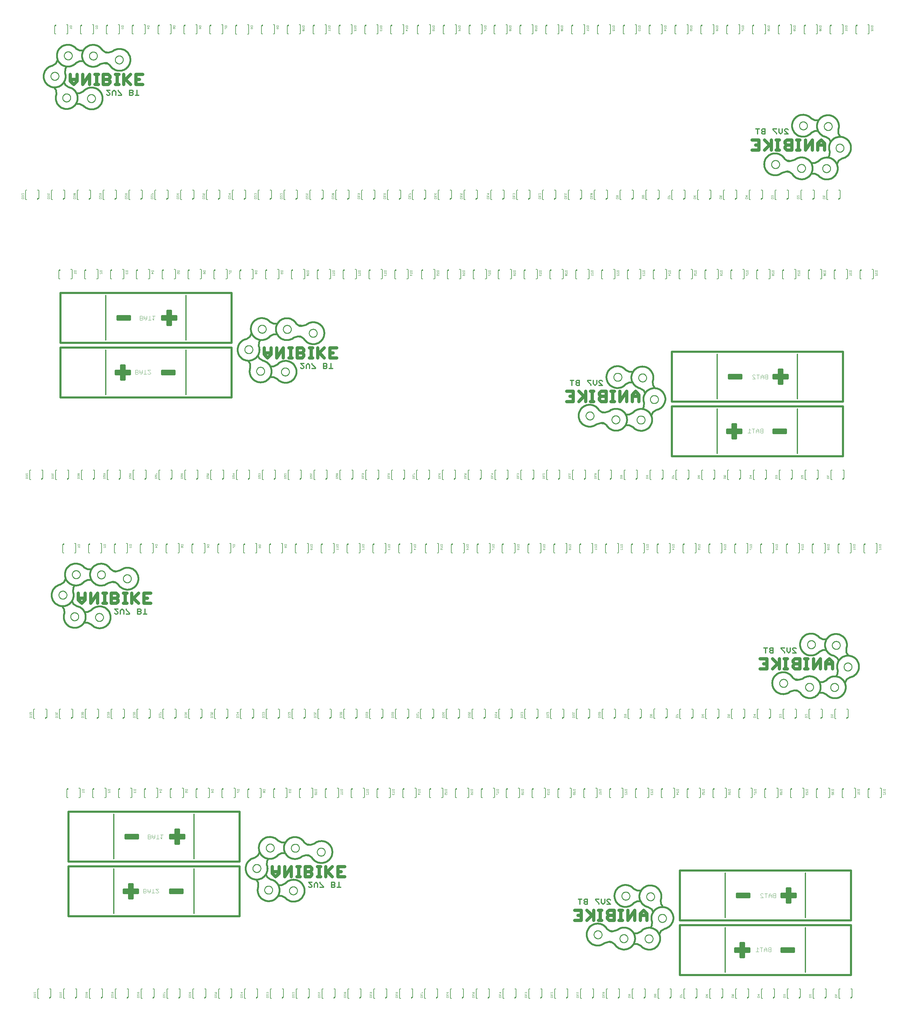
<source format=gbr>
G04 CAM350 V10.1.0 (Build 363) Date:  Sun Jan 09 00:50:29 2011 *
G04 Database: c:\projects\anibike project\hardware\anibike v2.7 bt\eagledir\anibike v2.7 bt\manufacturing\panelized_rev1.4.cam *
G04 Layer 6: AniBike_v2.7_BT_MainBoard.GBO *
G04 Composite: SILK_BOTTOM *
%FSLAX24Y24*%
%MOIN*%
%SFA1.000B1.000*%

%MIA0B0*%
%IPPOS*%
%ADD34C,0.02400*%
%ADD37C,0.02000*%
%ADD40C,0.03600*%
%ADD49C,0.01000*%
%ADD55C,0.01200*%
%ADD75C,0.00200*%
%ADD76C,0.00500*%
%ADD78C,0.00400*%
%ADD85C,0.01300*%
%LNAniBike_v2.7_BT_MainBoard.GBO*%
%LPD*%
G54D34*
X73085Y8941D02*
G01Y14541D01*
X92285*
Y8941*
X73085*
X79885Y10941D02*
G01Y11941D01*
X79285*
Y11541*
X80285*
Y10941*
X79885*
X80085D02*
G01Y11741D01*
Y12541*
X79885D02*
G01Y11941D01*
X80285*
Y12541*
X79885*
X80285Y11941D02*
G01X80885D01*
Y11541*
X80285*
Y11941*
X80085Y11741D02*
G01X79285D01*
X80085D02*
G01X80885D01*
X84485D02*
G01X85885D01*
Y11541D02*
G01X84485D01*
Y11941*
X85885*
Y11541*
X92285Y15081D02*
G01X73085D01*
Y20681*
X92285*
Y15081*
X85485Y17081D02*
G01X85085D01*
Y17681*
X84485*
Y18081*
X85085*
Y18681*
X85485*
Y17681*
X86085*
Y18081*
X85085*
Y17681*
X85485*
Y17081*
X85285D02*
G01Y17881D01*
Y18681*
Y17881D02*
G01X84485D01*
X85285D02*
G01X86085D01*
X80885D02*
G01X79485D01*
Y17681D02*
G01Y18081D01*
X80885*
Y17681*
X79485*
G54D78*
X82157Y17621D02*
G01X82464D01*
X82157Y17928*
Y18005*
X82234Y18081*
X82387*
X82464Y18005*
X82618Y18081D02*
G01X82924D01*
X82771D02*
G01Y17621D01*
X83078D02*
G01Y17928D01*
X83231Y18081*
X83385Y17928*
Y17621*
X83538Y17698D02*
G01X83615Y17621D01*
X83845*
Y18081*
X83615*
X83538Y18005*
Y17928*
X83615Y17851*
X83845*
X83615D02*
G01X83538Y17775D01*
Y17698*
X83385Y17851D02*
G01X83078D01*
X83097Y12001D02*
G01X83020Y11925D01*
Y11848*
X83097Y11771*
X83327*
Y11541D02*
G01X83097D01*
X83020Y11618*
Y11695*
X83097Y11771*
Y12001D02*
G01X83327D01*
Y11541*
X82866D02*
G01Y11848D01*
X82713Y12001*
X82559Y11848*
Y11541*
Y11771D02*
G01X82866D01*
X82406Y12001D02*
G01X82099D01*
X82253D02*
G01Y11541D01*
X81946D02*
G01X81639D01*
X81792D02*
G01Y12001D01*
X81946Y11848*
G54D55*
X78185Y14241D02*
G01Y9241D01*
X87185D02*
G01Y14241D01*
Y15381D02*
G01Y20381D01*
X78185D02*
G01Y15381D01*
G54D76*
X1097Y6309D02*
G01X1057Y6349D01*
Y7333*
X1097Y7372*
X1195*
X2396D02*
G01X2494D01*
X2534Y7333*
Y6447*
X2396Y6309*
Y6329D02*
G01X2494Y6427D01*
X2435*
Y6388*
X2396Y6447D02*
G01Y6329D01*
Y6447D02*
G01X2514D01*
X1195Y6309D02*
G01X1097D01*
X3957Y6349D02*
G01Y7333D01*
X3997Y7372*
X4095*
X5296D02*
G01X5394D01*
X5434Y7333*
Y6447*
X5296Y6309*
Y6329D02*
G01X5394Y6427D01*
X5335*
Y6388*
X5296Y6447D02*
G01Y6329D01*
Y6447D02*
G01X5414D01*
X6857Y6349D02*
G01Y7333D01*
X6897Y7372*
X6995*
X8196D02*
G01X8294D01*
X8334Y7333*
Y6447*
X8196Y6309*
Y6329D02*
G01X8294Y6427D01*
X8235*
Y6388*
X8196Y6447D02*
G01Y6329D01*
Y6447D02*
G01X8314D01*
X6995Y6309D02*
G01X6897D01*
X6857Y6349*
X4095Y6309D02*
G01X3997D01*
X3957Y6349*
X9757D02*
G01Y7333D01*
X9797Y7372*
X9895*
X11096D02*
G01X11194D01*
X11234Y7333*
Y6447*
X11096Y6309*
Y6329D02*
G01X11194Y6427D01*
X11135*
Y6388*
X11096Y6447D02*
G01Y6329D01*
Y6447D02*
G01X11214D01*
X9895Y6309D02*
G01X9797D01*
X9757Y6349*
X12657D02*
G01Y7333D01*
X12697Y7372*
X12795*
X13996D02*
G01X14094D01*
X14134Y7333*
Y6447*
X13996Y6309*
Y6329D02*
G01X14094Y6427D01*
X14035*
Y6388*
X13996Y6447D02*
G01Y6329D01*
Y6447D02*
G01X14114D01*
X12795Y6309D02*
G01X12697D01*
X12657Y6349*
X15557D02*
G01Y7333D01*
X15597Y7372*
X15695*
X16896D02*
G01X16994D01*
X17034Y7333*
Y6447*
X16896Y6309*
Y6329D02*
G01X16994Y6427D01*
X16935*
Y6388*
X16896Y6447D02*
G01Y6329D01*
Y6447D02*
G01X17014D01*
X15695Y6309D02*
G01X15597D01*
X15557Y6349*
X18457D02*
G01Y7333D01*
X18497Y7372*
X18595*
X19796D02*
G01X19894D01*
X19934Y7333*
Y6447*
X19796Y6309*
Y6329D02*
G01X19894Y6427D01*
X19835*
Y6388*
X19796Y6447D02*
G01Y6329D01*
Y6447D02*
G01X19914D01*
X18595Y6309D02*
G01X18497D01*
X18457Y6349*
X21357D02*
G01Y7333D01*
X21397Y7372*
X21495*
X22696D02*
G01X22794D01*
X22834Y7333*
Y6447*
X22696Y6309*
Y6329D02*
G01X22794Y6427D01*
X22735*
Y6388*
X22696Y6447D02*
G01Y6329D01*
Y6447D02*
G01X22814D01*
X21495Y6309D02*
G01X21397D01*
X21357Y6349*
X24257D02*
G01Y7333D01*
X24297Y7372*
X24395*
X25596D02*
G01X25694D01*
X25734Y7333*
Y6447*
X25596Y6309*
Y6329D02*
G01X25694Y6427D01*
X25635*
Y6388*
X25596Y6447D02*
G01Y6329D01*
Y6447D02*
G01X25714D01*
X27157Y6349D02*
G01Y7333D01*
X27197Y7372*
X27295*
X28496D02*
G01X28594D01*
X28634Y7333*
Y6447*
X28496Y6309*
Y6329D02*
G01X28594Y6427D01*
X28535*
Y6388*
X28496Y6447D02*
G01Y6329D01*
Y6447D02*
G01X28614D01*
X27295Y6309D02*
G01X27197D01*
X27157Y6349*
X24395Y6309D02*
G01X24297D01*
X24257Y6349*
X30057D02*
G01Y7333D01*
X30097Y7372*
X30195*
X31396D02*
G01X31494D01*
X31534Y7333*
Y6447*
X31396Y6309*
Y6329D02*
G01X31494Y6427D01*
X31435*
Y6388*
X31396Y6447D02*
G01Y6329D01*
Y6447D02*
G01X31514D01*
X30195Y6309D02*
G01X30097D01*
X30057Y6349*
X32957D02*
G01Y7333D01*
X32997Y7372*
X33095*
X34296D02*
G01X34394D01*
X34434Y7333*
Y6447*
X34296Y6309*
Y6329D02*
G01X34394Y6427D01*
X34335*
Y6388*
X34296Y6447D02*
G01Y6329D01*
Y6447D02*
G01X34414D01*
X33095Y6309D02*
G01X32997D01*
X32957Y6349*
X35857D02*
G01Y7333D01*
X35897Y7372*
X35995*
X37196D02*
G01X37294D01*
X37334Y7333*
Y6447*
X37196Y6309*
Y6329D02*
G01X37294Y6427D01*
X37235*
Y6388*
X37196Y6447D02*
G01Y6329D01*
Y6447D02*
G01X37314D01*
X38757Y6349D02*
G01Y7333D01*
X38797Y7372*
X38895*
X40096D02*
G01X40194D01*
X40234Y7333*
Y6447*
X40096Y6309*
Y6329D02*
G01X40194Y6427D01*
X40135*
Y6388*
X40096Y6447D02*
G01Y6329D01*
Y6447D02*
G01X40214D01*
X38895Y6309D02*
G01X38797D01*
X38757Y6349*
X35995Y6309D02*
G01X35897D01*
X35857Y6349*
X41657D02*
G01Y7333D01*
X41697Y7372*
X41795*
X42996D02*
G01X43094D01*
X43134Y7333*
Y6447*
X42996Y6309*
Y6329D02*
G01X43094Y6427D01*
X43035*
Y6388*
X42996Y6447D02*
G01Y6329D01*
Y6447D02*
G01X43114D01*
X41795Y6309D02*
G01X41697D01*
X41657Y6349*
X44457D02*
G01Y7333D01*
X44497Y7372*
X44595*
X45796D02*
G01X45894D01*
X45934Y7333*
Y6447*
X45796Y6309*
Y6329D02*
G01X45894Y6427D01*
X45835*
Y6388*
X45796Y6447D02*
G01Y6329D01*
Y6447D02*
G01X45914D01*
X47357Y6349D02*
G01Y7333D01*
X47397Y7372*
X47495*
X48696D02*
G01X48794D01*
X48834Y7333*
Y6447*
X48696Y6309*
Y6329D02*
G01X48794Y6427D01*
X48735*
Y6388*
X48696Y6447D02*
G01Y6329D01*
Y6447D02*
G01X48814D01*
X47495Y6309D02*
G01X47397D01*
X47357Y6349*
X44595Y6309D02*
G01X44497D01*
X44457Y6349*
X50257D02*
G01Y7333D01*
X50297Y7372*
X50395*
X51596D02*
G01X51694D01*
X51734Y7333*
Y6447*
X51596Y6309*
Y6329D02*
G01X51694Y6427D01*
X51635*
Y6388*
X51596Y6447D02*
G01Y6329D01*
Y6447D02*
G01X51714D01*
X50395Y6309D02*
G01X50297D01*
X50257Y6349*
X53257D02*
G01Y7333D01*
X53297Y7372*
X53395*
X54596D02*
G01X54694D01*
X54734Y7333*
Y6447*
X54596Y6309*
Y6329D02*
G01X54694Y6427D01*
X54635*
Y6388*
X54596Y6447D02*
G01Y6329D01*
Y6447D02*
G01X54714D01*
X53395Y6309D02*
G01X53297D01*
X53257Y6349*
X56157D02*
G01Y7333D01*
X56197Y7372*
X56295*
X57496D02*
G01X57594D01*
X57634Y7333*
Y6447*
X57496Y6309*
Y6329D02*
G01X57594Y6427D01*
X57535*
Y6388*
X57496Y6447D02*
G01Y6329D01*
Y6447D02*
G01X57614D01*
X59057Y6349D02*
G01Y7333D01*
X59097Y7372*
X59195*
X60396D02*
G01X60494D01*
X60534Y7333*
Y6447*
X60396Y6309*
Y6329D02*
G01X60494Y6427D01*
X60435*
Y6388*
X60396Y6447D02*
G01Y6329D01*
Y6447D02*
G01X60514D01*
X59195Y6309D02*
G01X59097D01*
X59057Y6349*
X56295Y6309D02*
G01X56197D01*
X56157Y6349*
X61957D02*
G01Y7333D01*
X61997Y7372*
X62095*
X63296D02*
G01X63394D01*
X63434Y7333*
Y6447*
X63296Y6309*
Y6329D02*
G01X63394Y6427D01*
X63335*
Y6388*
X63296Y6447D02*
G01Y6329D01*
Y6447D02*
G01X63414D01*
X62095Y6309D02*
G01X61997D01*
X61957Y6349*
X64857D02*
G01Y7333D01*
X64897Y7372*
X64995*
X66196D02*
G01X66294D01*
X66334Y7333*
Y6447*
X66196Y6309*
Y6329D02*
G01X66294Y6427D01*
X66235*
Y6388*
X66196Y6447D02*
G01Y6329D01*
Y6447D02*
G01X66314D01*
X64995Y6309D02*
G01X64897D01*
X64857Y6349*
X67757D02*
G01Y7333D01*
X67797Y7372*
X67895*
X69096D02*
G01X69194D01*
X69234Y7333*
Y6447*
X69096Y6309*
Y6329D02*
G01X69194Y6427D01*
X69135*
Y6388*
X69096Y6447D02*
G01Y6329D01*
Y6447D02*
G01X69214D01*
X70657Y6359D02*
G01Y7343D01*
X70697Y7382*
X70795*
X71996D02*
G01X72094D01*
X72134Y7343*
Y6457*
X71996Y6319*
Y6339D02*
G01X72094Y6437D01*
X72035*
Y6398*
X71996Y6457D02*
G01Y6339D01*
Y6457D02*
G01X72114D01*
X70795Y6319D02*
G01X70697D01*
X70657Y6359*
X67895Y6309D02*
G01X67797D01*
X67757Y6349*
X73557D02*
G01Y7333D01*
X73597Y7372*
X73695*
X74896D02*
G01X74994D01*
X75034Y7333*
Y6447*
X74896Y6309*
Y6329D02*
G01X74994Y6427D01*
X74935*
Y6388*
X74896Y6447D02*
G01Y6329D01*
Y6447D02*
G01X75014D01*
X73695Y6309D02*
G01X73597D01*
X73557Y6349*
X76457D02*
G01Y7333D01*
X76497Y7372*
X76595*
X77796D02*
G01X77894D01*
X77934Y7333*
Y6447*
X77796Y6309*
Y6329D02*
G01X77894Y6427D01*
X77835*
Y6388*
X77796Y6447D02*
G01Y6329D01*
Y6447D02*
G01X77914D01*
X79357Y6349D02*
G01Y7333D01*
X79397Y7372*
X79495*
X80696D02*
G01X80794D01*
X80834Y7333*
Y6447*
X80696Y6309*
Y6329D02*
G01X80794Y6427D01*
X80735*
Y6388*
X80696Y6447D02*
G01Y6329D01*
Y6447D02*
G01X80814D01*
X79495Y6309D02*
G01X79397D01*
X79357Y6349*
X76595Y6309D02*
G01X76497D01*
X76457Y6349*
X82257D02*
G01Y7333D01*
X82297Y7372*
X82395*
X83596D02*
G01X83694D01*
X83734Y7333*
Y6447*
X83596Y6309*
Y6329D02*
G01X83694Y6427D01*
X83635*
Y6388*
X83596Y6447D02*
G01Y6329D01*
Y6447D02*
G01X83714D01*
X82395Y6309D02*
G01X82297D01*
X82257Y6349*
X85157D02*
G01Y7333D01*
X85197Y7372*
X85295*
X86496D02*
G01X86594D01*
X86634Y7333*
Y6447*
X86496Y6309*
Y6329D02*
G01X86594Y6427D01*
X86535*
Y6388*
X86496Y6447D02*
G01Y6329D01*
Y6447D02*
G01X86614D01*
X85295Y6309D02*
G01X85197D01*
X85157Y6349*
X88057D02*
G01Y7333D01*
X88097Y7372*
X88195*
X89396D02*
G01X89494D01*
X89534Y7333*
Y6447*
X89396Y6309*
Y6329D02*
G01X89494Y6427D01*
X89435*
Y6388*
X89396Y6447D02*
G01Y6329D01*
Y6447D02*
G01X89514D01*
X90957Y6349D02*
G01Y7333D01*
X90997Y7372*
X91095*
X92296D02*
G01X92394D01*
X92434Y7333*
Y6447*
X92296Y6309*
Y6329D02*
G01X92394Y6427D01*
X92335*
Y6388*
X92296Y6447D02*
G01Y6329D01*
Y6447D02*
G01X92414D01*
X91095Y6309D02*
G01X90997D01*
X90957Y6349*
X88195Y6309D02*
G01X88097D01*
X88057Y6349*
G54D75*
X87835Y6431D02*
G01Y6541D01*
X87799Y6578*
X87652*
X87615Y6541*
Y6431*
X87835*
X87799Y6652D02*
G01X87835Y6689D01*
Y6762*
X87799Y6799*
X87762*
X87615Y6652*
Y6799*
X84935Y6762D02*
G01Y6689D01*
X84899Y6652*
Y6578D02*
G01X84935Y6541D01*
Y6431*
X84715*
Y6541*
X84752Y6578*
X84899*
X84752Y6652D02*
G01X84715Y6689D01*
Y6762*
X84752Y6799*
X84789*
X84825Y6762*
Y6725*
Y6762D02*
G01X84862Y6799D01*
X84899*
X84935Y6762*
X82035D02*
G01X81925Y6652D01*
Y6799*
X81815Y6762D02*
G01X82035D01*
X81999Y6578D02*
G01X81852D01*
X81815Y6541*
Y6431*
X82035*
Y6541*
X81999Y6578*
X79135Y6541D02*
G01Y6431D01*
X78915*
Y6541*
X78952Y6578*
X79099*
X79135Y6541*
Y6652D02*
G01X79025D01*
X79062Y6725*
Y6762*
X79025Y6799*
X78952*
X78915Y6762*
Y6689*
X78952Y6652*
X79135D02*
G01Y6799D01*
X76235D02*
G01X76199Y6725D01*
X76125Y6652*
Y6762*
X76089Y6799*
X76052*
X76015Y6762*
Y6689*
X76052Y6652*
X76125*
X76052Y6578D02*
G01X76199D01*
X76235Y6541*
Y6431*
X76015*
Y6541*
X76052Y6578*
X73335Y6541D02*
G01Y6431D01*
X73115*
Y6541*
X73152Y6578*
X73299*
X73335Y6541*
Y6652D02*
G01Y6799D01*
X73299*
X73152Y6652*
X73115*
X70435Y6699D02*
G01Y6772D01*
X70399Y6809*
X70362*
X70325Y6772*
Y6699*
X70362Y6662*
X70399*
X70435Y6699*
X70325D02*
G01X70289Y6662D01*
X70252*
X70215Y6699*
Y6772*
X70252Y6809*
X70289*
X70325Y6772*
X70252Y6588D02*
G01X70215Y6551D01*
Y6441*
X70435*
Y6551*
X70399Y6588*
X70252*
X67535Y6541D02*
G01Y6431D01*
X67315*
Y6541*
X67352Y6578*
X67499*
X67535Y6541*
X67499Y6652D02*
G01X67462D01*
X67425Y6689*
Y6799*
X67352D02*
G01X67499D01*
X67535Y6762*
Y6689*
X67499Y6652*
X67352D02*
G01X67315Y6689D01*
Y6762*
X67352Y6799*
X64635Y6725D02*
G01X64415D01*
Y6652D02*
G01Y6799D01*
X64452Y6873D02*
G01X64599Y7020D01*
X64452*
X64415Y6983*
Y6910*
X64452Y6873*
X64599*
X64635Y6910*
Y6983*
X64599Y7020*
X64635Y6725D02*
G01X64562Y6652D01*
X64599Y6578D02*
G01X64635Y6541D01*
Y6431*
X64415*
Y6541*
X64452Y6578*
X64599*
X61735Y6541D02*
G01Y6431D01*
X61515*
Y6541*
X61552Y6578*
X61699*
X61735Y6541*
X61662Y6652D02*
G01X61735Y6725D01*
X61515*
Y6652D02*
G01Y6799D01*
Y6873D02*
G01Y7020D01*
Y6946D02*
G01X61735D01*
X61662Y6873*
X58835Y6910D02*
G01X58799Y6873D01*
X58835Y6910D02*
G01Y6983D01*
X58799Y7020*
X58762*
X58615Y6873*
Y7020*
Y6799D02*
G01Y6652D01*
Y6725D02*
G01X58835D01*
X58762Y6652*
X58799Y6578D02*
G01X58835Y6541D01*
Y6431*
X58615*
Y6541*
X58652Y6578*
X58799*
X55935Y6541D02*
G01Y6431D01*
X55715*
Y6541*
X55752Y6578*
X55899*
X55935Y6541*
X55862Y6652D02*
G01X55935Y6725D01*
X55715*
Y6652D02*
G01Y6799D01*
X55752Y6873D02*
G01X55715Y6910D01*
Y6983*
X55752Y7020*
X55789*
X55825Y6983*
Y6946*
Y6983D02*
G01X55862Y7020D01*
X55899*
X55935Y6983*
Y6910*
X55899Y6873*
X53035Y6983D02*
G01X52925Y6873D01*
Y7020*
X52815Y6983D02*
G01X53035D01*
X52815Y6799D02*
G01Y6652D01*
Y6725D02*
G01X53035D01*
X52962Y6652*
X52999Y6578D02*
G01X53035Y6541D01*
Y6431*
X52815*
Y6541*
X52852Y6578*
X52999*
X50035Y6541D02*
G01Y6431D01*
X49815*
Y6541*
X49852Y6578*
X49999*
X50035Y6541*
X49962Y6652D02*
G01X50035Y6725D01*
X49815*
Y6652D02*
G01Y6799D01*
X49852Y6873D02*
G01X49815Y6910D01*
Y6983*
X49852Y7020*
X49925*
X49962Y6983*
Y6946*
X49925Y6873*
X50035*
Y7020*
X47135D02*
G01X47099Y6946D01*
X47025Y6873*
Y6983*
X46989Y7020*
X46952*
X46915Y6983*
Y6910*
X46952Y6873*
X47025*
X46915Y6799D02*
G01Y6652D01*
Y6725D02*
G01X47135D01*
X47062Y6652*
X47099Y6578D02*
G01X47135Y6541D01*
Y6431*
X46915*
Y6541*
X46952Y6578*
X47099*
X44235Y6541D02*
G01Y6431D01*
X44015*
Y6541*
X44052Y6578*
X44199*
X44235Y6541*
X44162Y6652D02*
G01X44235Y6725D01*
X44015*
Y6652D02*
G01Y6799D01*
Y6873D02*
G01X44052D01*
X44199Y7020*
X44235*
Y6873*
X41435Y6910D02*
G01Y6983D01*
X41399Y7020*
X41362*
X41325Y6983*
Y6910*
X41362Y6873*
X41399*
X41435Y6910*
X41325D02*
G01X41289Y6873D01*
X41252*
X41215Y6910*
Y6983*
X41252Y7020*
X41289*
X41325Y6983*
X41215Y6799D02*
G01Y6652D01*
Y6725D02*
G01X41435D01*
X41362Y6652*
X41399Y6578D02*
G01X41435Y6541D01*
Y6431*
X41215*
Y6541*
X41252Y6578*
X41399*
X38535Y6541D02*
G01Y6431D01*
X38315*
Y6541*
X38352Y6578*
X38499*
X38535Y6541*
X38462Y6652D02*
G01X38535Y6725D01*
X38315*
Y6652D02*
G01Y6799D01*
X38352Y6873D02*
G01X38315Y6910D01*
Y6983*
X38352Y7020*
X38499*
X38535Y6983*
Y6910*
X38499Y6873*
X38462*
X38425Y6910*
Y7020*
X35635Y6983D02*
G01Y6910D01*
X35599Y6873*
X35452*
X35599Y7020*
X35452*
X35415Y6983*
Y6910*
X35452Y6873*
X35415Y6799D02*
G01Y6652D01*
X35562Y6799*
X35599*
X35635Y6762*
Y6689*
X35599Y6652*
Y6578D02*
G01X35635Y6541D01*
Y6431*
X35415*
Y6541*
X35452Y6578*
X35599*
X35635Y6983D02*
G01X35599Y7020D01*
X32735Y6946D02*
G01X32515D01*
Y6873D02*
G01Y7020D01*
X32662Y6873D02*
G01X32735Y6946D01*
X32699Y6799D02*
G01X32735Y6762D01*
Y6689*
X32699Y6652*
Y6578D02*
G01X32735Y6541D01*
Y6431*
X32515*
Y6541*
X32552Y6578*
X32699*
X32515Y6652D02*
G01X32662Y6799D01*
X32699*
X32515D02*
G01Y6652D01*
X29835Y6689D02*
G01X29799Y6652D01*
X29835Y6689D02*
G01Y6762D01*
X29799Y6799*
X29762*
X29615Y6652*
Y6799*
Y6873D02*
G01X29762Y7020D01*
X29799*
X29835Y6983*
Y6910*
X29799Y6873*
X29615D02*
G01Y7020D01*
X29652Y6578D02*
G01X29799D01*
X29835Y6541*
Y6431*
X29615*
Y6541*
X29652Y6578*
X26935Y6541D02*
G01Y6431D01*
X26715*
Y6541*
X26752Y6578*
X26899*
X26935Y6541*
X26899Y6652D02*
G01X26935Y6689D01*
Y6762*
X26899Y6799*
X26862*
X26715Y6652*
Y6799*
X26752Y6873D02*
G01X26715Y6910D01*
Y6983*
X26752Y7020*
X26789*
X26825Y6983*
Y6946*
Y6983D02*
G01X26862Y7020D01*
X26899*
X26935Y6983*
Y6910*
X26899Y6873*
X24035Y6983D02*
G01X23925Y6873D01*
Y7020*
X23815Y6983D02*
G01X24035D01*
X23999Y6799D02*
G01X24035Y6762D01*
Y6689*
X23999Y6652*
Y6578D02*
G01X24035Y6541D01*
Y6431*
X23815*
Y6541*
X23852Y6578*
X23999*
X23815Y6652D02*
G01X23962Y6799D01*
X23999*
X23815D02*
G01Y6652D01*
X21135Y6689D02*
G01X21099Y6652D01*
X21135Y6689D02*
G01Y6762D01*
X21099Y6799*
X21062*
X20915Y6652*
Y6799*
X20952Y6873D02*
G01X20915Y6910D01*
Y6983*
X20952Y7020*
X21025*
X21062Y6983*
Y6946*
X21025Y6873*
X21135*
Y7020*
X21099Y6578D02*
G01X21135Y6541D01*
Y6431*
X20915*
Y6541*
X20952Y6578*
X21099*
X18235Y6541D02*
G01Y6431D01*
X18015*
Y6541*
X18052Y6578*
X18199*
X18235Y6541*
X18199Y6652D02*
G01X18235Y6689D01*
Y6762*
X18199Y6799*
X18162*
X18015Y6652*
Y6799*
X18052Y6873D02*
G01X18015Y6910D01*
Y6983*
X18052Y7020*
X18089*
X18125Y6983*
Y6873*
X18052*
X18125D02*
G01X18199Y6946D01*
X18235Y7020*
X15335D02*
G01Y6873D01*
X15299Y6799D02*
G01X15335Y6762D01*
Y6689*
X15299Y6652*
Y6578D02*
G01X15335Y6541D01*
Y6431*
X15115*
Y6541*
X15152Y6578*
X15299*
X15115Y6652D02*
G01X15262Y6799D01*
X15299*
X15152Y6873D02*
G01X15115D01*
X15152D02*
G01X15299Y7020D01*
X15335*
X15115Y6799D02*
G01Y6652D01*
X12435Y6689D02*
G01X12399Y6652D01*
X12435Y6689D02*
G01Y6762D01*
X12399Y6799*
X12362*
X12215Y6652*
Y6799*
X12252Y6873D02*
G01X12289D01*
X12325Y6910*
Y6983*
X12289Y7020*
X12252*
X12215Y6983*
Y6910*
X12252Y6873*
X12325Y6910D02*
G01X12362Y6873D01*
X12399*
X12435Y6910*
Y6983*
X12399Y7020*
X12362*
X12325Y6983*
X12252Y6578D02*
G01X12399D01*
X12435Y6541*
Y6431*
X12215*
Y6541*
X12252Y6578*
X9535Y6541D02*
G01Y6431D01*
X9315*
Y6541*
X9352Y6578*
X9499*
X9535Y6541*
X9499Y6652D02*
G01X9535Y6689D01*
Y6762*
X9499Y6799*
X9462*
X9315Y6652*
Y6799*
X9352Y6873D02*
G01X9315Y6910D01*
Y6983*
X9352Y7020*
X9499*
X9535Y6983*
Y6910*
X9499Y6873*
X9462*
X9425Y6910*
Y7020*
X6635Y6983D02*
G01Y6910D01*
X6599Y6873*
X6452*
X6599Y7020*
X6452*
X6415Y6983*
Y6910*
X6452Y6873*
Y6799D02*
G01X6415Y6762D01*
Y6689*
X6452Y6652*
Y6578D02*
G01X6599D01*
X6635Y6541*
Y6431*
X6415*
Y6541*
X6452Y6578*
X6599Y6652D02*
G01X6635Y6689D01*
Y6762*
X6599Y6799*
X6562*
X6525Y6762*
X6489Y6799*
X6452*
X6525Y6762D02*
G01Y6725D01*
X6635Y6983D02*
G01X6599Y7020D01*
X3735Y6946D02*
G01X3515D01*
Y6873D02*
G01Y7020D01*
X3662Y6873D02*
G01X3735Y6946D01*
X3699Y6799D02*
G01X3662D01*
X3625Y6762*
X3589Y6799*
X3552*
X3515Y6762*
Y6689*
X3552Y6652*
Y6578D02*
G01X3699D01*
X3735Y6541*
Y6431*
X3515*
Y6541*
X3552Y6578*
X3699Y6652D02*
G01X3735Y6689D01*
Y6762*
X3699Y6799*
X3625Y6762D02*
G01Y6725D01*
X835Y6689D02*
G01Y6762D01*
X799Y6799*
X762*
X725Y6762*
X689Y6799*
X652*
X615Y6762*
Y6689*
X652Y6652*
Y6578D02*
G01X799D01*
X835Y6541*
Y6431*
X615*
Y6541*
X652Y6578*
X799Y6652D02*
G01X835Y6689D01*
X725Y6725D02*
G01Y6762D01*
X799Y6873D02*
G01X835Y6910D01*
Y6983*
X799Y7020*
X762*
X615Y6873*
Y7020*
X90515Y6652D02*
G01Y6799D01*
Y6725D02*
G01X90735D01*
X90662Y6652*
X90699Y6578D02*
G01X90735Y6541D01*
Y6431*
X90515*
Y6541*
X90552Y6578*
X90699*
G54D37*
X68735Y12211D02*
G01X68335Y12411D01*
X67935*
X65792Y12399D02*
G01X65433Y12665D01*
X65189Y12674*
X65089Y12653D02*
G01X65442Y12618D01*
X65089Y12653D02*
G01X64660Y12525D01*
X65792Y12399D02*
G01X65829Y12340D01*
X65870Y12284*
X65913Y12230*
X65960Y12178*
X66009Y12129*
X66061Y12083*
X66115Y12040*
X66172Y12000*
X66231Y11963*
X66292Y11930*
X66355Y11900*
X66420Y11874*
X66486Y11851*
X66552Y11833*
X66620Y11818*
X66689Y11807*
X66758Y11799*
X66828Y11796*
X66897Y11797*
X66967Y11802*
X67036Y11810*
X67104Y11823*
X67172Y11839*
X67238Y11859*
X67303Y11883*
X67367Y11910*
X67430Y11941*
X67490Y11976*
X67548Y12014*
X67604Y12055*
X67658Y12099*
X67709Y12146*
X67757Y12196*
X67803Y12249*
X67845Y12304*
X67884Y12361*
X67920Y12421*
X67953Y12482*
X67982Y12545*
X68007Y12610*
X68029Y12676*
X68046Y12744*
X68060Y12812*
X68070Y12880*
X68077Y12950*
X68079Y13019*
X68077Y13089*
X68072Y13158*
X68062Y13227*
X68049Y13295*
X68032Y13362*
X68011Y13429*
X67986Y13494*
X67958Y13557*
X67926Y13619*
X67891Y13679*
X67852Y13737*
X67810Y13792*
X67765Y13845*
X67717Y13896*
X67667Y13943*
X67613Y13988*
X67558Y14030*
X67500Y14068*
X67440Y14103*
X67378Y14135*
X67314Y14163*
X67249Y14187*
X67183Y14208*
X67115Y14225*
X67047Y14238*
X66978Y14247*
X66909Y14253*
X66839Y14254*
X66770Y14251*
X66701Y14245*
X66632Y14234*
X66564Y14220*
X66497Y14202*
X66431Y14180*
X66366Y14155*
X66303Y14126*
X66242Y14093*
X66182Y14057*
X66125Y14017*
X66070Y13975*
X65641Y13847*
X65288Y13882*
X65297Y13835D02*
G01X65542Y13826D01*
X65297Y13835D02*
G01X64938Y14101D01*
X64901Y14160*
X64860Y14216*
X64817Y14270*
X64770Y14322*
X64721Y14371*
X64669Y14417*
X64615Y14460*
X64558Y14500*
X64499Y14537*
X64438Y14570*
X64375Y14600*
X64310Y14626*
X64244Y14649*
X64178Y14667*
X64110Y14682*
X64041Y14693*
X63972Y14701*
X63902Y14704*
X63833Y14703*
X63763Y14698*
X63694Y14690*
X63626Y14677*
X63558Y14661*
X63492Y14641*
X63427Y14617*
X63363Y14590*
X63300Y14559*
X63240Y14524*
X63182Y14486*
X63126Y14445*
X63072Y14401*
X63021Y14354*
X62973Y14304*
X62927Y14251*
X62885Y14196*
X62846Y14139*
X62810Y14079*
X62777Y14018*
X62748Y13955*
X62723Y13890*
X62701Y13824*
X62684Y13756*
X62670Y13688*
X62660Y13620*
X62653Y13550*
X62651Y13481*
X62653Y13411*
X62658Y13342*
X62668Y13273*
X62681Y13205*
X62698Y13138*
X62719Y13071*
X62744Y13006*
X62772Y12943*
X62804Y12881*
X62839Y12821*
X62878Y12763*
X62920Y12708*
X62965Y12655*
X63013Y12604*
X63063Y12557*
X63117Y12512*
X63172Y12470*
X63230Y12432*
X63290Y12397*
X63352Y12365*
X63416Y12337*
X63481Y12313*
X63547Y12292*
X63615Y12275*
X63683Y12262*
X63752Y12253*
X63821Y12247*
X63891Y12246*
X63960Y12249*
X64029Y12255*
X64098Y12266*
X64166Y12280*
X64233Y12298*
X64299Y12320*
X64364Y12345*
X64427Y12374*
X64488Y12407*
X64548Y12443*
X64605Y12483*
X64660Y12525*
X67935Y13611D02*
G01X68335D01*
X68735Y13811*
X69816Y14239D02*
G01X69966Y14481D01*
X69992Y14928*
X69993D02*
G01X69972Y14994D01*
X69954Y15061*
X69940Y15130*
X69931Y15198*
X69925Y15268*
X69923Y15337*
X69925Y15407*
X69931Y15476*
X69941Y15545*
X69955Y15613*
X69972Y15680*
X69994Y15746*
X70019Y15811*
X70047Y15875*
X70079Y15936*
X70115Y15996*
X70154Y16053*
X70196Y16109*
X70242Y16161*
X70290Y16212*
X70341Y16259*
X70394Y16303*
X70450Y16345*
X70508Y16383*
X70568Y16418*
X70630Y16449*
X70694Y16477*
X70759Y16501*
X70826Y16521*
X70893Y16538*
X70962Y16550*
X71031Y16559*
X71100Y16564*
X71170Y16565*
X71239Y16562*
X71308Y16555*
X71377Y16544*
X71445Y16530*
X71512Y16511*
X71578Y16489*
X71642Y16463*
X71705Y16433*
X71767Y16400*
X71826Y16364*
X71883Y16324*
X71937Y16281*
X71990Y16235*
X72039Y16186*
X72086Y16135*
X72130Y16081*
X72170Y16024*
X72207Y15966*
X72241Y15905*
X72272Y15843*
X72299Y15778*
X72322Y15713*
X72341Y15646*
X72357Y15578*
X72369Y15510*
X72377Y15441*
X72380Y15371*
X72381Y15302*
X72377Y15232*
X72369Y15163*
X72357Y15095*
X72342Y15027*
X72322Y14960*
X72299Y14895*
X72272Y14830*
X72242Y14768*
X72208Y14707*
X72171Y14649*
X72130Y14592*
X72087Y14538*
X72040Y14486*
X71990Y14437*
X71938Y14391*
X71884Y14349*
X71827Y14309*
X71767Y14272*
X71706Y14239*
X71643Y14210*
X71579Y14184*
X71513Y14161*
X71446Y14143*
X71378Y14128*
X71005Y13881*
X70805Y13489*
X68736Y13811D02*
G01X68783Y13862D01*
X68832Y13911*
X68884Y13957*
X68939Y14000*
X68996Y14040*
X69055Y14076*
X69117Y14109*
X69180Y14138*
X69244Y14164*
X69310Y14186*
X69377Y14205*
X69445Y14219*
X69514Y14230*
X69583Y14237*
X69652Y14240*
X69722Y14239*
X69791Y14234*
X69860Y14225*
X69929Y14212*
X69996Y14196*
X70063Y14175*
X70128Y14151*
X70192Y14123*
X70254Y14092*
X70314Y14057*
X70372Y14019*
X70428Y13978*
X70481Y13933*
X70532Y13886*
X70580Y13836*
X70625Y13783*
X70668Y13727*
X70706Y13670*
X70742Y13610*
X70774Y13548*
X70803Y13485*
X70828Y13420*
X70849Y13354*
X70867Y13287*
X70880Y13219*
X70890Y13150*
X70896Y13081*
X70898Y13011*
X70896Y12941*
X70890Y12872*
X70880Y12803*
X70867Y12735*
X70849Y12668*
X70828Y12602*
X70803Y12537*
X70774Y12474*
X70742Y12412*
X70706Y12352*
X70668Y12295*
X70625Y12239*
X70580Y12186*
X70532Y12136*
X70481Y12089*
X70428Y12044*
X70372Y12003*
X70314Y11965*
X70254Y11930*
X70192Y11899*
X70128Y11871*
X70063Y11847*
X69996Y11826*
X69929Y11810*
X69860Y11797*
X69791Y11788*
X69722Y11783*
X69652Y11782*
X69583Y11785*
X69514Y11792*
X69445Y11803*
X69377Y11817*
X69310Y11836*
X69244Y11858*
X69180Y11884*
X69117Y11913*
X69055Y11946*
X68996Y11982*
X68939Y12022*
X68884Y12065*
X68832Y12111*
X68783Y12160*
X68736Y12211*
X70096Y16015D02*
G01X69946Y16308D01*
X69573Y16555*
X70985Y16908D02*
G01X71185Y16615D01*
X70985Y16908D02*
G01X70958Y17355D01*
X70979Y17421*
X70997Y17488*
X71011Y17557*
X71020Y17625*
X71026Y17695*
X71028Y17764*
X71026Y17834*
X71020Y17903*
X71010Y17972*
X70996Y18040*
X70979Y18107*
X70957Y18173*
X70932Y18238*
X70904Y18302*
X70872Y18363*
X70836Y18423*
X70797Y18480*
X70755Y18536*
X70709Y18588*
X70661Y18639*
X70610Y18686*
X70557Y18730*
X70501Y18772*
X70443Y18810*
X70383Y18845*
X70321Y18876*
X70257Y18904*
X70192Y18928*
X70125Y18948*
X70058Y18965*
X69989Y18977*
X69920Y18986*
X69851Y18991*
X69781Y18992*
X69712Y18989*
X69643Y18982*
X69574Y18971*
X69506Y18957*
X69439Y18938*
X69373Y18916*
X69309Y18890*
X69246Y18860*
X69184Y18827*
X69125Y18791*
X69068Y18751*
X69014Y18708*
X68961Y18662*
X68912Y18613*
X68865Y18562*
X68821Y18508*
X68781Y18451*
X68744Y18393*
X68710Y18332*
X68679Y18270*
X68652Y18205*
X68629Y18140*
X68610Y18073*
X68594Y18005*
X68582Y17937*
X68574Y17868*
X68571Y17798*
X68570Y17729*
X68574Y17659*
X68582Y17590*
X68594Y17522*
X68609Y17454*
X68629Y17387*
X68652Y17322*
X68679Y17257*
X68709Y17195*
X68743Y17134*
X68780Y17076*
X68821Y17019*
X68864Y16965*
X68911Y16913*
X68961Y16864*
X69013Y16818*
X69067Y16776*
X69124Y16736*
X69184Y16699*
X69245Y16666*
X69308Y16637*
X69372Y16611*
X69438Y16588*
X69505Y16570*
X69573Y16555*
X68335Y17211D02*
G01X67935Y17011D01*
X68335Y17211D02*
G01X68685D01*
X67935Y17011D02*
G01X67888Y16960D01*
X67839Y16911*
X67787Y16865*
X67732Y16822*
X67675Y16782*
X67616Y16746*
X67554Y16713*
X67491Y16684*
X67427Y16658*
X67361Y16636*
X67294Y16617*
X67226Y16603*
X67157Y16592*
X67088Y16585*
X67019Y16582*
X66949Y16583*
X66880Y16588*
X66811Y16597*
X66742Y16610*
X66675Y16626*
X66608Y16647*
X66543Y16671*
X66479Y16699*
X66417Y16730*
X66357Y16765*
X66299Y16803*
X66243Y16844*
X66190Y16889*
X66139Y16936*
X66091Y16986*
X66046Y17039*
X66003Y17095*
X65965Y17152*
X65929Y17212*
X65897Y17274*
X65868Y17337*
X65843Y17402*
X65822Y17468*
X65804Y17535*
X65791Y17603*
X65781Y17672*
X65775Y17741*
X65773Y17811*
X65775Y17881*
X65781Y17950*
X65791Y18019*
X65804Y18087*
X65822Y18154*
X65843Y18220*
X65868Y18285*
X65897Y18348*
X65929Y18410*
X65965Y18470*
X66003Y18527*
X66046Y18583*
X66091Y18636*
X66139Y18686*
X66190Y18733*
X66243Y18778*
X66299Y18819*
X66357Y18857*
X66417Y18892*
X66479Y18923*
X66543Y18951*
X66608Y18975*
X66675Y18996*
X66742Y19012*
X66811Y19025*
X66880Y19034*
X66949Y19039*
X67019Y19040*
X67088Y19037*
X67157Y19030*
X67226Y19019*
X67294Y19005*
X67361Y18986*
X67427Y18964*
X67491Y18938*
X67554Y18909*
X67616Y18876*
X67675Y18840*
X67732Y18800*
X67787Y18757*
X67839Y18711*
X67888Y18662*
X67935Y18611*
X68335Y18411*
X68735*
G54D49*
X66588Y17811D02*
G01X66590Y17853D01*
X66596Y17894*
X66606Y17935*
X66619Y17975*
X66636Y18013*
X66657Y18049*
X66681Y18084*
X66708Y18116*
X66738Y18145*
X66771Y18171*
X66805Y18195*
X66842Y18214*
X66881Y18231*
X66921Y18243*
X66962Y18252*
X67004Y18257*
X67045Y18258*
X67087Y18255*
X67129Y18248*
X67169Y18237*
X67208Y18223*
X67246Y18205*
X67282Y18183*
X67316Y18159*
X67347Y18131*
X67376Y18100*
X67401Y18067*
X67424Y18031*
X67443Y17994*
X67458Y17955*
X67470Y17915*
X67478Y17874*
X67482Y17832*
Y17790*
X67478Y17748*
X67470Y17707*
X67458Y17667*
X67443Y17628*
X67424Y17591*
X67401Y17555*
X67376Y17522*
X67347Y17491*
X67316Y17463*
X67282Y17439*
X67246Y17417*
X67208Y17399*
X67169Y17385*
X67129Y17374*
X67087Y17367*
X67045Y17364*
X67004Y17365*
X66962Y17370*
X66921Y17379*
X66881Y17391*
X66842Y17408*
X66805Y17427*
X66771Y17451*
X66738Y17477*
X66708Y17506*
X66681Y17538*
X66657Y17573*
X66636Y17609*
X66619Y17647*
X66606Y17687*
X66596Y17728*
X66590Y17769*
X66588Y17811*
X69369Y17734D02*
G01X69371Y17776D01*
X69377Y17817*
X69387Y17858*
X69400Y17898*
X69417Y17936*
X69438Y17972*
X69462Y18007*
X69489Y18039*
X69519Y18068*
X69552Y18094*
X69586Y18118*
X69623Y18137*
X69662Y18154*
X69702Y18166*
X69743Y18175*
X69785Y18180*
X69826Y18181*
X69868Y18178*
X69910Y18171*
X69950Y18160*
X69989Y18146*
X70027Y18128*
X70063Y18106*
X70097Y18082*
X70128Y18054*
X70157Y18023*
X70182Y17990*
X70205Y17954*
X70224Y17917*
X70239Y17878*
X70251Y17838*
X70259Y17797*
X70263Y17755*
Y17713*
X70259Y17671*
X70251Y17630*
X70239Y17590*
X70224Y17551*
X70205Y17514*
X70182Y17478*
X70157Y17445*
X70128Y17414*
X70097Y17386*
X70063Y17362*
X70027Y17340*
X69989Y17322*
X69950Y17308*
X69910Y17297*
X69868Y17290*
X69826Y17287*
X69785Y17288*
X69743Y17293*
X69702Y17302*
X69662Y17314*
X69623Y17331*
X69586Y17350*
X69552Y17374*
X69519Y17400*
X69489Y17429*
X69462Y17461*
X69438Y17496*
X69417Y17532*
X69400Y17570*
X69387Y17610*
X69377Y17651*
X69371Y17692*
X69369Y17734*
X70688Y15307D02*
G01X70690Y15349D01*
X70696Y15390*
X70706Y15431*
X70719Y15471*
X70736Y15509*
X70757Y15545*
X70781Y15580*
X70808Y15612*
X70838Y15641*
X70871Y15667*
X70905Y15691*
X70942Y15710*
X70981Y15727*
X71021Y15739*
X71062Y15748*
X71104Y15753*
X71145Y15754*
X71187Y15751*
X71229Y15744*
X71269Y15733*
X71308Y15719*
X71346Y15701*
X71382Y15679*
X71416Y15655*
X71447Y15627*
X71476Y15596*
X71501Y15563*
X71524Y15527*
X71543Y15490*
X71558Y15451*
X71570Y15411*
X71578Y15370*
X71582Y15328*
Y15286*
X71578Y15244*
X71570Y15203*
X71558Y15163*
X71543Y15124*
X71524Y15087*
X71501Y15051*
X71476Y15018*
X71447Y14987*
X71416Y14959*
X71382Y14935*
X71346Y14913*
X71308Y14895*
X71269Y14881*
X71229Y14870*
X71187Y14863*
X71145Y14860*
X71104Y14861*
X71062Y14866*
X71021Y14875*
X70981Y14887*
X70942Y14904*
X70905Y14923*
X70871Y14947*
X70838Y14973*
X70808Y15002*
X70781Y15034*
X70757Y15069*
X70736Y15105*
X70719Y15143*
X70706Y15183*
X70696Y15224*
X70690Y15265*
X70688Y15307*
X63466Y13469D02*
G01X63468Y13511D01*
X63474Y13552*
X63484Y13593*
X63497Y13633*
X63514Y13671*
X63535Y13707*
X63559Y13742*
X63586Y13774*
X63616Y13803*
X63649Y13829*
X63683Y13853*
X63720Y13872*
X63759Y13889*
X63799Y13901*
X63840Y13910*
X63882Y13915*
X63923Y13916*
X63965Y13913*
X64007Y13906*
X64047Y13895*
X64086Y13881*
X64124Y13863*
X64160Y13841*
X64194Y13817*
X64225Y13789*
X64254Y13758*
X64279Y13725*
X64302Y13689*
X64321Y13652*
X64336Y13613*
X64348Y13573*
X64356Y13532*
X64360Y13490*
Y13448*
X64356Y13406*
X64348Y13365*
X64336Y13325*
X64321Y13286*
X64302Y13249*
X64279Y13213*
X64254Y13180*
X64225Y13149*
X64194Y13121*
X64160Y13097*
X64124Y13075*
X64086Y13057*
X64047Y13043*
X64007Y13032*
X63965Y13025*
X63923Y13022*
X63882Y13023*
X63840Y13028*
X63799Y13037*
X63759Y13049*
X63720Y13066*
X63683Y13085*
X63649Y13109*
X63616Y13135*
X63586Y13164*
X63559Y13196*
X63535Y13231*
X63514Y13267*
X63497Y13305*
X63484Y13345*
X63474Y13386*
X63468Y13427*
X63466Y13469*
X66370Y13031D02*
G01X66372Y13073D01*
X66378Y13114*
X66388Y13155*
X66401Y13195*
X66418Y13233*
X66439Y13269*
X66463Y13304*
X66490Y13336*
X66520Y13365*
X66553Y13391*
X66587Y13415*
X66624Y13434*
X66663Y13451*
X66703Y13463*
X66744Y13472*
X66786Y13477*
X66827Y13478*
X66869Y13475*
X66911Y13468*
X66951Y13457*
X66990Y13443*
X67028Y13425*
X67064Y13403*
X67098Y13379*
X67129Y13351*
X67158Y13320*
X67183Y13287*
X67206Y13251*
X67225Y13214*
X67240Y13175*
X67252Y13135*
X67260Y13094*
X67264Y13052*
Y13010*
X67260Y12968*
X67252Y12927*
X67240Y12887*
X67225Y12848*
X67206Y12811*
X67183Y12775*
X67158Y12742*
X67129Y12711*
X67098Y12683*
X67064Y12659*
X67028Y12637*
X66990Y12619*
X66951Y12605*
X66911Y12594*
X66869Y12587*
X66827Y12584*
X66786Y12585*
X66744Y12590*
X66703Y12599*
X66663Y12611*
X66624Y12628*
X66587Y12647*
X66553Y12671*
X66520Y12697*
X66490Y12726*
X66463Y12758*
X66439Y12793*
X66418Y12829*
X66401Y12867*
X66388Y12907*
X66378Y12948*
X66372Y12989*
X66370Y13031*
X69188Y13011D02*
G01X69190Y13053D01*
X69196Y13094*
X69206Y13135*
X69219Y13175*
X69236Y13213*
X69257Y13249*
X69281Y13284*
X69308Y13316*
X69338Y13345*
X69371Y13371*
X69405Y13395*
X69442Y13414*
X69481Y13431*
X69521Y13443*
X69562Y13452*
X69604Y13457*
X69645Y13458*
X69687Y13455*
X69729Y13448*
X69769Y13437*
X69808Y13423*
X69846Y13405*
X69882Y13383*
X69916Y13359*
X69947Y13331*
X69976Y13300*
X70001Y13267*
X70024Y13231*
X70043Y13194*
X70058Y13155*
X70070Y13115*
X70078Y13074*
X70082Y13032*
Y12990*
X70078Y12948*
X70070Y12907*
X70058Y12867*
X70043Y12828*
X70024Y12791*
X70001Y12755*
X69976Y12722*
X69947Y12691*
X69916Y12663*
X69882Y12639*
X69846Y12617*
X69808Y12599*
X69769Y12585*
X69729Y12574*
X69687Y12567*
X69645Y12564*
X69604Y12565*
X69562Y12570*
X69521Y12579*
X69481Y12591*
X69442Y12608*
X69405Y12627*
X69371Y12651*
X69338Y12677*
X69308Y12706*
X69281Y12738*
X69257Y12773*
X69236Y12809*
X69219Y12847*
X69206Y12887*
X69196Y12928*
X69190Y12969*
X69188Y13011*
G54D40*
X69405Y15091D02*
G01Y15852D01*
X69025Y16232*
X68645Y15852*
Y15091*
X68024D02*
G01Y16232D01*
X67263Y15091*
Y16232*
X66643D02*
G01X66263D01*
X66453D02*
G01Y15091D01*
X66643D02*
G01X66263D01*
X65722D02*
G01X65152D01*
X64962Y15281*
Y15471*
X65152Y15662*
X65722*
X65152D02*
G01X64962Y15852D01*
Y16042*
X65152Y16232*
X65722*
Y15091*
X64341D02*
G01X63961D01*
X64151D02*
G01Y16232D01*
X64341D02*
G01X63961D01*
X63420D02*
G01Y15091D01*
X63230Y15662D02*
G01X62660Y15091D01*
X62039D02*
G01X61279D01*
X62039D02*
G01Y16232D01*
X61279*
X62660D02*
G01X63420Y15471D01*
X62039Y15662D02*
G01X61659D01*
X68645D02*
G01X69405D01*
G54D85*
X65320Y16876D02*
G01X64940Y17256D01*
Y17351*
X65035Y17447*
X65225*
X65320Y17351*
X64676Y17447D02*
G01Y17066D01*
X64486Y16876*
X64295Y17066*
Y17447*
X64031D02*
G01X63651D01*
Y17351*
X64031Y16971*
Y16876*
X64940D02*
G01X65320D01*
X62742D02*
G01X62457D01*
X62362Y16971*
Y17066*
X62457Y17161*
X62742*
Y16876D02*
G01Y17447D01*
X62457*
X62362Y17351*
Y17256*
X62457Y17161*
X62098Y17447D02*
G01X61717D01*
X61907D02*
G01Y16876D01*
G54D34*
X23682Y27274D02*
G01Y21674D01*
X4482*
Y27274*
X23682*
X16882Y25274D02*
G01Y24274D01*
X17482*
Y24674*
X16482*
Y25274*
X16882*
X16682D02*
G01Y24474D01*
Y23674*
X16882D02*
G01Y24274D01*
X16482*
Y23674*
X16882*
X16482Y24274D02*
G01X15882D01*
Y24674*
X16482*
Y24274*
X16682Y24474D02*
G01X17482D01*
X16682D02*
G01X15882D01*
X12282D02*
G01X10882D01*
Y24674D02*
G01X12282D01*
Y24274*
X10882*
Y24674*
X4482Y21134D02*
G01X23682D01*
Y15534*
X4482*
Y21134*
X11282Y19134D02*
G01X11682D01*
Y18534*
X12282*
Y18134*
X11682*
Y17534*
X11282*
Y18534*
X10682*
Y18134*
X11682*
Y18534*
X11282*
Y19134*
X11482D02*
G01Y18334D01*
Y17534*
Y18334D02*
G01X12282D01*
X11482D02*
G01X10682D01*
X15882D02*
G01X17282D01*
Y18534D02*
G01Y18134D01*
X15882*
Y18534*
X17282*
G54D78*
X14610Y18594D02*
G01X14303D01*
X14610Y18287*
Y18210*
X14533Y18134*
X14380*
X14303Y18210*
X14149Y18134D02*
G01X13843D01*
X13996D02*
G01Y18594D01*
X13689D02*
G01Y18287D01*
X13536Y18134*
X13382Y18287*
Y18594*
X13229Y18517D02*
G01X13152Y18594D01*
X12922*
Y18134*
X13152*
X13229Y18210*
Y18287*
X13152Y18364*
X12922*
X13152D02*
G01X13229Y18440D01*
Y18517*
X13382Y18364D02*
G01X13689D01*
X13670Y24214D02*
G01X13747Y24290D01*
Y24367*
X13670Y24444*
X13440*
Y24674D02*
G01X13670D01*
X13747Y24597*
Y24520*
X13670Y24444*
Y24214D02*
G01X13440D01*
Y24674*
X13901D02*
G01Y24367D01*
X14054Y24214*
X14208Y24367*
Y24674*
Y24444D02*
G01X13901D01*
X14361Y24214D02*
G01X14668D01*
X14514D02*
G01Y24674D01*
X14821D02*
G01X15128D01*
X14975D02*
G01Y24214D01*
X14821Y24367*
G54D55*
X18582Y21974D02*
G01Y26974D01*
X9582D02*
G01Y21974D01*
Y20834D02*
G01Y15834D01*
X18582D02*
G01Y20834D01*
G54D76*
X95670Y29906D02*
G01X95710Y29866D01*
Y28882*
X95670Y28843*
X95572*
X94371D02*
G01X94273D01*
X94233Y28882*
Y29768*
X94371Y29906*
Y29886D02*
G01X94273Y29788D01*
X94332*
Y29827*
X94371Y29768D02*
G01Y29886D01*
Y29768D02*
G01X94253D01*
X95572Y29906D02*
G01X95670D01*
X92810Y29866D02*
G01Y28882D01*
X92770Y28843*
X92672*
X91471D02*
G01X91373D01*
X91333Y28882*
Y29768*
X91471Y29906*
Y29886D02*
G01X91373Y29788D01*
X91432*
Y29827*
X91471Y29768D02*
G01Y29886D01*
Y29768D02*
G01X91353D01*
X89910Y29866D02*
G01Y28882D01*
X89870Y28843*
X89772*
X88571D02*
G01X88473D01*
X88433Y28882*
Y29768*
X88571Y29906*
Y29886D02*
G01X88473Y29788D01*
X88532*
Y29827*
X88571Y29768D02*
G01Y29886D01*
Y29768D02*
G01X88453D01*
X89772Y29906D02*
G01X89870D01*
X89910Y29866*
X92672Y29906D02*
G01X92770D01*
X92810Y29866*
X87010D02*
G01Y28882D01*
X86970Y28843*
X86872*
X85671D02*
G01X85573D01*
X85533Y28882*
Y29768*
X85671Y29906*
Y29886D02*
G01X85573Y29788D01*
X85632*
Y29827*
X85671Y29768D02*
G01Y29886D01*
Y29768D02*
G01X85553D01*
X86872Y29906D02*
G01X86970D01*
X87010Y29866*
X84110D02*
G01Y28882D01*
X84070Y28843*
X83972*
X82771D02*
G01X82673D01*
X82633Y28882*
Y29768*
X82771Y29906*
Y29886D02*
G01X82673Y29788D01*
X82732*
Y29827*
X82771Y29768D02*
G01Y29886D01*
Y29768D02*
G01X82653D01*
X83972Y29906D02*
G01X84070D01*
X84110Y29866*
X81210D02*
G01Y28882D01*
X81170Y28843*
X81072*
X79871D02*
G01X79773D01*
X79733Y28882*
Y29768*
X79871Y29906*
Y29886D02*
G01X79773Y29788D01*
X79832*
Y29827*
X79871Y29768D02*
G01Y29886D01*
Y29768D02*
G01X79753D01*
X81072Y29906D02*
G01X81170D01*
X81210Y29866*
X78310D02*
G01Y28882D01*
X78270Y28843*
X78172*
X76971D02*
G01X76873D01*
X76833Y28882*
Y29768*
X76971Y29906*
Y29886D02*
G01X76873Y29788D01*
X76932*
Y29827*
X76971Y29768D02*
G01Y29886D01*
Y29768D02*
G01X76853D01*
X78172Y29906D02*
G01X78270D01*
X78310Y29866*
X75410D02*
G01Y28882D01*
X75370Y28843*
X75272*
X74071D02*
G01X73973D01*
X73933Y28882*
Y29768*
X74071Y29906*
Y29886D02*
G01X73973Y29788D01*
X74032*
Y29827*
X74071Y29768D02*
G01Y29886D01*
Y29768D02*
G01X73953D01*
X75272Y29906D02*
G01X75370D01*
X75410Y29866*
X72510D02*
G01Y28882D01*
X72470Y28843*
X72372*
X71171D02*
G01X71073D01*
X71033Y28882*
Y29768*
X71171Y29906*
Y29886D02*
G01X71073Y29788D01*
X71132*
Y29827*
X71171Y29768D02*
G01Y29886D01*
Y29768D02*
G01X71053D01*
X69610Y29866D02*
G01Y28882D01*
X69570Y28843*
X69472*
X68271D02*
G01X68173D01*
X68133Y28882*
Y29768*
X68271Y29906*
Y29886D02*
G01X68173Y29788D01*
X68232*
Y29827*
X68271Y29768D02*
G01Y29886D01*
Y29768D02*
G01X68153D01*
X69472Y29906D02*
G01X69570D01*
X69610Y29866*
X72372Y29906D02*
G01X72470D01*
X72510Y29866*
X66710D02*
G01Y28882D01*
X66670Y28843*
X66572*
X65371D02*
G01X65273D01*
X65233Y28882*
Y29768*
X65371Y29906*
Y29886D02*
G01X65273Y29788D01*
X65332*
Y29827*
X65371Y29768D02*
G01Y29886D01*
Y29768D02*
G01X65253D01*
X66572Y29906D02*
G01X66670D01*
X66710Y29866*
X63810D02*
G01Y28882D01*
X63770Y28843*
X63672*
X62471D02*
G01X62373D01*
X62333Y28882*
Y29768*
X62471Y29906*
Y29886D02*
G01X62373Y29788D01*
X62432*
Y29827*
X62471Y29768D02*
G01Y29886D01*
Y29768D02*
G01X62353D01*
X63672Y29906D02*
G01X63770D01*
X63810Y29866*
X60910D02*
G01Y28882D01*
X60870Y28843*
X60772*
X59571D02*
G01X59473D01*
X59433Y28882*
Y29768*
X59571Y29906*
Y29886D02*
G01X59473Y29788D01*
X59532*
Y29827*
X59571Y29768D02*
G01Y29886D01*
Y29768D02*
G01X59453D01*
X58010Y29866D02*
G01Y28882D01*
X57970Y28843*
X57872*
X56671D02*
G01X56573D01*
X56533Y28882*
Y29768*
X56671Y29906*
Y29886D02*
G01X56573Y29788D01*
X56632*
Y29827*
X56671Y29768D02*
G01Y29886D01*
Y29768D02*
G01X56553D01*
X57872Y29906D02*
G01X57970D01*
X58010Y29866*
X60772Y29906D02*
G01X60870D01*
X60910Y29866*
X55110D02*
G01Y28882D01*
X55070Y28843*
X54972*
X53771D02*
G01X53673D01*
X53633Y28882*
Y29768*
X53771Y29906*
Y29886D02*
G01X53673Y29788D01*
X53732*
Y29827*
X53771Y29768D02*
G01Y29886D01*
Y29768D02*
G01X53653D01*
X54972Y29906D02*
G01X55070D01*
X55110Y29866*
X52310D02*
G01Y28882D01*
X52270Y28843*
X52172*
X50971D02*
G01X50873D01*
X50833Y28882*
Y29768*
X50971Y29906*
Y29886D02*
G01X50873Y29788D01*
X50932*
Y29827*
X50971Y29768D02*
G01Y29886D01*
Y29768D02*
G01X50853D01*
X49410Y29866D02*
G01Y28882D01*
X49370Y28843*
X49272*
X48071D02*
G01X47973D01*
X47933Y28882*
Y29768*
X48071Y29906*
Y29886D02*
G01X47973Y29788D01*
X48032*
Y29827*
X48071Y29768D02*
G01Y29886D01*
Y29768D02*
G01X47953D01*
X49272Y29906D02*
G01X49370D01*
X49410Y29866*
X52172Y29906D02*
G01X52270D01*
X52310Y29866*
X46510D02*
G01Y28882D01*
X46470Y28843*
X46372*
X45171D02*
G01X45073D01*
X45033Y28882*
Y29768*
X45171Y29906*
Y29886D02*
G01X45073Y29788D01*
X45132*
Y29827*
X45171Y29768D02*
G01Y29886D01*
Y29768D02*
G01X45053D01*
X46372Y29906D02*
G01X46470D01*
X46510Y29866*
X43510D02*
G01Y28882D01*
X43470Y28843*
X43372*
X42171D02*
G01X42073D01*
X42033Y28882*
Y29768*
X42171Y29906*
Y29886D02*
G01X42073Y29788D01*
X42132*
Y29827*
X42171Y29768D02*
G01Y29886D01*
Y29768D02*
G01X42053D01*
X43372Y29906D02*
G01X43470D01*
X43510Y29866*
X40610D02*
G01Y28882D01*
X40570Y28843*
X40472*
X39271D02*
G01X39173D01*
X39133Y28882*
Y29768*
X39271Y29906*
Y29886D02*
G01X39173Y29788D01*
X39232*
Y29827*
X39271Y29768D02*
G01Y29886D01*
Y29768D02*
G01X39153D01*
X37710Y29866D02*
G01Y28882D01*
X37670Y28843*
X37572*
X36371D02*
G01X36273D01*
X36233Y28882*
Y29768*
X36371Y29906*
Y29886D02*
G01X36273Y29788D01*
X36332*
Y29827*
X36371Y29768D02*
G01Y29886D01*
Y29768D02*
G01X36253D01*
X37572Y29906D02*
G01X37670D01*
X37710Y29866*
X40472Y29906D02*
G01X40570D01*
X40610Y29866*
X34810D02*
G01Y28882D01*
X34770Y28843*
X34672*
X33471D02*
G01X33373D01*
X33333Y28882*
Y29768*
X33471Y29906*
Y29886D02*
G01X33373Y29788D01*
X33432*
Y29827*
X33471Y29768D02*
G01Y29886D01*
Y29768D02*
G01X33353D01*
X34672Y29906D02*
G01X34770D01*
X34810Y29866*
X31910D02*
G01Y28882D01*
X31870Y28843*
X31772*
X30571D02*
G01X30473D01*
X30433Y28882*
Y29768*
X30571Y29906*
Y29886D02*
G01X30473Y29788D01*
X30532*
Y29827*
X30571Y29768D02*
G01Y29886D01*
Y29768D02*
G01X30453D01*
X31772Y29906D02*
G01X31870D01*
X31910Y29866*
X29010D02*
G01Y28882D01*
X28970Y28843*
X28872*
X27671D02*
G01X27573D01*
X27533Y28882*
Y29768*
X27671Y29906*
Y29886D02*
G01X27573Y29788D01*
X27632*
Y29827*
X27671Y29768D02*
G01Y29886D01*
Y29768D02*
G01X27553D01*
X26110Y29856D02*
G01Y28872D01*
X26070Y28833*
X25972*
X24771D02*
G01X24673D01*
X24633Y28872*
Y29758*
X24771Y29896*
Y29876D02*
G01X24673Y29778D01*
X24732*
Y29817*
X24771Y29758D02*
G01Y29876D01*
Y29758D02*
G01X24653D01*
X25972Y29896D02*
G01X26070D01*
X26110Y29856*
X28872Y29906D02*
G01X28970D01*
X29010Y29866*
X23210D02*
G01Y28882D01*
X23170Y28843*
X23072*
X21871D02*
G01X21773D01*
X21733Y28882*
Y29768*
X21871Y29906*
Y29886D02*
G01X21773Y29788D01*
X21832*
Y29827*
X21871Y29768D02*
G01Y29886D01*
Y29768D02*
G01X21753D01*
X23072Y29906D02*
G01X23170D01*
X23210Y29866*
X20310D02*
G01Y28882D01*
X20270Y28843*
X20172*
X18971D02*
G01X18873D01*
X18833Y28882*
Y29768*
X18971Y29906*
Y29886D02*
G01X18873Y29788D01*
X18932*
Y29827*
X18971Y29768D02*
G01Y29886D01*
Y29768D02*
G01X18853D01*
X17410Y29866D02*
G01Y28882D01*
X17370Y28843*
X17272*
X16071D02*
G01X15973D01*
X15933Y28882*
Y29768*
X16071Y29906*
Y29886D02*
G01X15973Y29788D01*
X16032*
Y29827*
X16071Y29768D02*
G01Y29886D01*
Y29768D02*
G01X15953D01*
X17272Y29906D02*
G01X17370D01*
X17410Y29866*
X20172Y29906D02*
G01X20270D01*
X20310Y29866*
X14510D02*
G01Y28882D01*
X14470Y28843*
X14372*
X13171D02*
G01X13073D01*
X13033Y28882*
Y29768*
X13171Y29906*
Y29886D02*
G01X13073Y29788D01*
X13132*
Y29827*
X13171Y29768D02*
G01Y29886D01*
Y29768D02*
G01X13053D01*
X14372Y29906D02*
G01X14470D01*
X14510Y29866*
X11610D02*
G01Y28882D01*
X11570Y28843*
X11472*
X10271D02*
G01X10173D01*
X10133Y28882*
Y29768*
X10271Y29906*
Y29886D02*
G01X10173Y29788D01*
X10232*
Y29827*
X10271Y29768D02*
G01Y29886D01*
Y29768D02*
G01X10153D01*
X11472Y29906D02*
G01X11570D01*
X11610Y29866*
X8710D02*
G01Y28882D01*
X8670Y28843*
X8572*
X7371D02*
G01X7273D01*
X7233Y28882*
Y29768*
X7371Y29906*
Y29886D02*
G01X7273Y29788D01*
X7332*
Y29827*
X7371Y29768D02*
G01Y29886D01*
Y29768D02*
G01X7253D01*
X5810Y29866D02*
G01Y28882D01*
X5770Y28843*
X5672*
X4471D02*
G01X4373D01*
X4333Y28882*
Y29768*
X4471Y29906*
Y29886D02*
G01X4373Y29788D01*
X4432*
Y29827*
X4471Y29768D02*
G01Y29886D01*
Y29768D02*
G01X4353D01*
X5672Y29906D02*
G01X5770D01*
X5810Y29866*
X8572Y29906D02*
G01X8670D01*
X8710Y29866*
G54D75*
X8932Y29784D02*
G01Y29674D01*
X8968Y29637*
X9115*
X9152Y29674*
Y29784*
X8932*
X8968Y29563D02*
G01X8932Y29526D01*
Y29453*
X8968Y29416*
X9005*
X9152Y29563*
Y29416*
X11832Y29453D02*
G01Y29526D01*
X11868Y29563*
Y29637D02*
G01X11832Y29674D01*
Y29784*
X12052*
Y29674*
X12015Y29637*
X11868*
X12015Y29563D02*
G01X12052Y29526D01*
Y29453*
X12015Y29416*
X11978*
X11942Y29453*
Y29490*
Y29453D02*
G01X11905Y29416D01*
X11868*
X11832Y29453*
X14732D02*
G01X14842Y29563D01*
Y29416*
X14952Y29453D02*
G01X14732D01*
X14768Y29637D02*
G01X14915D01*
X14952Y29674*
Y29784*
X14732*
Y29674*
X14768Y29637*
X17632Y29674D02*
G01Y29784D01*
X17852*
Y29674*
X17815Y29637*
X17668*
X17632Y29674*
Y29563D02*
G01X17742D01*
X17705Y29490*
Y29453*
X17742Y29416*
X17815*
X17852Y29453*
Y29526*
X17815Y29563*
X17632D02*
G01Y29416D01*
X20532D02*
G01X20568Y29490D01*
X20642Y29563*
Y29453*
X20678Y29416*
X20715*
X20752Y29453*
Y29526*
X20715Y29563*
X20642*
X20715Y29637D02*
G01X20568D01*
X20532Y29674*
Y29784*
X20752*
Y29674*
X20715Y29637*
X23432Y29674D02*
G01Y29784D01*
X23652*
Y29674*
X23615Y29637*
X23468*
X23432Y29674*
Y29563D02*
G01Y29416D01*
X23468*
X23615Y29563*
X23652*
X26332Y29516D02*
G01Y29443D01*
X26368Y29406*
X26405*
X26442Y29443*
Y29516*
X26405Y29553*
X26368*
X26332Y29516*
X26442D02*
G01X26478Y29553D01*
X26515*
X26552Y29516*
Y29443*
X26515Y29406*
X26478*
X26442Y29443*
X26515Y29627D02*
G01X26552Y29664D01*
Y29774*
X26332*
Y29664*
X26368Y29627*
X26515*
X29232Y29674D02*
G01Y29784D01*
X29452*
Y29674*
X29415Y29637*
X29268*
X29232Y29674*
X29268Y29563D02*
G01X29305D01*
X29342Y29526*
Y29416*
X29415D02*
G01X29268D01*
X29232Y29453*
Y29526*
X29268Y29563*
X29415D02*
G01X29452Y29526D01*
Y29453*
X29415Y29416*
X32132Y29490D02*
G01X32352D01*
Y29563D02*
G01Y29416D01*
X32315Y29342D02*
G01X32168Y29195D01*
X32315*
X32352Y29232*
Y29305*
X32315Y29342*
X32168*
X32132Y29305*
Y29232*
X32168Y29195*
X32132Y29490D02*
G01X32205Y29563D01*
X32168Y29637D02*
G01X32132Y29674D01*
Y29784*
X32352*
Y29674*
X32315Y29637*
X32168*
X35032Y29674D02*
G01Y29784D01*
X35252*
Y29674*
X35215Y29637*
X35068*
X35032Y29674*
X35105Y29563D02*
G01X35032Y29490D01*
X35252*
Y29563D02*
G01Y29416D01*
Y29342D02*
G01Y29195D01*
Y29269D02*
G01X35032D01*
X35105Y29342*
X37932Y29305D02*
G01X37968Y29342D01*
X37932Y29305D02*
G01Y29232D01*
X37968Y29195*
X38005*
X38152Y29342*
Y29195*
Y29416D02*
G01Y29563D01*
Y29490D02*
G01X37932D01*
X38005Y29563*
X37968Y29637D02*
G01X37932Y29674D01*
Y29784*
X38152*
Y29674*
X38115Y29637*
X37968*
X40832Y29674D02*
G01Y29784D01*
X41052*
Y29674*
X41015Y29637*
X40868*
X40832Y29674*
X40905Y29563D02*
G01X40832Y29490D01*
X41052*
Y29563D02*
G01Y29416D01*
X41015Y29342D02*
G01X41052Y29305D01*
Y29232*
X41015Y29195*
X40978*
X40942Y29232*
Y29269*
Y29232D02*
G01X40905Y29195D01*
X40868*
X40832Y29232*
Y29305*
X40868Y29342*
X43732Y29232D02*
G01X43842Y29342D01*
Y29195*
X43952Y29232D02*
G01X43732D01*
X43952Y29416D02*
G01Y29563D01*
Y29490D02*
G01X43732D01*
X43805Y29563*
X43768Y29637D02*
G01X43732Y29674D01*
Y29784*
X43952*
Y29674*
X43915Y29637*
X43768*
X46732Y29674D02*
G01Y29784D01*
X46952*
Y29674*
X46915Y29637*
X46768*
X46732Y29674*
X46805Y29563D02*
G01X46732Y29490D01*
X46952*
Y29563D02*
G01Y29416D01*
X46915Y29342D02*
G01X46952Y29305D01*
Y29232*
X46915Y29195*
X46842*
X46805Y29232*
Y29269*
X46842Y29342*
X46732*
Y29195*
X49632D02*
G01X49668Y29269D01*
X49742Y29342*
Y29232*
X49778Y29195*
X49815*
X49852Y29232*
Y29305*
X49815Y29342*
X49742*
X49852Y29416D02*
G01Y29563D01*
Y29490D02*
G01X49632D01*
X49705Y29563*
X49668Y29637D02*
G01X49632Y29674D01*
Y29784*
X49852*
Y29674*
X49815Y29637*
X49668*
X52532Y29674D02*
G01Y29784D01*
X52752*
Y29674*
X52715Y29637*
X52568*
X52532Y29674*
X52605Y29563D02*
G01X52532Y29490D01*
X52752*
Y29563D02*
G01Y29416D01*
Y29342D02*
G01X52715D01*
X52568Y29195*
X52532*
Y29342*
X55332Y29305D02*
G01Y29232D01*
X55368Y29195*
X55405*
X55442Y29232*
Y29305*
X55405Y29342*
X55368*
X55332Y29305*
X55442D02*
G01X55478Y29342D01*
X55515*
X55552Y29305*
Y29232*
X55515Y29195*
X55478*
X55442Y29232*
X55552Y29416D02*
G01Y29563D01*
Y29490D02*
G01X55332D01*
X55405Y29563*
X55368Y29637D02*
G01X55332Y29674D01*
Y29784*
X55552*
Y29674*
X55515Y29637*
X55368*
X58232Y29674D02*
G01Y29784D01*
X58452*
Y29674*
X58415Y29637*
X58268*
X58232Y29674*
X58305Y29563D02*
G01X58232Y29490D01*
X58452*
Y29563D02*
G01Y29416D01*
X58415Y29342D02*
G01X58452Y29305D01*
Y29232*
X58415Y29195*
X58268*
X58232Y29232*
Y29305*
X58268Y29342*
X58305*
X58342Y29305*
Y29195*
X61132Y29232D02*
G01Y29305D01*
X61168Y29342*
X61315*
X61168Y29195*
X61315*
X61352Y29232*
Y29305*
X61315Y29342*
X61352Y29416D02*
G01Y29563D01*
X61205Y29416*
X61168*
X61132Y29453*
Y29526*
X61168Y29563*
Y29637D02*
G01X61132Y29674D01*
Y29784*
X61352*
Y29674*
X61315Y29637*
X61168*
X61132Y29232D02*
G01X61168Y29195D01*
X64032Y29269D02*
G01X64252D01*
Y29342D02*
G01Y29195D01*
X64105Y29342D02*
G01X64032Y29269D01*
X64068Y29416D02*
G01X64032Y29453D01*
Y29526*
X64068Y29563*
Y29637D02*
G01X64032Y29674D01*
Y29784*
X64252*
Y29674*
X64215Y29637*
X64068*
X64252Y29563D02*
G01X64105Y29416D01*
X64068*
X64252D02*
G01Y29563D01*
X66932Y29526D02*
G01X66968Y29563D01*
X66932Y29526D02*
G01Y29453D01*
X66968Y29416*
X67005*
X67152Y29563*
Y29416*
Y29342D02*
G01X67005Y29195D01*
X66968*
X66932Y29232*
Y29305*
X66968Y29342*
X67152D02*
G01Y29195D01*
X67115Y29637D02*
G01X66968D01*
X66932Y29674*
Y29784*
X67152*
Y29674*
X67115Y29637*
X69832Y29674D02*
G01Y29784D01*
X70052*
Y29674*
X70015Y29637*
X69868*
X69832Y29674*
X69868Y29563D02*
G01X69832Y29526D01*
Y29453*
X69868Y29416*
X69905*
X70052Y29563*
Y29416*
X70015Y29342D02*
G01X70052Y29305D01*
Y29232*
X70015Y29195*
X69978*
X69942Y29232*
Y29269*
Y29232D02*
G01X69905Y29195D01*
X69868*
X69832Y29232*
Y29305*
X69868Y29342*
X72732Y29232D02*
G01X72842Y29342D01*
Y29195*
X72952Y29232D02*
G01X72732D01*
X72768Y29416D02*
G01X72732Y29453D01*
Y29526*
X72768Y29563*
Y29637D02*
G01X72732Y29674D01*
Y29784*
X72952*
Y29674*
X72915Y29637*
X72768*
X72952Y29563D02*
G01X72805Y29416D01*
X72768*
X72952D02*
G01Y29563D01*
X75632Y29526D02*
G01X75668Y29563D01*
X75632Y29526D02*
G01Y29453D01*
X75668Y29416*
X75705*
X75852Y29563*
Y29416*
X75815Y29342D02*
G01X75852Y29305D01*
Y29232*
X75815Y29195*
X75742*
X75705Y29232*
Y29269*
X75742Y29342*
X75632*
Y29195*
X75668Y29637D02*
G01X75632Y29674D01*
Y29784*
X75852*
Y29674*
X75815Y29637*
X75668*
X78532Y29674D02*
G01Y29784D01*
X78752*
Y29674*
X78715Y29637*
X78568*
X78532Y29674*
X78568Y29563D02*
G01X78532Y29526D01*
Y29453*
X78568Y29416*
X78605*
X78752Y29563*
Y29416*
X78715Y29342D02*
G01X78752Y29305D01*
Y29232*
X78715Y29195*
X78678*
X78642Y29232*
Y29342*
X78715*
X78642D02*
G01X78568Y29269D01*
X78532Y29195*
X81432D02*
G01Y29342D01*
X81468Y29416D02*
G01X81432Y29453D01*
Y29526*
X81468Y29563*
Y29637D02*
G01X81432Y29674D01*
Y29784*
X81652*
Y29674*
X81615Y29637*
X81468*
X81652Y29563D02*
G01X81505Y29416D01*
X81468*
X81615Y29342D02*
G01X81652D01*
X81615D02*
G01X81468Y29195D01*
X81432*
X81652Y29416D02*
G01Y29563D01*
X84332Y29526D02*
G01X84368Y29563D01*
X84332Y29526D02*
G01Y29453D01*
X84368Y29416*
X84405*
X84552Y29563*
Y29416*
X84515Y29342D02*
G01X84478D01*
X84442Y29305*
Y29232*
X84478Y29195*
X84515*
X84552Y29232*
Y29305*
X84515Y29342*
X84442Y29305D02*
G01X84405Y29342D01*
X84368*
X84332Y29305*
Y29232*
X84368Y29195*
X84405*
X84442Y29232*
X84515Y29637D02*
G01X84368D01*
X84332Y29674*
Y29784*
X84552*
Y29674*
X84515Y29637*
X87232Y29674D02*
G01Y29784D01*
X87452*
Y29674*
X87415Y29637*
X87268*
X87232Y29674*
X87268Y29563D02*
G01X87232Y29526D01*
Y29453*
X87268Y29416*
X87305*
X87452Y29563*
Y29416*
X87415Y29342D02*
G01X87452Y29305D01*
Y29232*
X87415Y29195*
X87268*
X87232Y29232*
Y29305*
X87268Y29342*
X87305*
X87342Y29305*
Y29195*
X90132Y29232D02*
G01Y29305D01*
X90168Y29342*
X90315*
X90168Y29195*
X90315*
X90352Y29232*
Y29305*
X90315Y29342*
Y29416D02*
G01X90352Y29453D01*
Y29526*
X90315Y29563*
Y29637D02*
G01X90168D01*
X90132Y29674*
Y29784*
X90352*
Y29674*
X90315Y29637*
X90168Y29563D02*
G01X90132Y29526D01*
Y29453*
X90168Y29416*
X90205*
X90242Y29453*
X90278Y29416*
X90315*
X90242Y29453D02*
G01Y29490D01*
X90132Y29232D02*
G01X90168Y29195D01*
X93032Y29269D02*
G01X93252D01*
Y29342D02*
G01Y29195D01*
X93105Y29342D02*
G01X93032Y29269D01*
X93068Y29416D02*
G01X93105D01*
X93142Y29453*
X93178Y29416*
X93215*
X93252Y29453*
Y29526*
X93215Y29563*
Y29637D02*
G01X93068D01*
X93032Y29674*
Y29784*
X93252*
Y29674*
X93215Y29637*
X93068Y29563D02*
G01X93032Y29526D01*
Y29453*
X93068Y29416*
X93142Y29453D02*
G01Y29490D01*
X95932Y29526D02*
G01Y29453D01*
X95968Y29416*
X96005*
X96042Y29453*
X96078Y29416*
X96115*
X96152Y29453*
Y29526*
X96115Y29563*
Y29637D02*
G01X95968D01*
X95932Y29674*
Y29784*
X96152*
Y29674*
X96115Y29637*
X95968Y29563D02*
G01X95932Y29526D01*
X96042Y29490D02*
G01Y29453D01*
X95968Y29342D02*
G01X95932Y29305D01*
Y29232*
X95968Y29195*
X96005*
X96152Y29342*
Y29195*
X6252Y29563D02*
G01Y29416D01*
Y29490D02*
G01X6032D01*
X6105Y29563*
X6068Y29637D02*
G01X6032Y29674D01*
Y29784*
X6252*
Y29674*
X6215Y29637*
X6068*
G54D37*
X28032Y24004D02*
G01X28432Y23804D01*
X28832*
X30975Y23816D02*
G01X31334Y23550D01*
X31578Y23541*
X31678Y23562D02*
G01X31325Y23597D01*
X31678Y23562D02*
G01X32107Y23690D01*
X30975Y23816D02*
G01X30938Y23875D01*
X30897Y23931*
X30854Y23985*
X30807Y24037*
X30758Y24086*
X30706Y24132*
X30652Y24175*
X30595Y24215*
X30536Y24252*
X30475Y24285*
X30412Y24315*
X30347Y24341*
X30281Y24364*
X30215Y24382*
X30147Y24397*
X30078Y24408*
X30009Y24416*
X29939Y24419*
X29870Y24418*
X29800Y24413*
X29731Y24405*
X29663Y24392*
X29595Y24376*
X29529Y24356*
X29464Y24332*
X29400Y24305*
X29337Y24274*
X29277Y24239*
X29219Y24201*
X29163Y24160*
X29109Y24116*
X29058Y24069*
X29010Y24019*
X28964Y23966*
X28922Y23911*
X28883Y23854*
X28847Y23794*
X28814Y23733*
X28785Y23670*
X28760Y23605*
X28738Y23539*
X28721Y23471*
X28707Y23403*
X28697Y23335*
X28690Y23265*
X28688Y23196*
X28690Y23126*
X28695Y23057*
X28705Y22988*
X28718Y22920*
X28735Y22853*
X28756Y22786*
X28781Y22721*
X28809Y22658*
X28841Y22596*
X28876Y22536*
X28915Y22478*
X28957Y22423*
X29002Y22370*
X29050Y22319*
X29100Y22272*
X29154Y22227*
X29209Y22185*
X29267Y22147*
X29327Y22112*
X29389Y22080*
X29453Y22052*
X29518Y22028*
X29584Y22007*
X29652Y21990*
X29720Y21977*
X29789Y21968*
X29858Y21962*
X29928Y21961*
X29997Y21964*
X30066Y21970*
X30135Y21981*
X30203Y21995*
X30270Y22013*
X30336Y22035*
X30401Y22060*
X30464Y22089*
X30525Y22122*
X30585Y22158*
X30642Y22198*
X30697Y22240*
X31126Y22368*
X31479Y22333*
X31470Y22380D02*
G01X31225Y22389D01*
X31470Y22380D02*
G01X31829Y22114D01*
X31866Y22055*
X31907Y21999*
X31950Y21945*
X31997Y21893*
X32046Y21844*
X32098Y21798*
X32152Y21755*
X32209Y21715*
X32268Y21678*
X32329Y21645*
X32392Y21615*
X32457Y21589*
X32523Y21566*
X32589Y21548*
X32657Y21533*
X32726Y21522*
X32795Y21514*
X32865Y21511*
X32934Y21512*
X33004Y21517*
X33073Y21525*
X33141Y21538*
X33209Y21554*
X33275Y21574*
X33340Y21598*
X33404Y21625*
X33467Y21656*
X33527Y21691*
X33585Y21729*
X33641Y21770*
X33695Y21814*
X33746Y21861*
X33794Y21911*
X33840Y21964*
X33882Y22019*
X33921Y22076*
X33957Y22136*
X33990Y22197*
X34019Y22260*
X34044Y22325*
X34066Y22391*
X34083Y22459*
X34097Y22527*
X34107Y22595*
X34114Y22665*
X34116Y22734*
X34114Y22804*
X34109Y22873*
X34099Y22942*
X34086Y23010*
X34069Y23077*
X34048Y23144*
X34023Y23209*
X33995Y23272*
X33963Y23334*
X33928Y23394*
X33889Y23452*
X33847Y23507*
X33802Y23560*
X33754Y23611*
X33704Y23658*
X33650Y23703*
X33595Y23745*
X33537Y23783*
X33477Y23818*
X33415Y23850*
X33351Y23878*
X33286Y23902*
X33220Y23923*
X33152Y23940*
X33084Y23953*
X33015Y23962*
X32946Y23968*
X32876Y23969*
X32807Y23966*
X32738Y23960*
X32669Y23949*
X32601Y23935*
X32534Y23917*
X32468Y23895*
X32403Y23870*
X32340Y23841*
X32279Y23808*
X32219Y23772*
X32162Y23732*
X32107Y23690*
X28832Y22604D02*
G01X28432D01*
X28032Y22404*
X26951Y21976D02*
G01X26801Y21734D01*
X26775Y21287*
X26774D02*
G01X26795Y21221D01*
X26813Y21154*
X26827Y21085*
X26836Y21017*
X26842Y20947*
X26844Y20878*
X26842Y20808*
X26836Y20739*
X26826Y20670*
X26812Y20602*
X26795Y20535*
X26773Y20469*
X26748Y20404*
X26720Y20340*
X26688Y20279*
X26652Y20219*
X26613Y20162*
X26571Y20106*
X26525Y20054*
X26477Y20003*
X26426Y19956*
X26373Y19912*
X26317Y19870*
X26259Y19832*
X26199Y19797*
X26137Y19766*
X26073Y19738*
X26008Y19714*
X25941Y19694*
X25874Y19677*
X25805Y19665*
X25736Y19656*
X25667Y19651*
X25597Y19650*
X25528Y19653*
X25459Y19660*
X25390Y19671*
X25322Y19685*
X25255Y19704*
X25189Y19726*
X25125Y19752*
X25062Y19782*
X25000Y19815*
X24941Y19851*
X24884Y19891*
X24830Y19934*
X24777Y19980*
X24728Y20029*
X24681Y20080*
X24637Y20134*
X24597Y20191*
X24560Y20249*
X24526Y20310*
X24495Y20372*
X24468Y20437*
X24445Y20502*
X24426Y20569*
X24410Y20637*
X24398Y20705*
X24390Y20774*
X24387Y20844*
X24386Y20913*
X24390Y20983*
X24398Y21052*
X24410Y21120*
X24425Y21188*
X24445Y21255*
X24468Y21320*
X24495Y21385*
X24525Y21447*
X24559Y21508*
X24596Y21566*
X24637Y21623*
X24680Y21677*
X24727Y21729*
X24777Y21778*
X24829Y21824*
X24883Y21866*
X24940Y21906*
X25000Y21943*
X25061Y21976*
X25124Y22005*
X25188Y22031*
X25254Y22054*
X25321Y22072*
X25389Y22087*
X25762Y22334*
X25962Y22726*
X28031Y22404D02*
G01X27984Y22353D01*
X27935Y22304*
X27883Y22258*
X27828Y22215*
X27771Y22175*
X27712Y22139*
X27650Y22106*
X27587Y22077*
X27523Y22051*
X27457Y22029*
X27390Y22010*
X27322Y21996*
X27253Y21985*
X27184Y21978*
X27115Y21975*
X27045Y21976*
X26976Y21981*
X26907Y21990*
X26838Y22003*
X26771Y22019*
X26704Y22040*
X26639Y22064*
X26575Y22092*
X26513Y22123*
X26453Y22158*
X26395Y22196*
X26339Y22237*
X26286Y22282*
X26235Y22329*
X26187Y22379*
X26142Y22432*
X26099Y22488*
X26061Y22545*
X26025Y22605*
X25993Y22667*
X25964Y22730*
X25939Y22795*
X25918Y22861*
X25900Y22928*
X25887Y22996*
X25877Y23065*
X25871Y23134*
X25869Y23204*
X25871Y23274*
X25877Y23343*
X25887Y23412*
X25900Y23480*
X25918Y23547*
X25939Y23613*
X25964Y23678*
X25993Y23741*
X26025Y23803*
X26061Y23863*
X26099Y23920*
X26142Y23976*
X26187Y24029*
X26235Y24079*
X26286Y24126*
X26339Y24171*
X26395Y24212*
X26453Y24250*
X26513Y24285*
X26575Y24316*
X26639Y24344*
X26704Y24368*
X26771Y24389*
X26838Y24405*
X26907Y24418*
X26976Y24427*
X27045Y24432*
X27115Y24433*
X27184Y24430*
X27253Y24423*
X27322Y24412*
X27390Y24398*
X27457Y24379*
X27523Y24357*
X27587Y24331*
X27650Y24302*
X27712Y24269*
X27771Y24233*
X27828Y24193*
X27883Y24150*
X27935Y24104*
X27984Y24055*
X28031Y24004*
X26671Y20200D02*
G01X26821Y19907D01*
X27194Y19660*
X25782Y19307D02*
G01X25582Y19600D01*
X25782Y19307D02*
G01X25809Y18860D01*
X25788Y18794*
X25770Y18727*
X25756Y18658*
X25747Y18590*
X25741Y18520*
X25739Y18451*
X25741Y18381*
X25747Y18312*
X25757Y18243*
X25771Y18175*
X25788Y18108*
X25810Y18042*
X25835Y17977*
X25863Y17913*
X25895Y17852*
X25931Y17792*
X25970Y17735*
X26012Y17679*
X26058Y17627*
X26106Y17576*
X26157Y17529*
X26210Y17485*
X26266Y17443*
X26324Y17405*
X26384Y17370*
X26446Y17339*
X26510Y17311*
X26575Y17287*
X26642Y17267*
X26709Y17250*
X26778Y17238*
X26847Y17229*
X26916Y17224*
X26986Y17223*
X27055Y17226*
X27124Y17233*
X27193Y17244*
X27261Y17258*
X27328Y17277*
X27394Y17299*
X27458Y17325*
X27521Y17355*
X27583Y17388*
X27642Y17424*
X27699Y17464*
X27753Y17507*
X27806Y17553*
X27855Y17602*
X27902Y17653*
X27946Y17707*
X27986Y17764*
X28023Y17822*
X28057Y17883*
X28088Y17945*
X28115Y18010*
X28138Y18075*
X28157Y18142*
X28173Y18210*
X28185Y18278*
X28193Y18347*
X28196Y18417*
X28197Y18486*
X28193Y18556*
X28185Y18625*
X28173Y18693*
X28158Y18761*
X28138Y18828*
X28115Y18893*
X28088Y18958*
X28058Y19020*
X28024Y19081*
X27987Y19139*
X27946Y19196*
X27903Y19250*
X27856Y19302*
X27806Y19351*
X27754Y19397*
X27700Y19439*
X27643Y19479*
X27583Y19516*
X27522Y19549*
X27459Y19578*
X27395Y19604*
X27329Y19627*
X27262Y19645*
X27194Y19660*
X28432Y19004D02*
G01X28832Y19204D01*
X28432Y19004D02*
G01X28082D01*
X28832Y19204D02*
G01X28879Y19255D01*
X28928Y19304*
X28980Y19350*
X29035Y19393*
X29092Y19433*
X29151Y19469*
X29213Y19502*
X29276Y19531*
X29340Y19557*
X29406Y19579*
X29473Y19598*
X29541Y19612*
X29610Y19623*
X29679Y19630*
X29748Y19633*
X29818Y19632*
X29887Y19627*
X29956Y19618*
X30025Y19605*
X30092Y19589*
X30159Y19568*
X30224Y19544*
X30288Y19516*
X30350Y19485*
X30410Y19450*
X30468Y19412*
X30524Y19371*
X30577Y19326*
X30628Y19279*
X30676Y19229*
X30721Y19176*
X30764Y19120*
X30802Y19063*
X30838Y19003*
X30870Y18941*
X30899Y18878*
X30924Y18813*
X30945Y18747*
X30963Y18680*
X30976Y18612*
X30986Y18543*
X30992Y18474*
X30994Y18404*
X30992Y18334*
X30986Y18265*
X30976Y18196*
X30963Y18128*
X30945Y18061*
X30924Y17995*
X30899Y17930*
X30870Y17867*
X30838Y17805*
X30802Y17745*
X30764Y17688*
X30721Y17632*
X30676Y17579*
X30628Y17529*
X30577Y17482*
X30524Y17437*
X30468Y17396*
X30410Y17358*
X30350Y17323*
X30288Y17292*
X30224Y17264*
X30159Y17240*
X30092Y17219*
X30025Y17203*
X29956Y17190*
X29887Y17181*
X29818Y17176*
X29748Y17175*
X29679Y17178*
X29610Y17185*
X29541Y17196*
X29473Y17210*
X29406Y17229*
X29340Y17251*
X29276Y17277*
X29213Y17306*
X29151Y17339*
X29092Y17375*
X29035Y17415*
X28980Y17458*
X28928Y17504*
X28879Y17553*
X28832Y17604*
X28432Y17804*
X28032*
G54D49*
X30179Y18404D02*
G01X30177Y18362D01*
X30171Y18321*
X30161Y18280*
X30148Y18240*
X30131Y18202*
X30110Y18166*
X30086Y18131*
X30059Y18099*
X30029Y18070*
X29996Y18044*
X29962Y18020*
X29925Y18001*
X29886Y17984*
X29846Y17972*
X29805Y17963*
X29763Y17958*
X29722Y17957*
X29680Y17960*
X29638Y17967*
X29598Y17978*
X29559Y17992*
X29521Y18010*
X29485Y18032*
X29451Y18056*
X29420Y18084*
X29391Y18115*
X29366Y18148*
X29343Y18184*
X29324Y18221*
X29309Y18260*
X29297Y18300*
X29289Y18341*
X29285Y18383*
Y18425*
X29289Y18467*
X29297Y18508*
X29309Y18548*
X29324Y18587*
X29343Y18624*
X29366Y18660*
X29391Y18693*
X29420Y18724*
X29451Y18752*
X29485Y18776*
X29521Y18798*
X29559Y18816*
X29598Y18830*
X29638Y18841*
X29680Y18848*
X29722Y18851*
X29763Y18850*
X29805Y18845*
X29846Y18836*
X29886Y18824*
X29925Y18807*
X29962Y18788*
X29996Y18764*
X30029Y18738*
X30059Y18709*
X30086Y18677*
X30110Y18642*
X30131Y18606*
X30148Y18568*
X30161Y18528*
X30171Y18487*
X30177Y18446*
X30179Y18404*
X27398Y18481D02*
G01X27396Y18439D01*
X27390Y18398*
X27380Y18357*
X27367Y18317*
X27350Y18279*
X27329Y18243*
X27305Y18208*
X27278Y18176*
X27248Y18147*
X27215Y18121*
X27181Y18097*
X27144Y18078*
X27105Y18061*
X27065Y18049*
X27024Y18040*
X26982Y18035*
X26941Y18034*
X26899Y18037*
X26857Y18044*
X26817Y18055*
X26778Y18069*
X26740Y18087*
X26704Y18109*
X26670Y18133*
X26639Y18161*
X26610Y18192*
X26585Y18225*
X26562Y18261*
X26543Y18298*
X26528Y18337*
X26516Y18377*
X26508Y18418*
X26504Y18460*
Y18502*
X26508Y18544*
X26516Y18585*
X26528Y18625*
X26543Y18664*
X26562Y18701*
X26585Y18737*
X26610Y18770*
X26639Y18801*
X26670Y18829*
X26704Y18853*
X26740Y18875*
X26778Y18893*
X26817Y18907*
X26857Y18918*
X26899Y18925*
X26941Y18928*
X26982Y18927*
X27024Y18922*
X27065Y18913*
X27105Y18901*
X27144Y18884*
X27181Y18865*
X27215Y18841*
X27248Y18815*
X27278Y18786*
X27305Y18754*
X27329Y18719*
X27350Y18683*
X27367Y18645*
X27380Y18605*
X27390Y18564*
X27396Y18523*
X27398Y18481*
X26079Y20908D02*
G01X26077Y20866D01*
X26071Y20825*
X26061Y20784*
X26048Y20744*
X26031Y20706*
X26010Y20670*
X25986Y20635*
X25959Y20603*
X25929Y20574*
X25896Y20548*
X25862Y20524*
X25825Y20505*
X25786Y20488*
X25746Y20476*
X25705Y20467*
X25663Y20462*
X25622Y20461*
X25580Y20464*
X25538Y20471*
X25498Y20482*
X25459Y20496*
X25421Y20514*
X25385Y20536*
X25351Y20560*
X25320Y20588*
X25291Y20619*
X25266Y20652*
X25243Y20688*
X25224Y20725*
X25209Y20764*
X25197Y20804*
X25189Y20845*
X25185Y20887*
Y20929*
X25189Y20971*
X25197Y21012*
X25209Y21052*
X25224Y21091*
X25243Y21128*
X25266Y21164*
X25291Y21197*
X25320Y21228*
X25351Y21256*
X25385Y21280*
X25421Y21302*
X25459Y21320*
X25498Y21334*
X25538Y21345*
X25580Y21352*
X25622Y21355*
X25663Y21354*
X25705Y21349*
X25746Y21340*
X25786Y21328*
X25825Y21311*
X25862Y21292*
X25896Y21268*
X25929Y21242*
X25959Y21213*
X25986Y21181*
X26010Y21146*
X26031Y21110*
X26048Y21072*
X26061Y21032*
X26071Y20991*
X26077Y20950*
X26079Y20908*
X33301Y22746D02*
G01X33299Y22704D01*
X33293Y22663*
X33283Y22622*
X33270Y22582*
X33253Y22544*
X33232Y22508*
X33208Y22473*
X33181Y22441*
X33151Y22412*
X33118Y22386*
X33084Y22362*
X33047Y22343*
X33008Y22326*
X32968Y22314*
X32927Y22305*
X32885Y22300*
X32844Y22299*
X32802Y22302*
X32760Y22309*
X32720Y22320*
X32681Y22334*
X32643Y22352*
X32607Y22374*
X32573Y22398*
X32542Y22426*
X32513Y22457*
X32488Y22490*
X32465Y22526*
X32446Y22563*
X32431Y22602*
X32419Y22642*
X32411Y22683*
X32407Y22725*
Y22767*
X32411Y22809*
X32419Y22850*
X32431Y22890*
X32446Y22929*
X32465Y22966*
X32488Y23002*
X32513Y23035*
X32542Y23066*
X32573Y23094*
X32607Y23118*
X32643Y23140*
X32681Y23158*
X32720Y23172*
X32760Y23183*
X32802Y23190*
X32844Y23193*
X32885Y23192*
X32927Y23187*
X32968Y23178*
X33008Y23166*
X33047Y23149*
X33084Y23130*
X33118Y23106*
X33151Y23080*
X33181Y23051*
X33208Y23019*
X33232Y22984*
X33253Y22948*
X33270Y22910*
X33283Y22870*
X33293Y22829*
X33299Y22788*
X33301Y22746*
X30397Y23184D02*
G01X30395Y23142D01*
X30389Y23101*
X30379Y23060*
X30366Y23020*
X30349Y22982*
X30328Y22946*
X30304Y22911*
X30277Y22879*
X30247Y22850*
X30214Y22824*
X30180Y22800*
X30143Y22781*
X30104Y22764*
X30064Y22752*
X30023Y22743*
X29981Y22738*
X29940Y22737*
X29898Y22740*
X29856Y22747*
X29816Y22758*
X29777Y22772*
X29739Y22790*
X29703Y22812*
X29669Y22836*
X29638Y22864*
X29609Y22895*
X29584Y22928*
X29561Y22964*
X29542Y23001*
X29527Y23040*
X29515Y23080*
X29507Y23121*
X29503Y23163*
Y23205*
X29507Y23247*
X29515Y23288*
X29527Y23328*
X29542Y23367*
X29561Y23404*
X29584Y23440*
X29609Y23473*
X29638Y23504*
X29669Y23532*
X29703Y23556*
X29739Y23578*
X29777Y23596*
X29816Y23610*
X29856Y23621*
X29898Y23628*
X29940Y23631*
X29981Y23630*
X30023Y23625*
X30064Y23616*
X30104Y23604*
X30143Y23587*
X30180Y23568*
X30214Y23544*
X30247Y23518*
X30277Y23489*
X30304Y23457*
X30328Y23422*
X30349Y23386*
X30366Y23348*
X30379Y23308*
X30389Y23267*
X30395Y23226*
X30397Y23184*
X27579Y23204D02*
G01X27577Y23162D01*
X27571Y23121*
X27561Y23080*
X27548Y23040*
X27531Y23002*
X27510Y22966*
X27486Y22931*
X27459Y22899*
X27429Y22870*
X27396Y22844*
X27362Y22820*
X27325Y22801*
X27286Y22784*
X27246Y22772*
X27205Y22763*
X27163Y22758*
X27122Y22757*
X27080Y22760*
X27038Y22767*
X26998Y22778*
X26959Y22792*
X26921Y22810*
X26885Y22832*
X26851Y22856*
X26820Y22884*
X26791Y22915*
X26766Y22948*
X26743Y22984*
X26724Y23021*
X26709Y23060*
X26697Y23100*
X26689Y23141*
X26685Y23183*
Y23225*
X26689Y23267*
X26697Y23308*
X26709Y23348*
X26724Y23387*
X26743Y23424*
X26766Y23460*
X26791Y23493*
X26820Y23524*
X26851Y23552*
X26885Y23576*
X26921Y23598*
X26959Y23616*
X26998Y23630*
X27038Y23641*
X27080Y23648*
X27122Y23651*
X27163Y23650*
X27205Y23645*
X27246Y23636*
X27286Y23624*
X27325Y23607*
X27362Y23588*
X27396Y23564*
X27429Y23538*
X27459Y23509*
X27486Y23477*
X27510Y23442*
X27531Y23406*
X27548Y23368*
X27561Y23328*
X27571Y23287*
X27577Y23246*
X27579Y23204*
G54D40*
X27362Y21124D02*
G01Y20363D01*
X27742Y19983*
X28122Y20363*
Y21124*
X28743D02*
G01Y19983D01*
X29504Y21124*
Y19983*
X30124D02*
G01X30504D01*
X30314D02*
G01Y21124D01*
X30124D02*
G01X30504D01*
X31045D02*
G01X31615D01*
X31805Y20934*
Y20744*
X31615Y20553*
X31045*
X31615D02*
G01X31805Y20363D01*
Y20173*
X31615Y19983*
X31045*
Y21124*
X32426D02*
G01X32806D01*
X32616D02*
G01Y19983D01*
X32426D02*
G01X32806D01*
X33347D02*
G01Y21124D01*
X33537Y20553D02*
G01X34107Y21124D01*
X34728D02*
G01X35488D01*
X34728D02*
G01Y19983D01*
X35488*
X34107D02*
G01X33347Y20744D01*
X34728Y20553D02*
G01X35108D01*
X28122D02*
G01X27362D01*
G54D85*
X31447Y19339D02*
G01X31827Y18959D01*
Y18864*
X31732Y18768*
X31542*
X31447Y18864*
X32091Y18768D02*
G01Y19149D01*
X32281Y19339*
X32472Y19149*
Y18768*
X32736D02*
G01X33116D01*
Y18864*
X32736Y19244*
Y19339*
X31827D02*
G01X31447D01*
X34025D02*
G01X34310D01*
X34405Y19244*
Y19149*
X34310Y19054*
X34025*
Y19339D02*
G01Y18768D01*
X34310*
X34405Y18864*
Y18959*
X34310Y19054*
X34669Y18768D02*
G01X35050D01*
X34860D02*
G01Y19339D01*
G54D34*
X72185Y67182D02*
G01Y72782D01*
X91385*
Y67182*
X72185*
X78985Y69182D02*
G01Y70182D01*
X78385*
Y69782*
X79385*
Y69182*
X78985*
X79185D02*
G01Y69982D01*
Y70782*
X78985D02*
G01Y70182D01*
X79385*
Y70782*
X78985*
X79385Y70182D02*
G01X79985D01*
Y69782*
X79385*
Y70182*
X79185Y69982D02*
G01X78385D01*
X79185D02*
G01X79985D01*
X83585D02*
G01X84985D01*
Y69782D02*
G01X83585D01*
Y70182*
X84985*
Y69782*
X91385Y73322D02*
G01X72185D01*
Y78922*
X91385*
Y73322*
X84585Y75322D02*
G01X84185D01*
Y75922*
X83585*
Y76322*
X84185*
Y76922*
X84585*
Y75922*
X85185*
Y76322*
X84185*
Y75922*
X84585*
Y75322*
X84385D02*
G01Y76122D01*
Y76922*
Y76122D02*
G01X83585D01*
X84385D02*
G01X85185D01*
X79985D02*
G01X78585D01*
Y75922D02*
G01Y76322D01*
X79985*
Y75922*
X78585*
G54D78*
X81257Y75862D02*
G01X81564D01*
X81257Y76169*
Y76246*
X81334Y76322*
X81487*
X81564Y76246*
X81718Y76322D02*
G01X82024D01*
X81871D02*
G01Y75862D01*
X82178D02*
G01Y76169D01*
X82331Y76322*
X82485Y76169*
Y75862*
X82638Y75939D02*
G01X82715Y75862D01*
X82945*
Y76322*
X82715*
X82638Y76246*
Y76169*
X82715Y76092*
X82945*
X82715D02*
G01X82638Y76016D01*
Y75939*
X82485Y76092D02*
G01X82178D01*
X82197Y70242D02*
G01X82120Y70166D01*
Y70089*
X82197Y70012*
X82427*
Y69782D02*
G01X82197D01*
X82120Y69859*
Y69936*
X82197Y70012*
Y70242D02*
G01X82427D01*
Y69782*
X81966D02*
G01Y70089D01*
X81813Y70242*
X81659Y70089*
Y69782*
Y70012D02*
G01X81966D01*
X81506Y70242D02*
G01X81199D01*
X81353D02*
G01Y69782D01*
X81046D02*
G01X80739D01*
X80892D02*
G01Y70242D01*
X81046Y70089*
G54D55*
X77285Y72482D02*
G01Y67482D01*
X86285D02*
G01Y72482D01*
Y73622D02*
G01Y78622D01*
X77285D02*
G01Y73622D01*
G54D76*
X197Y64550D02*
G01X157Y64590D01*
Y65574*
X197Y65613*
X295*
X1496D02*
G01X1594D01*
X1634Y65574*
Y64688*
X1496Y64550*
Y64570D02*
G01X1594Y64668D01*
X1535*
Y64629*
X1496Y64688D02*
G01Y64570D01*
Y64688D02*
G01X1614D01*
X295Y64550D02*
G01X197D01*
X3057Y64590D02*
G01Y65574D01*
X3097Y65613*
X3195*
X4396D02*
G01X4494D01*
X4534Y65574*
Y64688*
X4396Y64550*
Y64570D02*
G01X4494Y64668D01*
X4435*
Y64629*
X4396Y64688D02*
G01Y64570D01*
Y64688D02*
G01X4514D01*
X5957Y64590D02*
G01Y65574D01*
X5997Y65613*
X6095*
X7296D02*
G01X7394D01*
X7434Y65574*
Y64688*
X7296Y64550*
Y64570D02*
G01X7394Y64668D01*
X7335*
Y64629*
X7296Y64688D02*
G01Y64570D01*
Y64688D02*
G01X7414D01*
X6095Y64550D02*
G01X5997D01*
X5957Y64590*
X3195Y64550D02*
G01X3097D01*
X3057Y64590*
X8857D02*
G01Y65574D01*
X8897Y65613*
X8995*
X10196D02*
G01X10294D01*
X10334Y65574*
Y64688*
X10196Y64550*
Y64570D02*
G01X10294Y64668D01*
X10235*
Y64629*
X10196Y64688D02*
G01Y64570D01*
Y64688D02*
G01X10314D01*
X8995Y64550D02*
G01X8897D01*
X8857Y64590*
X11757D02*
G01Y65574D01*
X11797Y65613*
X11895*
X13096D02*
G01X13194D01*
X13234Y65574*
Y64688*
X13096Y64550*
Y64570D02*
G01X13194Y64668D01*
X13135*
Y64629*
X13096Y64688D02*
G01Y64570D01*
Y64688D02*
G01X13214D01*
X11895Y64550D02*
G01X11797D01*
X11757Y64590*
X14657D02*
G01Y65574D01*
X14697Y65613*
X14795*
X15996D02*
G01X16094D01*
X16134Y65574*
Y64688*
X15996Y64550*
Y64570D02*
G01X16094Y64668D01*
X16035*
Y64629*
X15996Y64688D02*
G01Y64570D01*
Y64688D02*
G01X16114D01*
X14795Y64550D02*
G01X14697D01*
X14657Y64590*
X17557D02*
G01Y65574D01*
X17597Y65613*
X17695*
X18896D02*
G01X18994D01*
X19034Y65574*
Y64688*
X18896Y64550*
Y64570D02*
G01X18994Y64668D01*
X18935*
Y64629*
X18896Y64688D02*
G01Y64570D01*
Y64688D02*
G01X19014D01*
X17695Y64550D02*
G01X17597D01*
X17557Y64590*
X20457D02*
G01Y65574D01*
X20497Y65613*
X20595*
X21796D02*
G01X21894D01*
X21934Y65574*
Y64688*
X21796Y64550*
Y64570D02*
G01X21894Y64668D01*
X21835*
Y64629*
X21796Y64688D02*
G01Y64570D01*
Y64688D02*
G01X21914D01*
X20595Y64550D02*
G01X20497D01*
X20457Y64590*
X23357D02*
G01Y65574D01*
X23397Y65613*
X23495*
X24696D02*
G01X24794D01*
X24834Y65574*
Y64688*
X24696Y64550*
Y64570D02*
G01X24794Y64668D01*
X24735*
Y64629*
X24696Y64688D02*
G01Y64570D01*
Y64688D02*
G01X24814D01*
X26257Y64590D02*
G01Y65574D01*
X26297Y65613*
X26395*
X27596D02*
G01X27694D01*
X27734Y65574*
Y64688*
X27596Y64550*
Y64570D02*
G01X27694Y64668D01*
X27635*
Y64629*
X27596Y64688D02*
G01Y64570D01*
Y64688D02*
G01X27714D01*
X26395Y64550D02*
G01X26297D01*
X26257Y64590*
X23495Y64550D02*
G01X23397D01*
X23357Y64590*
X29157D02*
G01Y65574D01*
X29197Y65613*
X29295*
X30496D02*
G01X30594D01*
X30634Y65574*
Y64688*
X30496Y64550*
Y64570D02*
G01X30594Y64668D01*
X30535*
Y64629*
X30496Y64688D02*
G01Y64570D01*
Y64688D02*
G01X30614D01*
X29295Y64550D02*
G01X29197D01*
X29157Y64590*
X32057D02*
G01Y65574D01*
X32097Y65613*
X32195*
X33396D02*
G01X33494D01*
X33534Y65574*
Y64688*
X33396Y64550*
Y64570D02*
G01X33494Y64668D01*
X33435*
Y64629*
X33396Y64688D02*
G01Y64570D01*
Y64688D02*
G01X33514D01*
X32195Y64550D02*
G01X32097D01*
X32057Y64590*
X34957D02*
G01Y65574D01*
X34997Y65613*
X35095*
X36296D02*
G01X36394D01*
X36434Y65574*
Y64688*
X36296Y64550*
Y64570D02*
G01X36394Y64668D01*
X36335*
Y64629*
X36296Y64688D02*
G01Y64570D01*
Y64688D02*
G01X36414D01*
X37857Y64590D02*
G01Y65574D01*
X37897Y65613*
X37995*
X39196D02*
G01X39294D01*
X39334Y65574*
Y64688*
X39196Y64550*
Y64570D02*
G01X39294Y64668D01*
X39235*
Y64629*
X39196Y64688D02*
G01Y64570D01*
Y64688D02*
G01X39314D01*
X37995Y64550D02*
G01X37897D01*
X37857Y64590*
X35095Y64550D02*
G01X34997D01*
X34957Y64590*
X40757D02*
G01Y65574D01*
X40797Y65613*
X40895*
X42096D02*
G01X42194D01*
X42234Y65574*
Y64688*
X42096Y64550*
Y64570D02*
G01X42194Y64668D01*
X42135*
Y64629*
X42096Y64688D02*
G01Y64570D01*
Y64688D02*
G01X42214D01*
X40895Y64550D02*
G01X40797D01*
X40757Y64590*
X43557D02*
G01Y65574D01*
X43597Y65613*
X43695*
X44896D02*
G01X44994D01*
X45034Y65574*
Y64688*
X44896Y64550*
Y64570D02*
G01X44994Y64668D01*
X44935*
Y64629*
X44896Y64688D02*
G01Y64570D01*
Y64688D02*
G01X45014D01*
X46457Y64590D02*
G01Y65574D01*
X46497Y65613*
X46595*
X47796D02*
G01X47894D01*
X47934Y65574*
Y64688*
X47796Y64550*
Y64570D02*
G01X47894Y64668D01*
X47835*
Y64629*
X47796Y64688D02*
G01Y64570D01*
Y64688D02*
G01X47914D01*
X46595Y64550D02*
G01X46497D01*
X46457Y64590*
X43695Y64550D02*
G01X43597D01*
X43557Y64590*
X49357D02*
G01Y65574D01*
X49397Y65613*
X49495*
X50696D02*
G01X50794D01*
X50834Y65574*
Y64688*
X50696Y64550*
Y64570D02*
G01X50794Y64668D01*
X50735*
Y64629*
X50696Y64688D02*
G01Y64570D01*
Y64688D02*
G01X50814D01*
X49495Y64550D02*
G01X49397D01*
X49357Y64590*
X52357D02*
G01Y65574D01*
X52397Y65613*
X52495*
X53696D02*
G01X53794D01*
X53834Y65574*
Y64688*
X53696Y64550*
Y64570D02*
G01X53794Y64668D01*
X53735*
Y64629*
X53696Y64688D02*
G01Y64570D01*
Y64688D02*
G01X53814D01*
X52495Y64550D02*
G01X52397D01*
X52357Y64590*
X55257D02*
G01Y65574D01*
X55297Y65613*
X55395*
X56596D02*
G01X56694D01*
X56734Y65574*
Y64688*
X56596Y64550*
Y64570D02*
G01X56694Y64668D01*
X56635*
Y64629*
X56596Y64688D02*
G01Y64570D01*
Y64688D02*
G01X56714D01*
X58157Y64590D02*
G01Y65574D01*
X58197Y65613*
X58295*
X59496D02*
G01X59594D01*
X59634Y65574*
Y64688*
X59496Y64550*
Y64570D02*
G01X59594Y64668D01*
X59535*
Y64629*
X59496Y64688D02*
G01Y64570D01*
Y64688D02*
G01X59614D01*
X58295Y64550D02*
G01X58197D01*
X58157Y64590*
X55395Y64550D02*
G01X55297D01*
X55257Y64590*
X61057D02*
G01Y65574D01*
X61097Y65613*
X61195*
X62396D02*
G01X62494D01*
X62534Y65574*
Y64688*
X62396Y64550*
Y64570D02*
G01X62494Y64668D01*
X62435*
Y64629*
X62396Y64688D02*
G01Y64570D01*
Y64688D02*
G01X62514D01*
X61195Y64550D02*
G01X61097D01*
X61057Y64590*
X63957D02*
G01Y65574D01*
X63997Y65613*
X64095*
X65296D02*
G01X65394D01*
X65434Y65574*
Y64688*
X65296Y64550*
Y64570D02*
G01X65394Y64668D01*
X65335*
Y64629*
X65296Y64688D02*
G01Y64570D01*
Y64688D02*
G01X65414D01*
X64095Y64550D02*
G01X63997D01*
X63957Y64590*
X66857D02*
G01Y65574D01*
X66897Y65613*
X66995*
X68196D02*
G01X68294D01*
X68334Y65574*
Y64688*
X68196Y64550*
Y64570D02*
G01X68294Y64668D01*
X68235*
Y64629*
X68196Y64688D02*
G01Y64570D01*
Y64688D02*
G01X68314D01*
X69757Y64600D02*
G01Y65584D01*
X69797Y65623*
X69895*
X71096D02*
G01X71194D01*
X71234Y65584*
Y64698*
X71096Y64560*
Y64580D02*
G01X71194Y64678D01*
X71135*
Y64639*
X71096Y64698D02*
G01Y64580D01*
Y64698D02*
G01X71214D01*
X69895Y64560D02*
G01X69797D01*
X69757Y64600*
X66995Y64550D02*
G01X66897D01*
X66857Y64590*
X72657D02*
G01Y65574D01*
X72697Y65613*
X72795*
X73996D02*
G01X74094D01*
X74134Y65574*
Y64688*
X73996Y64550*
Y64570D02*
G01X74094Y64668D01*
X74035*
Y64629*
X73996Y64688D02*
G01Y64570D01*
Y64688D02*
G01X74114D01*
X72795Y64550D02*
G01X72697D01*
X72657Y64590*
X75557D02*
G01Y65574D01*
X75597Y65613*
X75695*
X76896D02*
G01X76994D01*
X77034Y65574*
Y64688*
X76896Y64550*
Y64570D02*
G01X76994Y64668D01*
X76935*
Y64629*
X76896Y64688D02*
G01Y64570D01*
Y64688D02*
G01X77014D01*
X78457Y64590D02*
G01Y65574D01*
X78497Y65613*
X78595*
X79796D02*
G01X79894D01*
X79934Y65574*
Y64688*
X79796Y64550*
Y64570D02*
G01X79894Y64668D01*
X79835*
Y64629*
X79796Y64688D02*
G01Y64570D01*
Y64688D02*
G01X79914D01*
X78595Y64550D02*
G01X78497D01*
X78457Y64590*
X75695Y64550D02*
G01X75597D01*
X75557Y64590*
X81357D02*
G01Y65574D01*
X81397Y65613*
X81495*
X82696D02*
G01X82794D01*
X82834Y65574*
Y64688*
X82696Y64550*
Y64570D02*
G01X82794Y64668D01*
X82735*
Y64629*
X82696Y64688D02*
G01Y64570D01*
Y64688D02*
G01X82814D01*
X81495Y64550D02*
G01X81397D01*
X81357Y64590*
X84257D02*
G01Y65574D01*
X84297Y65613*
X84395*
X85596D02*
G01X85694D01*
X85734Y65574*
Y64688*
X85596Y64550*
Y64570D02*
G01X85694Y64668D01*
X85635*
Y64629*
X85596Y64688D02*
G01Y64570D01*
Y64688D02*
G01X85714D01*
X84395Y64550D02*
G01X84297D01*
X84257Y64590*
X87157D02*
G01Y65574D01*
X87197Y65613*
X87295*
X88496D02*
G01X88594D01*
X88634Y65574*
Y64688*
X88496Y64550*
Y64570D02*
G01X88594Y64668D01*
X88535*
Y64629*
X88496Y64688D02*
G01Y64570D01*
Y64688D02*
G01X88614D01*
X90057Y64590D02*
G01Y65574D01*
X90097Y65613*
X90195*
X91396D02*
G01X91494D01*
X91534Y65574*
Y64688*
X91396Y64550*
Y64570D02*
G01X91494Y64668D01*
X91435*
Y64629*
X91396Y64688D02*
G01Y64570D01*
Y64688D02*
G01X91514D01*
X90195Y64550D02*
G01X90097D01*
X90057Y64590*
X87295Y64550D02*
G01X87197D01*
X87157Y64590*
G54D75*
X86935Y64672D02*
G01Y64782D01*
X86899Y64819*
X86752*
X86715Y64782*
Y64672*
X86935*
X86899Y64893D02*
G01X86935Y64930D01*
Y65003*
X86899Y65040*
X86862*
X86715Y64893*
Y65040*
X84035Y65003D02*
G01Y64930D01*
X83999Y64893*
Y64819D02*
G01X84035Y64782D01*
Y64672*
X83815*
Y64782*
X83852Y64819*
X83999*
X83852Y64893D02*
G01X83815Y64930D01*
Y65003*
X83852Y65040*
X83889*
X83925Y65003*
Y64966*
Y65003D02*
G01X83962Y65040D01*
X83999*
X84035Y65003*
X81135D02*
G01X81025Y64893D01*
Y65040*
X80915Y65003D02*
G01X81135D01*
X81099Y64819D02*
G01X80952D01*
X80915Y64782*
Y64672*
X81135*
Y64782*
X81099Y64819*
X78235Y64782D02*
G01Y64672D01*
X78015*
Y64782*
X78052Y64819*
X78199*
X78235Y64782*
Y64893D02*
G01X78125D01*
X78162Y64966*
Y65003*
X78125Y65040*
X78052*
X78015Y65003*
Y64930*
X78052Y64893*
X78235D02*
G01Y65040D01*
X75335D02*
G01X75299Y64966D01*
X75225Y64893*
Y65003*
X75189Y65040*
X75152*
X75115Y65003*
Y64930*
X75152Y64893*
X75225*
X75152Y64819D02*
G01X75299D01*
X75335Y64782*
Y64672*
X75115*
Y64782*
X75152Y64819*
X72435Y64782D02*
G01Y64672D01*
X72215*
Y64782*
X72252Y64819*
X72399*
X72435Y64782*
Y64893D02*
G01Y65040D01*
X72399*
X72252Y64893*
X72215*
X69535Y64940D02*
G01Y65013D01*
X69499Y65050*
X69462*
X69425Y65013*
Y64940*
X69462Y64903*
X69499*
X69535Y64940*
X69425D02*
G01X69389Y64903D01*
X69352*
X69315Y64940*
Y65013*
X69352Y65050*
X69389*
X69425Y65013*
X69352Y64829D02*
G01X69315Y64792D01*
Y64682*
X69535*
Y64792*
X69499Y64829*
X69352*
X66635Y64782D02*
G01Y64672D01*
X66415*
Y64782*
X66452Y64819*
X66599*
X66635Y64782*
X66599Y64893D02*
G01X66562D01*
X66525Y64930*
Y65040*
X66452D02*
G01X66599D01*
X66635Y65003*
Y64930*
X66599Y64893*
X66452D02*
G01X66415Y64930D01*
Y65003*
X66452Y65040*
X63735Y64966D02*
G01X63515D01*
Y64893D02*
G01Y65040D01*
X63552Y65114D02*
G01X63699Y65261D01*
X63552*
X63515Y65224*
Y65151*
X63552Y65114*
X63699*
X63735Y65151*
Y65224*
X63699Y65261*
X63735Y64966D02*
G01X63662Y64893D01*
X63699Y64819D02*
G01X63735Y64782D01*
Y64672*
X63515*
Y64782*
X63552Y64819*
X63699*
X60835Y64782D02*
G01Y64672D01*
X60615*
Y64782*
X60652Y64819*
X60799*
X60835Y64782*
X60762Y64893D02*
G01X60835Y64966D01*
X60615*
Y64893D02*
G01Y65040D01*
Y65114D02*
G01Y65261D01*
Y65187D02*
G01X60835D01*
X60762Y65114*
X57935Y65151D02*
G01X57899Y65114D01*
X57935Y65151D02*
G01Y65224D01*
X57899Y65261*
X57862*
X57715Y65114*
Y65261*
Y65040D02*
G01Y64893D01*
Y64966D02*
G01X57935D01*
X57862Y64893*
X57899Y64819D02*
G01X57935Y64782D01*
Y64672*
X57715*
Y64782*
X57752Y64819*
X57899*
X55035Y64782D02*
G01Y64672D01*
X54815*
Y64782*
X54852Y64819*
X54999*
X55035Y64782*
X54962Y64893D02*
G01X55035Y64966D01*
X54815*
Y64893D02*
G01Y65040D01*
X54852Y65114D02*
G01X54815Y65151D01*
Y65224*
X54852Y65261*
X54889*
X54925Y65224*
Y65187*
Y65224D02*
G01X54962Y65261D01*
X54999*
X55035Y65224*
Y65151*
X54999Y65114*
X52135Y65224D02*
G01X52025Y65114D01*
Y65261*
X51915Y65224D02*
G01X52135D01*
X51915Y65040D02*
G01Y64893D01*
Y64966D02*
G01X52135D01*
X52062Y64893*
X52099Y64819D02*
G01X52135Y64782D01*
Y64672*
X51915*
Y64782*
X51952Y64819*
X52099*
X49135Y64782D02*
G01Y64672D01*
X48915*
Y64782*
X48952Y64819*
X49099*
X49135Y64782*
X49062Y64893D02*
G01X49135Y64966D01*
X48915*
Y64893D02*
G01Y65040D01*
X48952Y65114D02*
G01X48915Y65151D01*
Y65224*
X48952Y65261*
X49025*
X49062Y65224*
Y65187*
X49025Y65114*
X49135*
Y65261*
X46235D02*
G01X46199Y65187D01*
X46125Y65114*
Y65224*
X46089Y65261*
X46052*
X46015Y65224*
Y65151*
X46052Y65114*
X46125*
X46015Y65040D02*
G01Y64893D01*
Y64966D02*
G01X46235D01*
X46162Y64893*
X46199Y64819D02*
G01X46235Y64782D01*
Y64672*
X46015*
Y64782*
X46052Y64819*
X46199*
X43335Y64782D02*
G01Y64672D01*
X43115*
Y64782*
X43152Y64819*
X43299*
X43335Y64782*
X43262Y64893D02*
G01X43335Y64966D01*
X43115*
Y64893D02*
G01Y65040D01*
Y65114D02*
G01X43152D01*
X43299Y65261*
X43335*
Y65114*
X40535Y65151D02*
G01Y65224D01*
X40499Y65261*
X40462*
X40425Y65224*
Y65151*
X40462Y65114*
X40499*
X40535Y65151*
X40425D02*
G01X40389Y65114D01*
X40352*
X40315Y65151*
Y65224*
X40352Y65261*
X40389*
X40425Y65224*
X40315Y65040D02*
G01Y64893D01*
Y64966D02*
G01X40535D01*
X40462Y64893*
X40499Y64819D02*
G01X40535Y64782D01*
Y64672*
X40315*
Y64782*
X40352Y64819*
X40499*
X37635Y64782D02*
G01Y64672D01*
X37415*
Y64782*
X37452Y64819*
X37599*
X37635Y64782*
X37562Y64893D02*
G01X37635Y64966D01*
X37415*
Y64893D02*
G01Y65040D01*
X37452Y65114D02*
G01X37415Y65151D01*
Y65224*
X37452Y65261*
X37599*
X37635Y65224*
Y65151*
X37599Y65114*
X37562*
X37525Y65151*
Y65261*
X34735Y65224D02*
G01Y65151D01*
X34699Y65114*
X34552*
X34699Y65261*
X34552*
X34515Y65224*
Y65151*
X34552Y65114*
X34515Y65040D02*
G01Y64893D01*
X34662Y65040*
X34699*
X34735Y65003*
Y64930*
X34699Y64893*
Y64819D02*
G01X34735Y64782D01*
Y64672*
X34515*
Y64782*
X34552Y64819*
X34699*
X34735Y65224D02*
G01X34699Y65261D01*
X31835Y65187D02*
G01X31615D01*
Y65114D02*
G01Y65261D01*
X31762Y65114D02*
G01X31835Y65187D01*
X31799Y65040D02*
G01X31835Y65003D01*
Y64930*
X31799Y64893*
Y64819D02*
G01X31835Y64782D01*
Y64672*
X31615*
Y64782*
X31652Y64819*
X31799*
X31615Y64893D02*
G01X31762Y65040D01*
X31799*
X31615D02*
G01Y64893D01*
X28935Y64930D02*
G01X28899Y64893D01*
X28935Y64930D02*
G01Y65003D01*
X28899Y65040*
X28862*
X28715Y64893*
Y65040*
Y65114D02*
G01X28862Y65261D01*
X28899*
X28935Y65224*
Y65151*
X28899Y65114*
X28715D02*
G01Y65261D01*
X28752Y64819D02*
G01X28899D01*
X28935Y64782*
Y64672*
X28715*
Y64782*
X28752Y64819*
X26035Y64782D02*
G01Y64672D01*
X25815*
Y64782*
X25852Y64819*
X25999*
X26035Y64782*
X25999Y64893D02*
G01X26035Y64930D01*
Y65003*
X25999Y65040*
X25962*
X25815Y64893*
Y65040*
X25852Y65114D02*
G01X25815Y65151D01*
Y65224*
X25852Y65261*
X25889*
X25925Y65224*
Y65187*
Y65224D02*
G01X25962Y65261D01*
X25999*
X26035Y65224*
Y65151*
X25999Y65114*
X23135Y65224D02*
G01X23025Y65114D01*
Y65261*
X22915Y65224D02*
G01X23135D01*
X23099Y65040D02*
G01X23135Y65003D01*
Y64930*
X23099Y64893*
Y64819D02*
G01X23135Y64782D01*
Y64672*
X22915*
Y64782*
X22952Y64819*
X23099*
X22915Y64893D02*
G01X23062Y65040D01*
X23099*
X22915D02*
G01Y64893D01*
X20235Y64930D02*
G01X20199Y64893D01*
X20235Y64930D02*
G01Y65003D01*
X20199Y65040*
X20162*
X20015Y64893*
Y65040*
X20052Y65114D02*
G01X20015Y65151D01*
Y65224*
X20052Y65261*
X20125*
X20162Y65224*
Y65187*
X20125Y65114*
X20235*
Y65261*
X20199Y64819D02*
G01X20235Y64782D01*
Y64672*
X20015*
Y64782*
X20052Y64819*
X20199*
X17335Y64782D02*
G01Y64672D01*
X17115*
Y64782*
X17152Y64819*
X17299*
X17335Y64782*
X17299Y64893D02*
G01X17335Y64930D01*
Y65003*
X17299Y65040*
X17262*
X17115Y64893*
Y65040*
X17152Y65114D02*
G01X17115Y65151D01*
Y65224*
X17152Y65261*
X17189*
X17225Y65224*
Y65114*
X17152*
X17225D02*
G01X17299Y65187D01*
X17335Y65261*
X14435D02*
G01Y65114D01*
X14399Y65040D02*
G01X14435Y65003D01*
Y64930*
X14399Y64893*
Y64819D02*
G01X14435Y64782D01*
Y64672*
X14215*
Y64782*
X14252Y64819*
X14399*
X14215Y64893D02*
G01X14362Y65040D01*
X14399*
X14252Y65114D02*
G01X14215D01*
X14252D02*
G01X14399Y65261D01*
X14435*
X14215Y65040D02*
G01Y64893D01*
X11535Y64930D02*
G01X11499Y64893D01*
X11535Y64930D02*
G01Y65003D01*
X11499Y65040*
X11462*
X11315Y64893*
Y65040*
X11352Y65114D02*
G01X11389D01*
X11425Y65151*
Y65224*
X11389Y65261*
X11352*
X11315Y65224*
Y65151*
X11352Y65114*
X11425Y65151D02*
G01X11462Y65114D01*
X11499*
X11535Y65151*
Y65224*
X11499Y65261*
X11462*
X11425Y65224*
X11352Y64819D02*
G01X11499D01*
X11535Y64782*
Y64672*
X11315*
Y64782*
X11352Y64819*
X8635Y64782D02*
G01Y64672D01*
X8415*
Y64782*
X8452Y64819*
X8599*
X8635Y64782*
X8599Y64893D02*
G01X8635Y64930D01*
Y65003*
X8599Y65040*
X8562*
X8415Y64893*
Y65040*
X8452Y65114D02*
G01X8415Y65151D01*
Y65224*
X8452Y65261*
X8599*
X8635Y65224*
Y65151*
X8599Y65114*
X8562*
X8525Y65151*
Y65261*
X5735Y65224D02*
G01Y65151D01*
X5699Y65114*
X5552*
X5699Y65261*
X5552*
X5515Y65224*
Y65151*
X5552Y65114*
Y65040D02*
G01X5515Y65003D01*
Y64930*
X5552Y64893*
Y64819D02*
G01X5699D01*
X5735Y64782*
Y64672*
X5515*
Y64782*
X5552Y64819*
X5699Y64893D02*
G01X5735Y64930D01*
Y65003*
X5699Y65040*
X5662*
X5625Y65003*
X5589Y65040*
X5552*
X5625Y65003D02*
G01Y64966D01*
X5735Y65224D02*
G01X5699Y65261D01*
X2835Y65187D02*
G01X2615D01*
Y65114D02*
G01Y65261D01*
X2762Y65114D02*
G01X2835Y65187D01*
X2799Y65040D02*
G01X2762D01*
X2725Y65003*
X2689Y65040*
X2652*
X2615Y65003*
Y64930*
X2652Y64893*
Y64819D02*
G01X2799D01*
X2835Y64782*
Y64672*
X2615*
Y64782*
X2652Y64819*
X2799Y64893D02*
G01X2835Y64930D01*
Y65003*
X2799Y65040*
X2725Y65003D02*
G01Y64966D01*
X-65Y64930D02*
G01Y65003D01*
X-101Y65040*
X-138*
X-175Y65003*
X-211Y65040*
X-248*
X-285Y65003*
Y64930*
X-248Y64893*
Y64819D02*
G01X-101D01*
X-65Y64782*
Y64672*
X-285*
Y64782*
X-248Y64819*
X-101Y64893D02*
G01X-65Y64930D01*
X-175Y64966D02*
G01Y65003D01*
X-101Y65114D02*
G01X-65Y65151D01*
Y65224*
X-101Y65261*
X-138*
X-285Y65114*
Y65261*
X89615Y64893D02*
G01Y65040D01*
Y64966D02*
G01X89835D01*
X89762Y64893*
X89799Y64819D02*
G01X89835Y64782D01*
Y64672*
X89615*
Y64782*
X89652Y64819*
X89799*
G54D37*
X67835Y70452D02*
G01X67435Y70652D01*
X67035*
X64892Y70640D02*
G01X64533Y70906D01*
X64289Y70915*
X64189Y70894D02*
G01X64542Y70859D01*
X64189Y70894D02*
G01X63760Y70766D01*
X64892Y70640D02*
G01X64929Y70581D01*
X64970Y70525*
X65013Y70471*
X65060Y70419*
X65109Y70370*
X65161Y70324*
X65215Y70281*
X65272Y70241*
X65331Y70204*
X65392Y70171*
X65455Y70141*
X65520Y70115*
X65586Y70092*
X65652Y70074*
X65720Y70059*
X65789Y70048*
X65858Y70040*
X65928Y70037*
X65997Y70038*
X66067Y70043*
X66136Y70051*
X66204Y70064*
X66272Y70080*
X66338Y70100*
X66403Y70124*
X66467Y70151*
X66530Y70182*
X66590Y70217*
X66648Y70255*
X66704Y70296*
X66758Y70340*
X66809Y70387*
X66857Y70437*
X66903Y70490*
X66945Y70545*
X66984Y70602*
X67020Y70662*
X67053Y70723*
X67082Y70786*
X67107Y70851*
X67129Y70917*
X67146Y70985*
X67160Y71053*
X67170Y71121*
X67177Y71191*
X67179Y71260*
X67177Y71330*
X67172Y71399*
X67162Y71468*
X67149Y71536*
X67132Y71603*
X67111Y71670*
X67086Y71735*
X67058Y71798*
X67026Y71860*
X66991Y71920*
X66952Y71978*
X66910Y72033*
X66865Y72086*
X66817Y72137*
X66767Y72184*
X66713Y72229*
X66658Y72271*
X66600Y72309*
X66540Y72344*
X66478Y72376*
X66414Y72404*
X66349Y72428*
X66283Y72449*
X66215Y72466*
X66147Y72479*
X66078Y72488*
X66009Y72494*
X65939Y72495*
X65870Y72492*
X65801Y72486*
X65732Y72475*
X65664Y72461*
X65597Y72443*
X65531Y72421*
X65466Y72396*
X65403Y72367*
X65342Y72334*
X65282Y72298*
X65225Y72258*
X65170Y72216*
X64741Y72088*
X64388Y72123*
X64397Y72076D02*
G01X64642Y72067D01*
X64397Y72076D02*
G01X64038Y72342D01*
X64001Y72401*
X63960Y72457*
X63917Y72511*
X63870Y72563*
X63821Y72612*
X63769Y72658*
X63715Y72701*
X63658Y72741*
X63599Y72778*
X63538Y72811*
X63475Y72841*
X63410Y72867*
X63344Y72890*
X63278Y72908*
X63210Y72923*
X63141Y72934*
X63072Y72942*
X63002Y72945*
X62933Y72944*
X62863Y72939*
X62794Y72931*
X62726Y72918*
X62658Y72902*
X62592Y72882*
X62527Y72858*
X62463Y72831*
X62400Y72800*
X62340Y72765*
X62282Y72727*
X62226Y72686*
X62172Y72642*
X62121Y72595*
X62073Y72545*
X62027Y72492*
X61985Y72437*
X61946Y72380*
X61910Y72320*
X61877Y72259*
X61848Y72196*
X61823Y72131*
X61801Y72065*
X61784Y71997*
X61770Y71929*
X61760Y71861*
X61753Y71791*
X61751Y71722*
X61753Y71652*
X61758Y71583*
X61768Y71514*
X61781Y71446*
X61798Y71379*
X61819Y71312*
X61844Y71247*
X61872Y71184*
X61904Y71122*
X61939Y71062*
X61978Y71004*
X62020Y70949*
X62065Y70896*
X62113Y70845*
X62163Y70798*
X62217Y70753*
X62272Y70711*
X62330Y70673*
X62390Y70638*
X62452Y70606*
X62516Y70578*
X62581Y70554*
X62647Y70533*
X62715Y70516*
X62783Y70503*
X62852Y70494*
X62921Y70488*
X62991Y70487*
X63060Y70490*
X63129Y70496*
X63198Y70507*
X63266Y70521*
X63333Y70539*
X63399Y70561*
X63464Y70586*
X63527Y70615*
X63588Y70648*
X63648Y70684*
X63705Y70724*
X63760Y70766*
X67035Y71852D02*
G01X67435D01*
X67835Y72052*
X68916Y72480D02*
G01X69066Y72722D01*
X69092Y73169*
X69093D02*
G01X69072Y73235D01*
X69054Y73302*
X69040Y73371*
X69031Y73439*
X69025Y73509*
X69023Y73578*
X69025Y73648*
X69031Y73717*
X69041Y73786*
X69055Y73854*
X69072Y73921*
X69094Y73987*
X69119Y74052*
X69147Y74116*
X69179Y74177*
X69215Y74237*
X69254Y74294*
X69296Y74350*
X69342Y74402*
X69390Y74453*
X69441Y74500*
X69494Y74544*
X69550Y74586*
X69608Y74624*
X69668Y74659*
X69730Y74690*
X69794Y74718*
X69859Y74742*
X69926Y74762*
X69993Y74779*
X70062Y74791*
X70131Y74800*
X70200Y74805*
X70270Y74806*
X70339Y74803*
X70408Y74796*
X70477Y74785*
X70545Y74771*
X70612Y74752*
X70678Y74730*
X70742Y74704*
X70805Y74674*
X70867Y74641*
X70926Y74605*
X70983Y74565*
X71037Y74522*
X71090Y74476*
X71139Y74427*
X71186Y74376*
X71230Y74322*
X71270Y74265*
X71307Y74207*
X71341Y74146*
X71372Y74084*
X71399Y74019*
X71422Y73954*
X71441Y73887*
X71457Y73819*
X71469Y73751*
X71477Y73682*
X71480Y73612*
X71481Y73543*
X71477Y73473*
X71469Y73404*
X71457Y73336*
X71442Y73268*
X71422Y73201*
X71399Y73136*
X71372Y73071*
X71342Y73009*
X71308Y72948*
X71271Y72890*
X71230Y72833*
X71187Y72779*
X71140Y72727*
X71090Y72678*
X71038Y72632*
X70984Y72590*
X70927Y72550*
X70867Y72513*
X70806Y72480*
X70743Y72451*
X70679Y72425*
X70613Y72402*
X70546Y72384*
X70478Y72369*
X70105Y72122*
X69905Y71730*
X67836Y72052D02*
G01X67883Y72103D01*
X67932Y72152*
X67984Y72198*
X68039Y72241*
X68096Y72281*
X68155Y72317*
X68217Y72350*
X68280Y72379*
X68344Y72405*
X68410Y72427*
X68477Y72446*
X68545Y72460*
X68614Y72471*
X68683Y72478*
X68752Y72481*
X68822Y72480*
X68891Y72475*
X68960Y72466*
X69029Y72453*
X69096Y72437*
X69163Y72416*
X69228Y72392*
X69292Y72364*
X69354Y72333*
X69414Y72298*
X69472Y72260*
X69528Y72219*
X69581Y72174*
X69632Y72127*
X69680Y72077*
X69725Y72024*
X69768Y71968*
X69806Y71911*
X69842Y71851*
X69874Y71789*
X69903Y71726*
X69928Y71661*
X69949Y71595*
X69967Y71528*
X69980Y71460*
X69990Y71391*
X69996Y71322*
X69998Y71252*
X69996Y71182*
X69990Y71113*
X69980Y71044*
X69967Y70976*
X69949Y70909*
X69928Y70843*
X69903Y70778*
X69874Y70715*
X69842Y70653*
X69806Y70593*
X69768Y70536*
X69725Y70480*
X69680Y70427*
X69632Y70377*
X69581Y70330*
X69528Y70285*
X69472Y70244*
X69414Y70206*
X69354Y70171*
X69292Y70140*
X69228Y70112*
X69163Y70088*
X69096Y70067*
X69029Y70051*
X68960Y70038*
X68891Y70029*
X68822Y70024*
X68752Y70023*
X68683Y70026*
X68614Y70033*
X68545Y70044*
X68477Y70058*
X68410Y70077*
X68344Y70099*
X68280Y70125*
X68217Y70154*
X68155Y70187*
X68096Y70223*
X68039Y70263*
X67984Y70306*
X67932Y70352*
X67883Y70401*
X67836Y70452*
X69196Y74256D02*
G01X69046Y74549D01*
X68673Y74796*
X70085Y75149D02*
G01X70285Y74856D01*
X70085Y75149D02*
G01X70058Y75596D01*
X70079Y75662*
X70097Y75729*
X70111Y75798*
X70120Y75866*
X70126Y75936*
X70128Y76005*
X70126Y76075*
X70120Y76144*
X70110Y76213*
X70096Y76281*
X70079Y76348*
X70057Y76414*
X70032Y76479*
X70004Y76543*
X69972Y76604*
X69936Y76664*
X69897Y76721*
X69855Y76777*
X69809Y76829*
X69761Y76880*
X69710Y76927*
X69657Y76971*
X69601Y77013*
X69543Y77051*
X69483Y77086*
X69421Y77117*
X69357Y77145*
X69292Y77169*
X69225Y77189*
X69158Y77206*
X69089Y77218*
X69020Y77227*
X68951Y77232*
X68881Y77233*
X68812Y77230*
X68743Y77223*
X68674Y77212*
X68606Y77198*
X68539Y77179*
X68473Y77157*
X68409Y77131*
X68346Y77101*
X68284Y77068*
X68225Y77032*
X68168Y76992*
X68114Y76949*
X68061Y76903*
X68012Y76854*
X67965Y76803*
X67921Y76749*
X67881Y76692*
X67844Y76634*
X67810Y76573*
X67779Y76511*
X67752Y76446*
X67729Y76381*
X67710Y76314*
X67694Y76246*
X67682Y76178*
X67674Y76109*
X67671Y76039*
X67670Y75970*
X67674Y75900*
X67682Y75831*
X67694Y75763*
X67709Y75695*
X67729Y75628*
X67752Y75563*
X67779Y75498*
X67809Y75436*
X67843Y75375*
X67880Y75317*
X67921Y75260*
X67964Y75206*
X68011Y75154*
X68061Y75105*
X68113Y75059*
X68167Y75017*
X68224Y74977*
X68284Y74940*
X68345Y74907*
X68408Y74878*
X68472Y74852*
X68538Y74829*
X68605Y74811*
X68673Y74796*
X67435Y75452D02*
G01X67035Y75252D01*
X67435Y75452D02*
G01X67785D01*
X67035Y75252D02*
G01X66988Y75201D01*
X66939Y75152*
X66887Y75106*
X66832Y75063*
X66775Y75023*
X66716Y74987*
X66654Y74954*
X66591Y74925*
X66527Y74899*
X66461Y74877*
X66394Y74858*
X66326Y74844*
X66257Y74833*
X66188Y74826*
X66119Y74823*
X66049Y74824*
X65980Y74829*
X65911Y74838*
X65842Y74851*
X65775Y74867*
X65708Y74888*
X65643Y74912*
X65579Y74940*
X65517Y74971*
X65457Y75006*
X65399Y75044*
X65343Y75085*
X65290Y75130*
X65239Y75177*
X65191Y75227*
X65146Y75280*
X65103Y75336*
X65065Y75393*
X65029Y75453*
X64997Y75515*
X64968Y75578*
X64943Y75643*
X64922Y75709*
X64904Y75776*
X64891Y75844*
X64881Y75913*
X64875Y75982*
X64873Y76052*
X64875Y76122*
X64881Y76191*
X64891Y76260*
X64904Y76328*
X64922Y76395*
X64943Y76461*
X64968Y76526*
X64997Y76589*
X65029Y76651*
X65065Y76711*
X65103Y76768*
X65146Y76824*
X65191Y76877*
X65239Y76927*
X65290Y76974*
X65343Y77019*
X65399Y77060*
X65457Y77098*
X65517Y77133*
X65579Y77164*
X65643Y77192*
X65708Y77216*
X65775Y77237*
X65842Y77253*
X65911Y77266*
X65980Y77275*
X66049Y77280*
X66119Y77281*
X66188Y77278*
X66257Y77271*
X66326Y77260*
X66394Y77246*
X66461Y77227*
X66527Y77205*
X66591Y77179*
X66654Y77150*
X66716Y77117*
X66775Y77081*
X66832Y77041*
X66887Y76998*
X66939Y76952*
X66988Y76903*
X67035Y76852*
X67435Y76652*
X67835*
G54D49*
X65688Y76052D02*
G01X65690Y76094D01*
X65696Y76135*
X65706Y76176*
X65719Y76216*
X65736Y76254*
X65757Y76290*
X65781Y76325*
X65808Y76357*
X65838Y76386*
X65871Y76412*
X65905Y76436*
X65942Y76455*
X65981Y76472*
X66021Y76484*
X66062Y76493*
X66104Y76498*
X66145Y76499*
X66187Y76496*
X66229Y76489*
X66269Y76478*
X66308Y76464*
X66346Y76446*
X66382Y76424*
X66416Y76400*
X66447Y76372*
X66476Y76341*
X66501Y76308*
X66524Y76272*
X66543Y76235*
X66558Y76196*
X66570Y76156*
X66578Y76115*
X66582Y76073*
Y76031*
X66578Y75989*
X66570Y75948*
X66558Y75908*
X66543Y75869*
X66524Y75832*
X66501Y75796*
X66476Y75763*
X66447Y75732*
X66416Y75704*
X66382Y75680*
X66346Y75658*
X66308Y75640*
X66269Y75626*
X66229Y75615*
X66187Y75608*
X66145Y75605*
X66104Y75606*
X66062Y75611*
X66021Y75620*
X65981Y75632*
X65942Y75649*
X65905Y75668*
X65871Y75692*
X65838Y75718*
X65808Y75747*
X65781Y75779*
X65757Y75814*
X65736Y75850*
X65719Y75888*
X65706Y75928*
X65696Y75969*
X65690Y76010*
X65688Y76052*
X68469Y75975D02*
G01X68471Y76017D01*
X68477Y76058*
X68487Y76099*
X68500Y76139*
X68517Y76177*
X68538Y76213*
X68562Y76248*
X68589Y76280*
X68619Y76309*
X68652Y76335*
X68686Y76359*
X68723Y76378*
X68762Y76395*
X68802Y76407*
X68843Y76416*
X68885Y76421*
X68926Y76422*
X68968Y76419*
X69010Y76412*
X69050Y76401*
X69089Y76387*
X69127Y76369*
X69163Y76347*
X69197Y76323*
X69228Y76295*
X69257Y76264*
X69282Y76231*
X69305Y76195*
X69324Y76158*
X69339Y76119*
X69351Y76079*
X69359Y76038*
X69363Y75996*
Y75954*
X69359Y75912*
X69351Y75871*
X69339Y75831*
X69324Y75792*
X69305Y75755*
X69282Y75719*
X69257Y75686*
X69228Y75655*
X69197Y75627*
X69163Y75603*
X69127Y75581*
X69089Y75563*
X69050Y75549*
X69010Y75538*
X68968Y75531*
X68926Y75528*
X68885Y75529*
X68843Y75534*
X68802Y75543*
X68762Y75555*
X68723Y75572*
X68686Y75591*
X68652Y75615*
X68619Y75641*
X68589Y75670*
X68562Y75702*
X68538Y75737*
X68517Y75773*
X68500Y75811*
X68487Y75851*
X68477Y75892*
X68471Y75933*
X68469Y75975*
X69788Y73548D02*
G01X69790Y73590D01*
X69796Y73631*
X69806Y73672*
X69819Y73712*
X69836Y73750*
X69857Y73786*
X69881Y73821*
X69908Y73853*
X69938Y73882*
X69971Y73908*
X70005Y73932*
X70042Y73951*
X70081Y73968*
X70121Y73980*
X70162Y73989*
X70204Y73994*
X70245Y73995*
X70287Y73992*
X70329Y73985*
X70369Y73974*
X70408Y73960*
X70446Y73942*
X70482Y73920*
X70516Y73896*
X70547Y73868*
X70576Y73837*
X70601Y73804*
X70624Y73768*
X70643Y73731*
X70658Y73692*
X70670Y73652*
X70678Y73611*
X70682Y73569*
Y73527*
X70678Y73485*
X70670Y73444*
X70658Y73404*
X70643Y73365*
X70624Y73328*
X70601Y73292*
X70576Y73259*
X70547Y73228*
X70516Y73200*
X70482Y73176*
X70446Y73154*
X70408Y73136*
X70369Y73122*
X70329Y73111*
X70287Y73104*
X70245Y73101*
X70204Y73102*
X70162Y73107*
X70121Y73116*
X70081Y73128*
X70042Y73145*
X70005Y73164*
X69971Y73188*
X69938Y73214*
X69908Y73243*
X69881Y73275*
X69857Y73310*
X69836Y73346*
X69819Y73384*
X69806Y73424*
X69796Y73465*
X69790Y73506*
X69788Y73548*
X62566Y71710D02*
G01X62568Y71752D01*
X62574Y71793*
X62584Y71834*
X62597Y71874*
X62614Y71912*
X62635Y71948*
X62659Y71983*
X62686Y72015*
X62716Y72044*
X62749Y72070*
X62783Y72094*
X62820Y72113*
X62859Y72130*
X62899Y72142*
X62940Y72151*
X62982Y72156*
X63023Y72157*
X63065Y72154*
X63107Y72147*
X63147Y72136*
X63186Y72122*
X63224Y72104*
X63260Y72082*
X63294Y72058*
X63325Y72030*
X63354Y71999*
X63379Y71966*
X63402Y71930*
X63421Y71893*
X63436Y71854*
X63448Y71814*
X63456Y71773*
X63460Y71731*
Y71689*
X63456Y71647*
X63448Y71606*
X63436Y71566*
X63421Y71527*
X63402Y71490*
X63379Y71454*
X63354Y71421*
X63325Y71390*
X63294Y71362*
X63260Y71338*
X63224Y71316*
X63186Y71298*
X63147Y71284*
X63107Y71273*
X63065Y71266*
X63023Y71263*
X62982Y71264*
X62940Y71269*
X62899Y71278*
X62859Y71290*
X62820Y71307*
X62783Y71326*
X62749Y71350*
X62716Y71376*
X62686Y71405*
X62659Y71437*
X62635Y71472*
X62614Y71508*
X62597Y71546*
X62584Y71586*
X62574Y71627*
X62568Y71668*
X62566Y71710*
X65470Y71272D02*
G01X65472Y71314D01*
X65478Y71355*
X65488Y71396*
X65501Y71436*
X65518Y71474*
X65539Y71510*
X65563Y71545*
X65590Y71577*
X65620Y71606*
X65653Y71632*
X65687Y71656*
X65724Y71675*
X65763Y71692*
X65803Y71704*
X65844Y71713*
X65886Y71718*
X65927Y71719*
X65969Y71716*
X66011Y71709*
X66051Y71698*
X66090Y71684*
X66128Y71666*
X66164Y71644*
X66198Y71620*
X66229Y71592*
X66258Y71561*
X66283Y71528*
X66306Y71492*
X66325Y71455*
X66340Y71416*
X66352Y71376*
X66360Y71335*
X66364Y71293*
Y71251*
X66360Y71209*
X66352Y71168*
X66340Y71128*
X66325Y71089*
X66306Y71052*
X66283Y71016*
X66258Y70983*
X66229Y70952*
X66198Y70924*
X66164Y70900*
X66128Y70878*
X66090Y70860*
X66051Y70846*
X66011Y70835*
X65969Y70828*
X65927Y70825*
X65886Y70826*
X65844Y70831*
X65803Y70840*
X65763Y70852*
X65724Y70869*
X65687Y70888*
X65653Y70912*
X65620Y70938*
X65590Y70967*
X65563Y70999*
X65539Y71034*
X65518Y71070*
X65501Y71108*
X65488Y71148*
X65478Y71189*
X65472Y71230*
X65470Y71272*
X68288Y71252D02*
G01X68290Y71294D01*
X68296Y71335*
X68306Y71376*
X68319Y71416*
X68336Y71454*
X68357Y71490*
X68381Y71525*
X68408Y71557*
X68438Y71586*
X68471Y71612*
X68505Y71636*
X68542Y71655*
X68581Y71672*
X68621Y71684*
X68662Y71693*
X68704Y71698*
X68745Y71699*
X68787Y71696*
X68829Y71689*
X68869Y71678*
X68908Y71664*
X68946Y71646*
X68982Y71624*
X69016Y71600*
X69047Y71572*
X69076Y71541*
X69101Y71508*
X69124Y71472*
X69143Y71435*
X69158Y71396*
X69170Y71356*
X69178Y71315*
X69182Y71273*
Y71231*
X69178Y71189*
X69170Y71148*
X69158Y71108*
X69143Y71069*
X69124Y71032*
X69101Y70996*
X69076Y70963*
X69047Y70932*
X69016Y70904*
X68982Y70880*
X68946Y70858*
X68908Y70840*
X68869Y70826*
X68829Y70815*
X68787Y70808*
X68745Y70805*
X68704Y70806*
X68662Y70811*
X68621Y70820*
X68581Y70832*
X68542Y70849*
X68505Y70868*
X68471Y70892*
X68438Y70918*
X68408Y70947*
X68381Y70979*
X68357Y71014*
X68336Y71050*
X68319Y71088*
X68306Y71128*
X68296Y71169*
X68290Y71210*
X68288Y71252*
G54D40*
X68505Y73332D02*
G01Y74093D01*
X68125Y74473*
X67745Y74093*
Y73332*
X67124D02*
G01Y74473D01*
X66363Y73332*
Y74473*
X65743D02*
G01X65363D01*
X65553D02*
G01Y73332D01*
X65743D02*
G01X65363D01*
X64822D02*
G01X64252D01*
X64062Y73522*
Y73712*
X64252Y73903*
X64822*
X64252D02*
G01X64062Y74093D01*
Y74283*
X64252Y74473*
X64822*
Y73332*
X63441D02*
G01X63061D01*
X63251D02*
G01Y74473D01*
X63441D02*
G01X63061D01*
X62520D02*
G01Y73332D01*
X62330Y73903D02*
G01X61760Y73332D01*
X61139D02*
G01X60379D01*
X61139D02*
G01Y74473D01*
X60379*
X61760D02*
G01X62520Y73712D01*
X61139Y73903D02*
G01X60759D01*
X67745D02*
G01X68505D01*
G54D85*
X64420Y75117D02*
G01X64040Y75497D01*
Y75592*
X64135Y75688*
X64325*
X64420Y75592*
X63776Y75688D02*
G01Y75307D01*
X63586Y75117*
X63395Y75307*
Y75688*
X63131D02*
G01X62751D01*
Y75592*
X63131Y75212*
Y75117*
X64040D02*
G01X64420D01*
X61842D02*
G01X61557D01*
X61462Y75212*
Y75307*
X61557Y75402*
X61842*
Y75117D02*
G01Y75688D01*
X61557*
X61462Y75592*
Y75497*
X61557Y75402*
X61198Y75688D02*
G01X60817D01*
X61007D02*
G01Y75117D01*
G54D34*
X22782Y85515D02*
G01Y79915D01*
X3582*
Y85515*
X22782*
X15982Y83515D02*
G01Y82515D01*
X16582*
Y82915*
X15582*
Y83515*
X15982*
X15782D02*
G01Y82715D01*
Y81915*
X15982D02*
G01Y82515D01*
X15582*
Y81915*
X15982*
X15582Y82515D02*
G01X14982D01*
Y82915*
X15582*
Y82515*
X15782Y82715D02*
G01X16582D01*
X15782D02*
G01X14982D01*
X11382D02*
G01X9982D01*
Y82915D02*
G01X11382D01*
Y82515*
X9982*
Y82915*
X3582Y79375D02*
G01X22782D01*
Y73775*
X3582*
Y79375*
X10382Y77375D02*
G01X10782D01*
Y76775*
X11382*
Y76375*
X10782*
Y75775*
X10382*
Y76775*
X9782*
Y76375*
X10782*
Y76775*
X10382*
Y77375*
X10582D02*
G01Y76575D01*
Y75775*
Y76575D02*
G01X11382D01*
X10582D02*
G01X9782D01*
X14982D02*
G01X16382D01*
Y76775D02*
G01Y76375D01*
X14982*
Y76775*
X16382*
G54D78*
X13710Y76835D02*
G01X13403D01*
X13710Y76528*
Y76451*
X13633Y76375*
X13480*
X13403Y76451*
X13249Y76375D02*
G01X12943D01*
X13096D02*
G01Y76835D01*
X12789D02*
G01Y76528D01*
X12636Y76375*
X12482Y76528*
Y76835*
X12329Y76758D02*
G01X12252Y76835D01*
X12022*
Y76375*
X12252*
X12329Y76451*
Y76528*
X12252Y76605*
X12022*
X12252D02*
G01X12329Y76681D01*
Y76758*
X12482Y76605D02*
G01X12789D01*
X12770Y82455D02*
G01X12847Y82531D01*
Y82608*
X12770Y82685*
X12540*
Y82915D02*
G01X12770D01*
X12847Y82838*
Y82761*
X12770Y82685*
Y82455D02*
G01X12540D01*
Y82915*
X13001D02*
G01Y82608D01*
X13154Y82455*
X13308Y82608*
Y82915*
Y82685D02*
G01X13001D01*
X13461Y82455D02*
G01X13768D01*
X13614D02*
G01Y82915D01*
X13921D02*
G01X14228D01*
X14075D02*
G01Y82455D01*
X13921Y82608*
G54D55*
X17682Y80215D02*
G01Y85215D01*
X8682D02*
G01Y80215D01*
Y79075D02*
G01Y74075D01*
X17682D02*
G01Y79075D01*
G54D76*
X94770Y88147D02*
G01X94810Y88107D01*
Y87123*
X94770Y87084*
X94672*
X93471D02*
G01X93373D01*
X93333Y87123*
Y88009*
X93471Y88147*
Y88127D02*
G01X93373Y88029D01*
X93432*
Y88068*
X93471Y88009D02*
G01Y88127D01*
Y88009D02*
G01X93353D01*
X94672Y88147D02*
G01X94770D01*
X91910Y88107D02*
G01Y87123D01*
X91870Y87084*
X91772*
X90571D02*
G01X90473D01*
X90433Y87123*
Y88009*
X90571Y88147*
Y88127D02*
G01X90473Y88029D01*
X90532*
Y88068*
X90571Y88009D02*
G01Y88127D01*
Y88009D02*
G01X90453D01*
X89010Y88107D02*
G01Y87123D01*
X88970Y87084*
X88872*
X87671D02*
G01X87573D01*
X87533Y87123*
Y88009*
X87671Y88147*
Y88127D02*
G01X87573Y88029D01*
X87632*
Y88068*
X87671Y88009D02*
G01Y88127D01*
Y88009D02*
G01X87553D01*
X88872Y88147D02*
G01X88970D01*
X89010Y88107*
X91772Y88147D02*
G01X91870D01*
X91910Y88107*
X86110D02*
G01Y87123D01*
X86070Y87084*
X85972*
X84771D02*
G01X84673D01*
X84633Y87123*
Y88009*
X84771Y88147*
Y88127D02*
G01X84673Y88029D01*
X84732*
Y88068*
X84771Y88009D02*
G01Y88127D01*
Y88009D02*
G01X84653D01*
X85972Y88147D02*
G01X86070D01*
X86110Y88107*
X83210D02*
G01Y87123D01*
X83170Y87084*
X83072*
X81871D02*
G01X81773D01*
X81733Y87123*
Y88009*
X81871Y88147*
Y88127D02*
G01X81773Y88029D01*
X81832*
Y88068*
X81871Y88009D02*
G01Y88127D01*
Y88009D02*
G01X81753D01*
X83072Y88147D02*
G01X83170D01*
X83210Y88107*
X80310D02*
G01Y87123D01*
X80270Y87084*
X80172*
X78971D02*
G01X78873D01*
X78833Y87123*
Y88009*
X78971Y88147*
Y88127D02*
G01X78873Y88029D01*
X78932*
Y88068*
X78971Y88009D02*
G01Y88127D01*
Y88009D02*
G01X78853D01*
X80172Y88147D02*
G01X80270D01*
X80310Y88107*
X77410D02*
G01Y87123D01*
X77370Y87084*
X77272*
X76071D02*
G01X75973D01*
X75933Y87123*
Y88009*
X76071Y88147*
Y88127D02*
G01X75973Y88029D01*
X76032*
Y88068*
X76071Y88009D02*
G01Y88127D01*
Y88009D02*
G01X75953D01*
X77272Y88147D02*
G01X77370D01*
X77410Y88107*
X74510D02*
G01Y87123D01*
X74470Y87084*
X74372*
X73171D02*
G01X73073D01*
X73033Y87123*
Y88009*
X73171Y88147*
Y88127D02*
G01X73073Y88029D01*
X73132*
Y88068*
X73171Y88009D02*
G01Y88127D01*
Y88009D02*
G01X73053D01*
X74372Y88147D02*
G01X74470D01*
X74510Y88107*
X71610D02*
G01Y87123D01*
X71570Y87084*
X71472*
X70271D02*
G01X70173D01*
X70133Y87123*
Y88009*
X70271Y88147*
Y88127D02*
G01X70173Y88029D01*
X70232*
Y88068*
X70271Y88009D02*
G01Y88127D01*
Y88009D02*
G01X70153D01*
X68710Y88107D02*
G01Y87123D01*
X68670Y87084*
X68572*
X67371D02*
G01X67273D01*
X67233Y87123*
Y88009*
X67371Y88147*
Y88127D02*
G01X67273Y88029D01*
X67332*
Y88068*
X67371Y88009D02*
G01Y88127D01*
Y88009D02*
G01X67253D01*
X68572Y88147D02*
G01X68670D01*
X68710Y88107*
X71472Y88147D02*
G01X71570D01*
X71610Y88107*
X65810D02*
G01Y87123D01*
X65770Y87084*
X65672*
X64471D02*
G01X64373D01*
X64333Y87123*
Y88009*
X64471Y88147*
Y88127D02*
G01X64373Y88029D01*
X64432*
Y88068*
X64471Y88009D02*
G01Y88127D01*
Y88009D02*
G01X64353D01*
X65672Y88147D02*
G01X65770D01*
X65810Y88107*
X62910D02*
G01Y87123D01*
X62870Y87084*
X62772*
X61571D02*
G01X61473D01*
X61433Y87123*
Y88009*
X61571Y88147*
Y88127D02*
G01X61473Y88029D01*
X61532*
Y88068*
X61571Y88009D02*
G01Y88127D01*
Y88009D02*
G01X61453D01*
X62772Y88147D02*
G01X62870D01*
X62910Y88107*
X60010D02*
G01Y87123D01*
X59970Y87084*
X59872*
X58671D02*
G01X58573D01*
X58533Y87123*
Y88009*
X58671Y88147*
Y88127D02*
G01X58573Y88029D01*
X58632*
Y88068*
X58671Y88009D02*
G01Y88127D01*
Y88009D02*
G01X58553D01*
X57110Y88107D02*
G01Y87123D01*
X57070Y87084*
X56972*
X55771D02*
G01X55673D01*
X55633Y87123*
Y88009*
X55771Y88147*
Y88127D02*
G01X55673Y88029D01*
X55732*
Y88068*
X55771Y88009D02*
G01Y88127D01*
Y88009D02*
G01X55653D01*
X56972Y88147D02*
G01X57070D01*
X57110Y88107*
X59872Y88147D02*
G01X59970D01*
X60010Y88107*
X54210D02*
G01Y87123D01*
X54170Y87084*
X54072*
X52871D02*
G01X52773D01*
X52733Y87123*
Y88009*
X52871Y88147*
Y88127D02*
G01X52773Y88029D01*
X52832*
Y88068*
X52871Y88009D02*
G01Y88127D01*
Y88009D02*
G01X52753D01*
X54072Y88147D02*
G01X54170D01*
X54210Y88107*
X51410D02*
G01Y87123D01*
X51370Y87084*
X51272*
X50071D02*
G01X49973D01*
X49933Y87123*
Y88009*
X50071Y88147*
Y88127D02*
G01X49973Y88029D01*
X50032*
Y88068*
X50071Y88009D02*
G01Y88127D01*
Y88009D02*
G01X49953D01*
X48510Y88107D02*
G01Y87123D01*
X48470Y87084*
X48372*
X47171D02*
G01X47073D01*
X47033Y87123*
Y88009*
X47171Y88147*
Y88127D02*
G01X47073Y88029D01*
X47132*
Y88068*
X47171Y88009D02*
G01Y88127D01*
Y88009D02*
G01X47053D01*
X48372Y88147D02*
G01X48470D01*
X48510Y88107*
X51272Y88147D02*
G01X51370D01*
X51410Y88107*
X45610D02*
G01Y87123D01*
X45570Y87084*
X45472*
X44271D02*
G01X44173D01*
X44133Y87123*
Y88009*
X44271Y88147*
Y88127D02*
G01X44173Y88029D01*
X44232*
Y88068*
X44271Y88009D02*
G01Y88127D01*
Y88009D02*
G01X44153D01*
X45472Y88147D02*
G01X45570D01*
X45610Y88107*
X42610D02*
G01Y87123D01*
X42570Y87084*
X42472*
X41271D02*
G01X41173D01*
X41133Y87123*
Y88009*
X41271Y88147*
Y88127D02*
G01X41173Y88029D01*
X41232*
Y88068*
X41271Y88009D02*
G01Y88127D01*
Y88009D02*
G01X41153D01*
X42472Y88147D02*
G01X42570D01*
X42610Y88107*
X39710D02*
G01Y87123D01*
X39670Y87084*
X39572*
X38371D02*
G01X38273D01*
X38233Y87123*
Y88009*
X38371Y88147*
Y88127D02*
G01X38273Y88029D01*
X38332*
Y88068*
X38371Y88009D02*
G01Y88127D01*
Y88009D02*
G01X38253D01*
X36810Y88107D02*
G01Y87123D01*
X36770Y87084*
X36672*
X35471D02*
G01X35373D01*
X35333Y87123*
Y88009*
X35471Y88147*
Y88127D02*
G01X35373Y88029D01*
X35432*
Y88068*
X35471Y88009D02*
G01Y88127D01*
Y88009D02*
G01X35353D01*
X36672Y88147D02*
G01X36770D01*
X36810Y88107*
X39572Y88147D02*
G01X39670D01*
X39710Y88107*
X33910D02*
G01Y87123D01*
X33870Y87084*
X33772*
X32571D02*
G01X32473D01*
X32433Y87123*
Y88009*
X32571Y88147*
Y88127D02*
G01X32473Y88029D01*
X32532*
Y88068*
X32571Y88009D02*
G01Y88127D01*
Y88009D02*
G01X32453D01*
X33772Y88147D02*
G01X33870D01*
X33910Y88107*
X31010D02*
G01Y87123D01*
X30970Y87084*
X30872*
X29671D02*
G01X29573D01*
X29533Y87123*
Y88009*
X29671Y88147*
Y88127D02*
G01X29573Y88029D01*
X29632*
Y88068*
X29671Y88009D02*
G01Y88127D01*
Y88009D02*
G01X29553D01*
X30872Y88147D02*
G01X30970D01*
X31010Y88107*
X28110D02*
G01Y87123D01*
X28070Y87084*
X27972*
X26771D02*
G01X26673D01*
X26633Y87123*
Y88009*
X26771Y88147*
Y88127D02*
G01X26673Y88029D01*
X26732*
Y88068*
X26771Y88009D02*
G01Y88127D01*
Y88009D02*
G01X26653D01*
X25210Y88097D02*
G01Y87113D01*
X25170Y87074*
X25072*
X23871D02*
G01X23773D01*
X23733Y87113*
Y87999*
X23871Y88137*
Y88117D02*
G01X23773Y88019D01*
X23832*
Y88058*
X23871Y87999D02*
G01Y88117D01*
Y87999D02*
G01X23753D01*
X25072Y88137D02*
G01X25170D01*
X25210Y88097*
X27972Y88147D02*
G01X28070D01*
X28110Y88107*
X22310D02*
G01Y87123D01*
X22270Y87084*
X22172*
X20971D02*
G01X20873D01*
X20833Y87123*
Y88009*
X20971Y88147*
Y88127D02*
G01X20873Y88029D01*
X20932*
Y88068*
X20971Y88009D02*
G01Y88127D01*
Y88009D02*
G01X20853D01*
X22172Y88147D02*
G01X22270D01*
X22310Y88107*
X19410D02*
G01Y87123D01*
X19370Y87084*
X19272*
X18071D02*
G01X17973D01*
X17933Y87123*
Y88009*
X18071Y88147*
Y88127D02*
G01X17973Y88029D01*
X18032*
Y88068*
X18071Y88009D02*
G01Y88127D01*
Y88009D02*
G01X17953D01*
X16510Y88107D02*
G01Y87123D01*
X16470Y87084*
X16372*
X15171D02*
G01X15073D01*
X15033Y87123*
Y88009*
X15171Y88147*
Y88127D02*
G01X15073Y88029D01*
X15132*
Y88068*
X15171Y88009D02*
G01Y88127D01*
Y88009D02*
G01X15053D01*
X16372Y88147D02*
G01X16470D01*
X16510Y88107*
X19272Y88147D02*
G01X19370D01*
X19410Y88107*
X13610D02*
G01Y87123D01*
X13570Y87084*
X13472*
X12271D02*
G01X12173D01*
X12133Y87123*
Y88009*
X12271Y88147*
Y88127D02*
G01X12173Y88029D01*
X12232*
Y88068*
X12271Y88009D02*
G01Y88127D01*
Y88009D02*
G01X12153D01*
X13472Y88147D02*
G01X13570D01*
X13610Y88107*
X10710D02*
G01Y87123D01*
X10670Y87084*
X10572*
X9371D02*
G01X9273D01*
X9233Y87123*
Y88009*
X9371Y88147*
Y88127D02*
G01X9273Y88029D01*
X9332*
Y88068*
X9371Y88009D02*
G01Y88127D01*
Y88009D02*
G01X9253D01*
X10572Y88147D02*
G01X10670D01*
X10710Y88107*
X7810D02*
G01Y87123D01*
X7770Y87084*
X7672*
X6471D02*
G01X6373D01*
X6333Y87123*
Y88009*
X6471Y88147*
Y88127D02*
G01X6373Y88029D01*
X6432*
Y88068*
X6471Y88009D02*
G01Y88127D01*
Y88009D02*
G01X6353D01*
X4910Y88107D02*
G01Y87123D01*
X4870Y87084*
X4772*
X3571D02*
G01X3473D01*
X3433Y87123*
Y88009*
X3571Y88147*
Y88127D02*
G01X3473Y88029D01*
X3532*
Y88068*
X3571Y88009D02*
G01Y88127D01*
Y88009D02*
G01X3453D01*
X4772Y88147D02*
G01X4870D01*
X4910Y88107*
X7672Y88147D02*
G01X7770D01*
X7810Y88107*
G54D75*
X8032Y88025D02*
G01Y87915D01*
X8068Y87878*
X8215*
X8252Y87915*
Y88025*
X8032*
X8068Y87804D02*
G01X8032Y87767D01*
Y87694*
X8068Y87657*
X8105*
X8252Y87804*
Y87657*
X10932Y87694D02*
G01Y87767D01*
X10968Y87804*
Y87878D02*
G01X10932Y87915D01*
Y88025*
X11152*
Y87915*
X11115Y87878*
X10968*
X11115Y87804D02*
G01X11152Y87767D01*
Y87694*
X11115Y87657*
X11078*
X11042Y87694*
Y87731*
Y87694D02*
G01X11005Y87657D01*
X10968*
X10932Y87694*
X13832D02*
G01X13942Y87804D01*
Y87657*
X14052Y87694D02*
G01X13832D01*
X13868Y87878D02*
G01X14015D01*
X14052Y87915*
Y88025*
X13832*
Y87915*
X13868Y87878*
X16732Y87915D02*
G01Y88025D01*
X16952*
Y87915*
X16915Y87878*
X16768*
X16732Y87915*
Y87804D02*
G01X16842D01*
X16805Y87731*
Y87694*
X16842Y87657*
X16915*
X16952Y87694*
Y87767*
X16915Y87804*
X16732D02*
G01Y87657D01*
X19632D02*
G01X19668Y87731D01*
X19742Y87804*
Y87694*
X19778Y87657*
X19815*
X19852Y87694*
Y87767*
X19815Y87804*
X19742*
X19815Y87878D02*
G01X19668D01*
X19632Y87915*
Y88025*
X19852*
Y87915*
X19815Y87878*
X22532Y87915D02*
G01Y88025D01*
X22752*
Y87915*
X22715Y87878*
X22568*
X22532Y87915*
Y87804D02*
G01Y87657D01*
X22568*
X22715Y87804*
X22752*
X25432Y87757D02*
G01Y87684D01*
X25468Y87647*
X25505*
X25542Y87684*
Y87757*
X25505Y87794*
X25468*
X25432Y87757*
X25542D02*
G01X25578Y87794D01*
X25615*
X25652Y87757*
Y87684*
X25615Y87647*
X25578*
X25542Y87684*
X25615Y87868D02*
G01X25652Y87905D01*
Y88015*
X25432*
Y87905*
X25468Y87868*
X25615*
X28332Y87915D02*
G01Y88025D01*
X28552*
Y87915*
X28515Y87878*
X28368*
X28332Y87915*
X28368Y87804D02*
G01X28405D01*
X28442Y87767*
Y87657*
X28515D02*
G01X28368D01*
X28332Y87694*
Y87767*
X28368Y87804*
X28515D02*
G01X28552Y87767D01*
Y87694*
X28515Y87657*
X31232Y87731D02*
G01X31452D01*
Y87804D02*
G01Y87657D01*
X31415Y87583D02*
G01X31268Y87436D01*
X31415*
X31452Y87473*
Y87546*
X31415Y87583*
X31268*
X31232Y87546*
Y87473*
X31268Y87436*
X31232Y87731D02*
G01X31305Y87804D01*
X31268Y87878D02*
G01X31232Y87915D01*
Y88025*
X31452*
Y87915*
X31415Y87878*
X31268*
X34132Y87915D02*
G01Y88025D01*
X34352*
Y87915*
X34315Y87878*
X34168*
X34132Y87915*
X34205Y87804D02*
G01X34132Y87731D01*
X34352*
Y87804D02*
G01Y87657D01*
Y87583D02*
G01Y87436D01*
Y87510D02*
G01X34132D01*
X34205Y87583*
X37032Y87546D02*
G01X37068Y87583D01*
X37032Y87546D02*
G01Y87473D01*
X37068Y87436*
X37105*
X37252Y87583*
Y87436*
Y87657D02*
G01Y87804D01*
Y87731D02*
G01X37032D01*
X37105Y87804*
X37068Y87878D02*
G01X37032Y87915D01*
Y88025*
X37252*
Y87915*
X37215Y87878*
X37068*
X39932Y87915D02*
G01Y88025D01*
X40152*
Y87915*
X40115Y87878*
X39968*
X39932Y87915*
X40005Y87804D02*
G01X39932Y87731D01*
X40152*
Y87804D02*
G01Y87657D01*
X40115Y87583D02*
G01X40152Y87546D01*
Y87473*
X40115Y87436*
X40078*
X40042Y87473*
Y87510*
Y87473D02*
G01X40005Y87436D01*
X39968*
X39932Y87473*
Y87546*
X39968Y87583*
X42832Y87473D02*
G01X42942Y87583D01*
Y87436*
X43052Y87473D02*
G01X42832D01*
X43052Y87657D02*
G01Y87804D01*
Y87731D02*
G01X42832D01*
X42905Y87804*
X42868Y87878D02*
G01X42832Y87915D01*
Y88025*
X43052*
Y87915*
X43015Y87878*
X42868*
X45832Y87915D02*
G01Y88025D01*
X46052*
Y87915*
X46015Y87878*
X45868*
X45832Y87915*
X45905Y87804D02*
G01X45832Y87731D01*
X46052*
Y87804D02*
G01Y87657D01*
X46015Y87583D02*
G01X46052Y87546D01*
Y87473*
X46015Y87436*
X45942*
X45905Y87473*
Y87510*
X45942Y87583*
X45832*
Y87436*
X48732D02*
G01X48768Y87510D01*
X48842Y87583*
Y87473*
X48878Y87436*
X48915*
X48952Y87473*
Y87546*
X48915Y87583*
X48842*
X48952Y87657D02*
G01Y87804D01*
Y87731D02*
G01X48732D01*
X48805Y87804*
X48768Y87878D02*
G01X48732Y87915D01*
Y88025*
X48952*
Y87915*
X48915Y87878*
X48768*
X51632Y87915D02*
G01Y88025D01*
X51852*
Y87915*
X51815Y87878*
X51668*
X51632Y87915*
X51705Y87804D02*
G01X51632Y87731D01*
X51852*
Y87804D02*
G01Y87657D01*
Y87583D02*
G01X51815D01*
X51668Y87436*
X51632*
Y87583*
X54432Y87546D02*
G01Y87473D01*
X54468Y87436*
X54505*
X54542Y87473*
Y87546*
X54505Y87583*
X54468*
X54432Y87546*
X54542D02*
G01X54578Y87583D01*
X54615*
X54652Y87546*
Y87473*
X54615Y87436*
X54578*
X54542Y87473*
X54652Y87657D02*
G01Y87804D01*
Y87731D02*
G01X54432D01*
X54505Y87804*
X54468Y87878D02*
G01X54432Y87915D01*
Y88025*
X54652*
Y87915*
X54615Y87878*
X54468*
X57332Y87915D02*
G01Y88025D01*
X57552*
Y87915*
X57515Y87878*
X57368*
X57332Y87915*
X57405Y87804D02*
G01X57332Y87731D01*
X57552*
Y87804D02*
G01Y87657D01*
X57515Y87583D02*
G01X57552Y87546D01*
Y87473*
X57515Y87436*
X57368*
X57332Y87473*
Y87546*
X57368Y87583*
X57405*
X57442Y87546*
Y87436*
X60232Y87473D02*
G01Y87546D01*
X60268Y87583*
X60415*
X60268Y87436*
X60415*
X60452Y87473*
Y87546*
X60415Y87583*
X60452Y87657D02*
G01Y87804D01*
X60305Y87657*
X60268*
X60232Y87694*
Y87767*
X60268Y87804*
Y87878D02*
G01X60232Y87915D01*
Y88025*
X60452*
Y87915*
X60415Y87878*
X60268*
X60232Y87473D02*
G01X60268Y87436D01*
X63132Y87510D02*
G01X63352D01*
Y87583D02*
G01Y87436D01*
X63205Y87583D02*
G01X63132Y87510D01*
X63168Y87657D02*
G01X63132Y87694D01*
Y87767*
X63168Y87804*
Y87878D02*
G01X63132Y87915D01*
Y88025*
X63352*
Y87915*
X63315Y87878*
X63168*
X63352Y87804D02*
G01X63205Y87657D01*
X63168*
X63352D02*
G01Y87804D01*
X66032Y87767D02*
G01X66068Y87804D01*
X66032Y87767D02*
G01Y87694D01*
X66068Y87657*
X66105*
X66252Y87804*
Y87657*
Y87583D02*
G01X66105Y87436D01*
X66068*
X66032Y87473*
Y87546*
X66068Y87583*
X66252D02*
G01Y87436D01*
X66215Y87878D02*
G01X66068D01*
X66032Y87915*
Y88025*
X66252*
Y87915*
X66215Y87878*
X68932Y87915D02*
G01Y88025D01*
X69152*
Y87915*
X69115Y87878*
X68968*
X68932Y87915*
X68968Y87804D02*
G01X68932Y87767D01*
Y87694*
X68968Y87657*
X69005*
X69152Y87804*
Y87657*
X69115Y87583D02*
G01X69152Y87546D01*
Y87473*
X69115Y87436*
X69078*
X69042Y87473*
Y87510*
Y87473D02*
G01X69005Y87436D01*
X68968*
X68932Y87473*
Y87546*
X68968Y87583*
X71832Y87473D02*
G01X71942Y87583D01*
Y87436*
X72052Y87473D02*
G01X71832D01*
X71868Y87657D02*
G01X71832Y87694D01*
Y87767*
X71868Y87804*
Y87878D02*
G01X71832Y87915D01*
Y88025*
X72052*
Y87915*
X72015Y87878*
X71868*
X72052Y87804D02*
G01X71905Y87657D01*
X71868*
X72052D02*
G01Y87804D01*
X74732Y87767D02*
G01X74768Y87804D01*
X74732Y87767D02*
G01Y87694D01*
X74768Y87657*
X74805*
X74952Y87804*
Y87657*
X74915Y87583D02*
G01X74952Y87546D01*
Y87473*
X74915Y87436*
X74842*
X74805Y87473*
Y87510*
X74842Y87583*
X74732*
Y87436*
X74768Y87878D02*
G01X74732Y87915D01*
Y88025*
X74952*
Y87915*
X74915Y87878*
X74768*
X77632Y87915D02*
G01Y88025D01*
X77852*
Y87915*
X77815Y87878*
X77668*
X77632Y87915*
X77668Y87804D02*
G01X77632Y87767D01*
Y87694*
X77668Y87657*
X77705*
X77852Y87804*
Y87657*
X77815Y87583D02*
G01X77852Y87546D01*
Y87473*
X77815Y87436*
X77778*
X77742Y87473*
Y87583*
X77815*
X77742D02*
G01X77668Y87510D01*
X77632Y87436*
X80532D02*
G01Y87583D01*
X80568Y87657D02*
G01X80532Y87694D01*
Y87767*
X80568Y87804*
Y87878D02*
G01X80532Y87915D01*
Y88025*
X80752*
Y87915*
X80715Y87878*
X80568*
X80752Y87804D02*
G01X80605Y87657D01*
X80568*
X80715Y87583D02*
G01X80752D01*
X80715D02*
G01X80568Y87436D01*
X80532*
X80752Y87657D02*
G01Y87804D01*
X83432Y87767D02*
G01X83468Y87804D01*
X83432Y87767D02*
G01Y87694D01*
X83468Y87657*
X83505*
X83652Y87804*
Y87657*
X83615Y87583D02*
G01X83578D01*
X83542Y87546*
Y87473*
X83578Y87436*
X83615*
X83652Y87473*
Y87546*
X83615Y87583*
X83542Y87546D02*
G01X83505Y87583D01*
X83468*
X83432Y87546*
Y87473*
X83468Y87436*
X83505*
X83542Y87473*
X83615Y87878D02*
G01X83468D01*
X83432Y87915*
Y88025*
X83652*
Y87915*
X83615Y87878*
X86332Y87915D02*
G01Y88025D01*
X86552*
Y87915*
X86515Y87878*
X86368*
X86332Y87915*
X86368Y87804D02*
G01X86332Y87767D01*
Y87694*
X86368Y87657*
X86405*
X86552Y87804*
Y87657*
X86515Y87583D02*
G01X86552Y87546D01*
Y87473*
X86515Y87436*
X86368*
X86332Y87473*
Y87546*
X86368Y87583*
X86405*
X86442Y87546*
Y87436*
X89232Y87473D02*
G01Y87546D01*
X89268Y87583*
X89415*
X89268Y87436*
X89415*
X89452Y87473*
Y87546*
X89415Y87583*
Y87657D02*
G01X89452Y87694D01*
Y87767*
X89415Y87804*
Y87878D02*
G01X89268D01*
X89232Y87915*
Y88025*
X89452*
Y87915*
X89415Y87878*
X89268Y87804D02*
G01X89232Y87767D01*
Y87694*
X89268Y87657*
X89305*
X89342Y87694*
X89378Y87657*
X89415*
X89342Y87694D02*
G01Y87731D01*
X89232Y87473D02*
G01X89268Y87436D01*
X92132Y87510D02*
G01X92352D01*
Y87583D02*
G01Y87436D01*
X92205Y87583D02*
G01X92132Y87510D01*
X92168Y87657D02*
G01X92205D01*
X92242Y87694*
X92278Y87657*
X92315*
X92352Y87694*
Y87767*
X92315Y87804*
Y87878D02*
G01X92168D01*
X92132Y87915*
Y88025*
X92352*
Y87915*
X92315Y87878*
X92168Y87804D02*
G01X92132Y87767D01*
Y87694*
X92168Y87657*
X92242Y87694D02*
G01Y87731D01*
X95032Y87767D02*
G01Y87694D01*
X95068Y87657*
X95105*
X95142Y87694*
X95178Y87657*
X95215*
X95252Y87694*
Y87767*
X95215Y87804*
Y87878D02*
G01X95068D01*
X95032Y87915*
Y88025*
X95252*
Y87915*
X95215Y87878*
X95068Y87804D02*
G01X95032Y87767D01*
X95142Y87731D02*
G01Y87694D01*
X95068Y87583D02*
G01X95032Y87546D01*
Y87473*
X95068Y87436*
X95105*
X95252Y87583*
Y87436*
X5352Y87804D02*
G01Y87657D01*
Y87731D02*
G01X5132D01*
X5205Y87804*
X5168Y87878D02*
G01X5132Y87915D01*
Y88025*
X5352*
Y87915*
X5315Y87878*
X5168*
G54D37*
X27132Y82245D02*
G01X27532Y82045D01*
X27932*
X30075Y82057D02*
G01X30434Y81791D01*
X30678Y81782*
X30778Y81803D02*
G01X30425Y81838D01*
X30778Y81803D02*
G01X31207Y81931D01*
X30075Y82057D02*
G01X30038Y82116D01*
X29997Y82172*
X29954Y82226*
X29907Y82278*
X29858Y82327*
X29806Y82373*
X29752Y82416*
X29695Y82456*
X29636Y82493*
X29575Y82526*
X29512Y82556*
X29447Y82582*
X29381Y82605*
X29315Y82623*
X29247Y82638*
X29178Y82649*
X29109Y82657*
X29039Y82660*
X28970Y82659*
X28900Y82654*
X28831Y82646*
X28763Y82633*
X28695Y82617*
X28629Y82597*
X28564Y82573*
X28500Y82546*
X28437Y82515*
X28377Y82480*
X28319Y82442*
X28263Y82401*
X28209Y82357*
X28158Y82310*
X28110Y82260*
X28064Y82207*
X28022Y82152*
X27983Y82095*
X27947Y82035*
X27914Y81974*
X27885Y81911*
X27860Y81846*
X27838Y81780*
X27821Y81712*
X27807Y81644*
X27797Y81576*
X27790Y81506*
X27788Y81437*
X27790Y81367*
X27795Y81298*
X27805Y81229*
X27818Y81161*
X27835Y81094*
X27856Y81027*
X27881Y80962*
X27909Y80899*
X27941Y80837*
X27976Y80777*
X28015Y80719*
X28057Y80664*
X28102Y80611*
X28150Y80560*
X28200Y80513*
X28254Y80468*
X28309Y80426*
X28367Y80388*
X28427Y80353*
X28489Y80321*
X28553Y80293*
X28618Y80269*
X28684Y80248*
X28752Y80231*
X28820Y80218*
X28889Y80209*
X28958Y80203*
X29028Y80202*
X29097Y80205*
X29166Y80211*
X29235Y80222*
X29303Y80236*
X29370Y80254*
X29436Y80276*
X29501Y80301*
X29564Y80330*
X29625Y80363*
X29685Y80399*
X29742Y80439*
X29797Y80481*
X30226Y80609*
X30579Y80574*
X30570Y80621D02*
G01X30325Y80630D01*
X30570Y80621D02*
G01X30929Y80355D01*
X30966Y80296*
X31007Y80240*
X31050Y80186*
X31097Y80134*
X31146Y80085*
X31198Y80039*
X31252Y79996*
X31309Y79956*
X31368Y79919*
X31429Y79886*
X31492Y79856*
X31557Y79830*
X31623Y79807*
X31689Y79789*
X31757Y79774*
X31826Y79763*
X31895Y79755*
X31965Y79752*
X32034Y79753*
X32104Y79758*
X32173Y79766*
X32241Y79779*
X32309Y79795*
X32375Y79815*
X32440Y79839*
X32504Y79866*
X32567Y79897*
X32627Y79932*
X32685Y79970*
X32741Y80011*
X32795Y80055*
X32846Y80102*
X32894Y80152*
X32940Y80205*
X32982Y80260*
X33021Y80317*
X33057Y80377*
X33090Y80438*
X33119Y80501*
X33144Y80566*
X33166Y80632*
X33183Y80700*
X33197Y80768*
X33207Y80836*
X33214Y80906*
X33216Y80975*
X33214Y81045*
X33209Y81114*
X33199Y81183*
X33186Y81251*
X33169Y81318*
X33148Y81385*
X33123Y81450*
X33095Y81513*
X33063Y81575*
X33028Y81635*
X32989Y81693*
X32947Y81748*
X32902Y81801*
X32854Y81852*
X32804Y81899*
X32750Y81944*
X32695Y81986*
X32637Y82024*
X32577Y82059*
X32515Y82091*
X32451Y82119*
X32386Y82143*
X32320Y82164*
X32252Y82181*
X32184Y82194*
X32115Y82203*
X32046Y82209*
X31976Y82210*
X31907Y82207*
X31838Y82201*
X31769Y82190*
X31701Y82176*
X31634Y82158*
X31568Y82136*
X31503Y82111*
X31440Y82082*
X31379Y82049*
X31319Y82013*
X31262Y81973*
X31207Y81931*
X27932Y80845D02*
G01X27532D01*
X27132Y80645*
X26051Y80217D02*
G01X25901Y79975D01*
X25875Y79528*
X25874D02*
G01X25895Y79462D01*
X25913Y79395*
X25927Y79326*
X25936Y79258*
X25942Y79188*
X25944Y79119*
X25942Y79049*
X25936Y78980*
X25926Y78911*
X25912Y78843*
X25895Y78776*
X25873Y78710*
X25848Y78645*
X25820Y78581*
X25788Y78520*
X25752Y78460*
X25713Y78403*
X25671Y78347*
X25625Y78295*
X25577Y78244*
X25526Y78197*
X25473Y78153*
X25417Y78111*
X25359Y78073*
X25299Y78038*
X25237Y78007*
X25173Y77979*
X25108Y77955*
X25041Y77935*
X24974Y77918*
X24905Y77906*
X24836Y77897*
X24767Y77892*
X24697Y77891*
X24628Y77894*
X24559Y77901*
X24490Y77912*
X24422Y77926*
X24355Y77945*
X24289Y77967*
X24225Y77993*
X24162Y78023*
X24100Y78056*
X24041Y78092*
X23984Y78132*
X23930Y78175*
X23877Y78221*
X23828Y78270*
X23781Y78321*
X23737Y78375*
X23697Y78432*
X23660Y78490*
X23626Y78551*
X23595Y78613*
X23568Y78678*
X23545Y78743*
X23526Y78810*
X23510Y78878*
X23498Y78946*
X23490Y79015*
X23487Y79085*
X23486Y79154*
X23490Y79224*
X23498Y79293*
X23510Y79361*
X23525Y79429*
X23545Y79496*
X23568Y79561*
X23595Y79626*
X23625Y79688*
X23659Y79749*
X23696Y79807*
X23737Y79864*
X23780Y79918*
X23827Y79970*
X23877Y80019*
X23929Y80065*
X23983Y80107*
X24040Y80147*
X24100Y80184*
X24161Y80217*
X24224Y80246*
X24288Y80272*
X24354Y80295*
X24421Y80313*
X24489Y80328*
X24862Y80575*
X25062Y80967*
X27131Y80645D02*
G01X27084Y80594D01*
X27035Y80545*
X26983Y80499*
X26928Y80456*
X26871Y80416*
X26812Y80380*
X26750Y80347*
X26687Y80318*
X26623Y80292*
X26557Y80270*
X26490Y80251*
X26422Y80237*
X26353Y80226*
X26284Y80219*
X26215Y80216*
X26145Y80217*
X26076Y80222*
X26007Y80231*
X25938Y80244*
X25871Y80260*
X25804Y80281*
X25739Y80305*
X25675Y80333*
X25613Y80364*
X25553Y80399*
X25495Y80437*
X25439Y80478*
X25386Y80523*
X25335Y80570*
X25287Y80620*
X25242Y80673*
X25199Y80729*
X25161Y80786*
X25125Y80846*
X25093Y80908*
X25064Y80971*
X25039Y81036*
X25018Y81102*
X25000Y81169*
X24987Y81237*
X24977Y81306*
X24971Y81375*
X24969Y81445*
X24971Y81515*
X24977Y81584*
X24987Y81653*
X25000Y81721*
X25018Y81788*
X25039Y81854*
X25064Y81919*
X25093Y81982*
X25125Y82044*
X25161Y82104*
X25199Y82161*
X25242Y82217*
X25287Y82270*
X25335Y82320*
X25386Y82367*
X25439Y82412*
X25495Y82453*
X25553Y82491*
X25613Y82526*
X25675Y82557*
X25739Y82585*
X25804Y82609*
X25871Y82630*
X25938Y82646*
X26007Y82659*
X26076Y82668*
X26145Y82673*
X26215Y82674*
X26284Y82671*
X26353Y82664*
X26422Y82653*
X26490Y82639*
X26557Y82620*
X26623Y82598*
X26687Y82572*
X26750Y82543*
X26812Y82510*
X26871Y82474*
X26928Y82434*
X26983Y82391*
X27035Y82345*
X27084Y82296*
X27131Y82245*
X25771Y78441D02*
G01X25921Y78148D01*
X26294Y77901*
X24882Y77548D02*
G01X24682Y77841D01*
X24882Y77548D02*
G01X24909Y77101D01*
X24888Y77035*
X24870Y76968*
X24856Y76899*
X24847Y76831*
X24841Y76761*
X24839Y76692*
X24841Y76622*
X24847Y76553*
X24857Y76484*
X24871Y76416*
X24888Y76349*
X24910Y76283*
X24935Y76218*
X24963Y76154*
X24995Y76093*
X25031Y76033*
X25070Y75976*
X25112Y75920*
X25158Y75868*
X25206Y75817*
X25257Y75770*
X25310Y75726*
X25366Y75684*
X25424Y75646*
X25484Y75611*
X25546Y75580*
X25610Y75552*
X25675Y75528*
X25742Y75508*
X25809Y75491*
X25878Y75479*
X25947Y75470*
X26016Y75465*
X26086Y75464*
X26155Y75467*
X26224Y75474*
X26293Y75485*
X26361Y75499*
X26428Y75518*
X26494Y75540*
X26558Y75566*
X26621Y75596*
X26683Y75629*
X26742Y75665*
X26799Y75705*
X26853Y75748*
X26906Y75794*
X26955Y75843*
X27002Y75894*
X27046Y75948*
X27086Y76005*
X27123Y76063*
X27157Y76124*
X27188Y76186*
X27215Y76251*
X27238Y76316*
X27257Y76383*
X27273Y76451*
X27285Y76519*
X27293Y76588*
X27296Y76658*
X27297Y76727*
X27293Y76797*
X27285Y76866*
X27273Y76934*
X27258Y77002*
X27238Y77069*
X27215Y77134*
X27188Y77199*
X27158Y77261*
X27124Y77322*
X27087Y77380*
X27046Y77437*
X27003Y77491*
X26956Y77543*
X26906Y77592*
X26854Y77638*
X26800Y77680*
X26743Y77720*
X26683Y77757*
X26622Y77790*
X26559Y77819*
X26495Y77845*
X26429Y77868*
X26362Y77886*
X26294Y77901*
X27532Y77245D02*
G01X27932Y77445D01*
X27532Y77245D02*
G01X27182D01*
X27932Y77445D02*
G01X27979Y77496D01*
X28028Y77545*
X28080Y77591*
X28135Y77634*
X28192Y77674*
X28251Y77710*
X28313Y77743*
X28376Y77772*
X28440Y77798*
X28506Y77820*
X28573Y77839*
X28641Y77853*
X28710Y77864*
X28779Y77871*
X28848Y77874*
X28918Y77873*
X28987Y77868*
X29056Y77859*
X29125Y77846*
X29192Y77830*
X29259Y77809*
X29324Y77785*
X29388Y77757*
X29450Y77726*
X29510Y77691*
X29568Y77653*
X29624Y77612*
X29677Y77567*
X29728Y77520*
X29776Y77470*
X29821Y77417*
X29864Y77361*
X29902Y77304*
X29938Y77244*
X29970Y77182*
X29999Y77119*
X30024Y77054*
X30045Y76988*
X30063Y76921*
X30076Y76853*
X30086Y76784*
X30092Y76715*
X30094Y76645*
X30092Y76575*
X30086Y76506*
X30076Y76437*
X30063Y76369*
X30045Y76302*
X30024Y76236*
X29999Y76171*
X29970Y76108*
X29938Y76046*
X29902Y75986*
X29864Y75929*
X29821Y75873*
X29776Y75820*
X29728Y75770*
X29677Y75723*
X29624Y75678*
X29568Y75637*
X29510Y75599*
X29450Y75564*
X29388Y75533*
X29324Y75505*
X29259Y75481*
X29192Y75460*
X29125Y75444*
X29056Y75431*
X28987Y75422*
X28918Y75417*
X28848Y75416*
X28779Y75419*
X28710Y75426*
X28641Y75437*
X28573Y75451*
X28506Y75470*
X28440Y75492*
X28376Y75518*
X28313Y75547*
X28251Y75580*
X28192Y75616*
X28135Y75656*
X28080Y75699*
X28028Y75745*
X27979Y75794*
X27932Y75845*
X27532Y76045*
X27132*
G54D49*
X29279Y76645D02*
G01X29277Y76603D01*
X29271Y76562*
X29261Y76521*
X29248Y76481*
X29231Y76443*
X29210Y76407*
X29186Y76372*
X29159Y76340*
X29129Y76311*
X29096Y76285*
X29062Y76261*
X29025Y76242*
X28986Y76225*
X28946Y76213*
X28905Y76204*
X28863Y76199*
X28822Y76198*
X28780Y76201*
X28738Y76208*
X28698Y76219*
X28659Y76233*
X28621Y76251*
X28585Y76273*
X28551Y76297*
X28520Y76325*
X28491Y76356*
X28466Y76389*
X28443Y76425*
X28424Y76462*
X28409Y76501*
X28397Y76541*
X28389Y76582*
X28385Y76624*
Y76666*
X28389Y76708*
X28397Y76749*
X28409Y76789*
X28424Y76828*
X28443Y76865*
X28466Y76901*
X28491Y76934*
X28520Y76965*
X28551Y76993*
X28585Y77017*
X28621Y77039*
X28659Y77057*
X28698Y77071*
X28738Y77082*
X28780Y77089*
X28822Y77092*
X28863Y77091*
X28905Y77086*
X28946Y77077*
X28986Y77065*
X29025Y77048*
X29062Y77029*
X29096Y77005*
X29129Y76979*
X29159Y76950*
X29186Y76918*
X29210Y76883*
X29231Y76847*
X29248Y76809*
X29261Y76769*
X29271Y76728*
X29277Y76687*
X29279Y76645*
X26498Y76722D02*
G01X26496Y76680D01*
X26490Y76639*
X26480Y76598*
X26467Y76558*
X26450Y76520*
X26429Y76484*
X26405Y76449*
X26378Y76417*
X26348Y76388*
X26315Y76362*
X26281Y76338*
X26244Y76319*
X26205Y76302*
X26165Y76290*
X26124Y76281*
X26082Y76276*
X26041Y76275*
X25999Y76278*
X25957Y76285*
X25917Y76296*
X25878Y76310*
X25840Y76328*
X25804Y76350*
X25770Y76374*
X25739Y76402*
X25710Y76433*
X25685Y76466*
X25662Y76502*
X25643Y76539*
X25628Y76578*
X25616Y76618*
X25608Y76659*
X25604Y76701*
Y76743*
X25608Y76785*
X25616Y76826*
X25628Y76866*
X25643Y76905*
X25662Y76942*
X25685Y76978*
X25710Y77011*
X25739Y77042*
X25770Y77070*
X25804Y77094*
X25840Y77116*
X25878Y77134*
X25917Y77148*
X25957Y77159*
X25999Y77166*
X26041Y77169*
X26082Y77168*
X26124Y77163*
X26165Y77154*
X26205Y77142*
X26244Y77125*
X26281Y77106*
X26315Y77082*
X26348Y77056*
X26378Y77027*
X26405Y76995*
X26429Y76960*
X26450Y76924*
X26467Y76886*
X26480Y76846*
X26490Y76805*
X26496Y76764*
X26498Y76722*
X25179Y79149D02*
G01X25177Y79107D01*
X25171Y79066*
X25161Y79025*
X25148Y78985*
X25131Y78947*
X25110Y78911*
X25086Y78876*
X25059Y78844*
X25029Y78815*
X24996Y78789*
X24962Y78765*
X24925Y78746*
X24886Y78729*
X24846Y78717*
X24805Y78708*
X24763Y78703*
X24722Y78702*
X24680Y78705*
X24638Y78712*
X24598Y78723*
X24559Y78737*
X24521Y78755*
X24485Y78777*
X24451Y78801*
X24420Y78829*
X24391Y78860*
X24366Y78893*
X24343Y78929*
X24324Y78966*
X24309Y79005*
X24297Y79045*
X24289Y79086*
X24285Y79128*
Y79170*
X24289Y79212*
X24297Y79253*
X24309Y79293*
X24324Y79332*
X24343Y79369*
X24366Y79405*
X24391Y79438*
X24420Y79469*
X24451Y79497*
X24485Y79521*
X24521Y79543*
X24559Y79561*
X24598Y79575*
X24638Y79586*
X24680Y79593*
X24722Y79596*
X24763Y79595*
X24805Y79590*
X24846Y79581*
X24886Y79569*
X24925Y79552*
X24962Y79533*
X24996Y79509*
X25029Y79483*
X25059Y79454*
X25086Y79422*
X25110Y79387*
X25131Y79351*
X25148Y79313*
X25161Y79273*
X25171Y79232*
X25177Y79191*
X25179Y79149*
X32401Y80987D02*
G01X32399Y80945D01*
X32393Y80904*
X32383Y80863*
X32370Y80823*
X32353Y80785*
X32332Y80749*
X32308Y80714*
X32281Y80682*
X32251Y80653*
X32218Y80627*
X32184Y80603*
X32147Y80584*
X32108Y80567*
X32068Y80555*
X32027Y80546*
X31985Y80541*
X31944Y80540*
X31902Y80543*
X31860Y80550*
X31820Y80561*
X31781Y80575*
X31743Y80593*
X31707Y80615*
X31673Y80639*
X31642Y80667*
X31613Y80698*
X31588Y80731*
X31565Y80767*
X31546Y80804*
X31531Y80843*
X31519Y80883*
X31511Y80924*
X31507Y80966*
Y81008*
X31511Y81050*
X31519Y81091*
X31531Y81131*
X31546Y81170*
X31565Y81207*
X31588Y81243*
X31613Y81276*
X31642Y81307*
X31673Y81335*
X31707Y81359*
X31743Y81381*
X31781Y81399*
X31820Y81413*
X31860Y81424*
X31902Y81431*
X31944Y81434*
X31985Y81433*
X32027Y81428*
X32068Y81419*
X32108Y81407*
X32147Y81390*
X32184Y81371*
X32218Y81347*
X32251Y81321*
X32281Y81292*
X32308Y81260*
X32332Y81225*
X32353Y81189*
X32370Y81151*
X32383Y81111*
X32393Y81070*
X32399Y81029*
X32401Y80987*
X29497Y81425D02*
G01X29495Y81383D01*
X29489Y81342*
X29479Y81301*
X29466Y81261*
X29449Y81223*
X29428Y81187*
X29404Y81152*
X29377Y81120*
X29347Y81091*
X29314Y81065*
X29280Y81041*
X29243Y81022*
X29204Y81005*
X29164Y80993*
X29123Y80984*
X29081Y80979*
X29040Y80978*
X28998Y80981*
X28956Y80988*
X28916Y80999*
X28877Y81013*
X28839Y81031*
X28803Y81053*
X28769Y81077*
X28738Y81105*
X28709Y81136*
X28684Y81169*
X28661Y81205*
X28642Y81242*
X28627Y81281*
X28615Y81321*
X28607Y81362*
X28603Y81404*
Y81446*
X28607Y81488*
X28615Y81529*
X28627Y81569*
X28642Y81608*
X28661Y81645*
X28684Y81681*
X28709Y81714*
X28738Y81745*
X28769Y81773*
X28803Y81797*
X28839Y81819*
X28877Y81837*
X28916Y81851*
X28956Y81862*
X28998Y81869*
X29040Y81872*
X29081Y81871*
X29123Y81866*
X29164Y81857*
X29204Y81845*
X29243Y81828*
X29280Y81809*
X29314Y81785*
X29347Y81759*
X29377Y81730*
X29404Y81698*
X29428Y81663*
X29449Y81627*
X29466Y81589*
X29479Y81549*
X29489Y81508*
X29495Y81467*
X29497Y81425*
X26679Y81445D02*
G01X26677Y81403D01*
X26671Y81362*
X26661Y81321*
X26648Y81281*
X26631Y81243*
X26610Y81207*
X26586Y81172*
X26559Y81140*
X26529Y81111*
X26496Y81085*
X26462Y81061*
X26425Y81042*
X26386Y81025*
X26346Y81013*
X26305Y81004*
X26263Y80999*
X26222Y80998*
X26180Y81001*
X26138Y81008*
X26098Y81019*
X26059Y81033*
X26021Y81051*
X25985Y81073*
X25951Y81097*
X25920Y81125*
X25891Y81156*
X25866Y81189*
X25843Y81225*
X25824Y81262*
X25809Y81301*
X25797Y81341*
X25789Y81382*
X25785Y81424*
Y81466*
X25789Y81508*
X25797Y81549*
X25809Y81589*
X25824Y81628*
X25843Y81665*
X25866Y81701*
X25891Y81734*
X25920Y81765*
X25951Y81793*
X25985Y81817*
X26021Y81839*
X26059Y81857*
X26098Y81871*
X26138Y81882*
X26180Y81889*
X26222Y81892*
X26263Y81891*
X26305Y81886*
X26346Y81877*
X26386Y81865*
X26425Y81848*
X26462Y81829*
X26496Y81805*
X26529Y81779*
X26559Y81750*
X26586Y81718*
X26610Y81683*
X26631Y81647*
X26648Y81609*
X26661Y81569*
X26671Y81528*
X26677Y81487*
X26679Y81445*
G54D40*
X26462Y79365D02*
G01Y78604D01*
X26842Y78224*
X27222Y78604*
Y79365*
X27843D02*
G01Y78224D01*
X28604Y79365*
Y78224*
X29224D02*
G01X29604D01*
X29414D02*
G01Y79365D01*
X29224D02*
G01X29604D01*
X30145D02*
G01X30715D01*
X30905Y79175*
Y78985*
X30715Y78794*
X30145*
X30715D02*
G01X30905Y78604D01*
Y78414*
X30715Y78224*
X30145*
Y79365*
X31526D02*
G01X31906D01*
X31716D02*
G01Y78224D01*
X31526D02*
G01X31906D01*
X32447D02*
G01Y79365D01*
X32637Y78794D02*
G01X33207Y79365D01*
X33828D02*
G01X34588D01*
X33828D02*
G01Y78224D01*
X34588*
X33207D02*
G01X32447Y78985D01*
X33828Y78794D02*
G01X34208D01*
X27222D02*
G01X26462D01*
G54D85*
X30547Y77580D02*
G01X30927Y77200D01*
Y77105*
X30832Y77009*
X30642*
X30547Y77105*
X31191Y77009D02*
G01Y77390D01*
X31381Y77580*
X31572Y77390*
Y77009*
X31836D02*
G01X32216D01*
Y77105*
X31836Y77485*
Y77580*
X30927D02*
G01X30547D01*
X33125D02*
G01X33410D01*
X33505Y77485*
Y77390*
X33410Y77295*
X33125*
Y77580D02*
G01Y77009D01*
X33410*
X33505Y77105*
Y77200*
X33410Y77295*
X33769Y77009D02*
G01X34150D01*
X33960D02*
G01Y77580D01*
%LNAniBike_v2.7_BT_SecondaryBoard.GBO*%
G54D76*
X641Y37729D02*
G01X601Y37768D01*
Y38752*
X641Y38792*
X739*
X1940D02*
G01X2038D01*
X2078Y38752*
Y37866*
X1940Y37729*
Y37748D02*
G01X2038Y37847D01*
X1979*
Y37807*
X1940Y37866D02*
G01Y37748D01*
Y37866D02*
G01X2058D01*
X739Y37729D02*
G01X641D01*
X3501Y37768D02*
G01X3541Y37729D01*
X3639*
X3501Y37768D02*
G01Y38752D01*
X3541Y38792*
X3639*
X4840D02*
G01X4938D01*
X4978Y38752*
Y37866*
X4840Y37729*
Y37748D02*
G01X4938Y37847D01*
X4879*
Y37807*
X4840Y37866D02*
G01Y37748D01*
Y37866D02*
G01X4958D01*
X6401Y37768D02*
G01Y38752D01*
X6441Y38792*
X6539*
X7740D02*
G01X7838D01*
X7878Y38752*
Y37866*
X7740Y37729*
Y37748D02*
G01X7838Y37847D01*
X7779*
Y37807*
X7740Y37866D02*
G01Y37748D01*
Y37866D02*
G01X7858D01*
X6539Y37729D02*
G01X6441D01*
X6401Y37768*
X9301D02*
G01X9341Y37729D01*
X9439*
X9301Y37768D02*
G01Y38752D01*
X9341Y38792*
X9439*
X10640D02*
G01X10738D01*
X10778Y38752*
Y37866*
X10640Y37729*
Y37748D02*
G01X10738Y37847D01*
X10679*
Y37807*
X10640Y37866D02*
G01Y37748D01*
Y37866D02*
G01X10758D01*
X12201Y37768D02*
G01X12241Y37729D01*
X12339*
X12201Y37768D02*
G01Y38752D01*
X12241Y38792*
X12339*
X13540D02*
G01X13638D01*
X13678Y38752*
Y37866*
X13540Y37729*
Y37748D02*
G01X13638Y37847D01*
X13579*
Y37807*
X13540Y37866D02*
G01Y37748D01*
Y37866D02*
G01X13658D01*
X15101Y37768D02*
G01X15141Y37729D01*
X15239*
X15101Y37768D02*
G01Y38752D01*
X15141Y38792*
X15239*
X16440D02*
G01X16538D01*
X16578Y38752*
Y37866*
X16440Y37729*
Y37748D02*
G01X16538Y37847D01*
X16479*
Y37807*
X16440Y37866D02*
G01Y37748D01*
Y37866D02*
G01X16558D01*
X18001Y37768D02*
G01X18041Y37729D01*
X18139*
X18001Y37768D02*
G01Y38752D01*
X18041Y38792*
X18139*
X19340D02*
G01X19438D01*
X19478Y38752*
Y37866*
X19340Y37729*
Y37748D02*
G01X19438Y37847D01*
X19379*
Y37807*
X19340Y37866D02*
G01Y37748D01*
Y37866D02*
G01X19458D01*
X20901Y37768D02*
G01X20941Y37729D01*
X21039*
X20901Y37768D02*
G01Y38752D01*
X20941Y38792*
X21039*
X22240D02*
G01X22338D01*
X22378Y38752*
Y37866*
X22240Y37729*
Y37748D02*
G01X22338Y37847D01*
X22279*
Y37807*
X22240Y37866D02*
G01Y37748D01*
Y37866D02*
G01X22358D01*
X23801Y37768D02*
G01X23841Y37729D01*
X23939*
X23801Y37768D02*
G01Y38752D01*
X23841Y38792*
X23939*
X25140D02*
G01X25238D01*
X25278Y38752*
Y37866*
X25140Y37729*
Y37748D02*
G01X25238Y37847D01*
X25179*
Y37807*
X25140Y37866D02*
G01Y37748D01*
Y37866D02*
G01X25258D01*
X26701Y37768D02*
G01X26741Y37729D01*
X26839*
X26701Y37768D02*
G01Y38752D01*
X26741Y38792*
X26839*
X28040D02*
G01X28138D01*
X28178Y38752*
Y37866*
X28040Y37729*
Y37748D02*
G01X28138Y37847D01*
X28079*
Y37807*
X28040Y37866D02*
G01Y37748D01*
Y37866D02*
G01X28158D01*
X29601Y37768D02*
G01X29641Y37729D01*
X29739*
X29601Y37768D02*
G01Y38752D01*
X29641Y38792*
X29739*
X30940D02*
G01X31038D01*
X31078Y38752*
Y37866*
X30940Y37729*
Y37748D02*
G01X31038Y37847D01*
X30979*
Y37807*
X30940Y37866D02*
G01Y37748D01*
Y37866D02*
G01X31058D01*
X32501Y37768D02*
G01X32541Y37729D01*
X32639*
X32501Y37768D02*
G01Y38752D01*
X32541Y38792*
X32639*
X33840D02*
G01X33938D01*
X33978Y38752*
Y37866*
X33840Y37729*
Y37748D02*
G01X33938Y37847D01*
X33879*
Y37807*
X33840Y37866D02*
G01Y37748D01*
Y37866D02*
G01X33958D01*
X35401Y37768D02*
G01X35441Y37729D01*
X35539*
X35401Y37768D02*
G01Y38752D01*
X35441Y38792*
X35539*
X36740D02*
G01X36838D01*
X36878Y38752*
Y37866*
X36740Y37729*
Y37748D02*
G01X36838Y37847D01*
X36779*
Y37807*
X36740Y37866D02*
G01Y37748D01*
Y37866D02*
G01X36858D01*
X38301Y37768D02*
G01X38341Y37729D01*
X38439*
X38301Y37768D02*
G01Y38752D01*
X38341Y38792*
X38439*
X39640D02*
G01X39738D01*
X39778Y38752*
Y37866*
X39640Y37729*
Y37748D02*
G01X39738Y37847D01*
X39679*
Y37807*
X39640Y37866D02*
G01Y37748D01*
Y37866D02*
G01X39758D01*
X41201Y37768D02*
G01X41241Y37729D01*
X41339*
X41201Y37768D02*
G01Y38752D01*
X41241Y38792*
X41339*
X42540D02*
G01X42638D01*
X42678Y38752*
Y37866*
X42540Y37729*
Y37748D02*
G01X42638Y37847D01*
X42579*
Y37807*
X42540Y37866D02*
G01Y37748D01*
Y37866D02*
G01X42658D01*
X44001Y37768D02*
G01X44041Y37729D01*
X44139*
X44001Y37768D02*
G01Y38752D01*
X44041Y38792*
X44139*
X45340D02*
G01X45438D01*
X45478Y38752*
Y37866*
X45340Y37729*
Y37748D02*
G01X45438Y37847D01*
X45379*
Y37807*
X45340Y37866D02*
G01Y37748D01*
Y37866D02*
G01X45458D01*
X46901Y37768D02*
G01X46941Y37729D01*
X47039*
X46901Y37768D02*
G01Y38752D01*
X46941Y38792*
X47039*
X48240D02*
G01X48338D01*
X48378Y38752*
Y37866*
X48240Y37729*
Y37748D02*
G01X48338Y37847D01*
X48279*
Y37807*
X48240Y37866D02*
G01Y37748D01*
Y37866D02*
G01X48358D01*
X49801Y37768D02*
G01X49841Y37729D01*
X49939*
X49801Y37768D02*
G01Y38752D01*
X49841Y38792*
X49939*
X51140D02*
G01X51238D01*
X51278Y38752*
Y37866*
X51140Y37729*
Y37748D02*
G01X51238Y37847D01*
X51179*
Y37807*
X51140Y37866D02*
G01Y37748D01*
Y37866D02*
G01X51258D01*
X52801Y37768D02*
G01X52841Y37729D01*
X52939*
X52801Y37768D02*
G01Y38752D01*
X52841Y38792*
X52939*
X54140D02*
G01X54238D01*
X54278Y38752*
Y37866*
X54140Y37729*
Y37748D02*
G01X54238Y37847D01*
X54179*
Y37807*
X54140Y37866D02*
G01Y37748D01*
Y37866D02*
G01X54258D01*
X55701Y37768D02*
G01X55741Y37729D01*
X55839*
X55701Y37768D02*
G01Y38752D01*
X55741Y38792*
X55839*
X57040D02*
G01X57138D01*
X57178Y38752*
Y37866*
X57040Y37729*
Y37748D02*
G01X57138Y37847D01*
X57079*
Y37807*
X57040Y37866D02*
G01Y37748D01*
Y37866D02*
G01X57158D01*
X58601Y37768D02*
G01X58641Y37729D01*
X58739*
X58601Y37768D02*
G01Y38752D01*
X58641Y38792*
X58739*
X59940D02*
G01X60038D01*
X60078Y38752*
Y37866*
X59940Y37729*
Y37748D02*
G01X60038Y37847D01*
X59979*
Y37807*
X59940Y37866D02*
G01Y37748D01*
Y37866D02*
G01X60058D01*
X61501Y37768D02*
G01X61541Y37729D01*
X61639*
X61501Y37768D02*
G01Y38752D01*
X61541Y38792*
X61639*
X62840D02*
G01X62938D01*
X62978Y38752*
Y37866*
X62840Y37729*
Y37748D02*
G01X62938Y37847D01*
X62879*
Y37807*
X62840Y37866D02*
G01Y37748D01*
Y37866D02*
G01X62958D01*
X64401Y37768D02*
G01X64441Y37729D01*
X64539*
X64401Y37768D02*
G01Y38752D01*
X64441Y38792*
X64539*
X65740D02*
G01X65838D01*
X65878Y38752*
Y37866*
X65740Y37729*
Y37748D02*
G01X65838Y37847D01*
X65779*
Y37807*
X65740Y37866D02*
G01Y37748D01*
Y37866D02*
G01X65858D01*
X67301Y37768D02*
G01X67341Y37729D01*
X67439*
X67301Y37768D02*
G01Y38752D01*
X67341Y38792*
X67439*
X68640D02*
G01X68738D01*
X68778Y38752*
Y37866*
X68640Y37729*
Y37748D02*
G01X68738Y37847D01*
X68679*
Y37807*
X68640Y37866D02*
G01Y37748D01*
Y37866D02*
G01X68758D01*
X70201Y37778D02*
G01X70241Y37739D01*
X70339*
X70201Y37778D02*
G01Y38762D01*
X70241Y38802*
X70339*
X71540D02*
G01X71638D01*
X71678Y38762*
Y37876*
X71540Y37739*
Y37758D02*
G01X71638Y37857D01*
X71579*
Y37817*
X71540Y37876D02*
G01Y37758D01*
Y37876D02*
G01X71658D01*
X73101Y37768D02*
G01X73141Y37729D01*
X73239*
X73101Y37768D02*
G01Y38752D01*
X73141Y38792*
X73239*
X74440D02*
G01X74538D01*
X74578Y38752*
Y37866*
X74440Y37729*
Y37748D02*
G01X74538Y37847D01*
X74479*
Y37807*
X74440Y37866D02*
G01Y37748D01*
Y37866D02*
G01X74558D01*
X76001Y37768D02*
G01X76041Y37729D01*
X76139*
X76001Y37768D02*
G01Y38752D01*
X76041Y38792*
X76139*
X77340D02*
G01X77438D01*
X77478Y38752*
Y37866*
X77340Y37729*
Y37748D02*
G01X77438Y37847D01*
X77379*
Y37807*
X77340Y37866D02*
G01Y37748D01*
Y37866D02*
G01X77458D01*
X78901Y37768D02*
G01X78941Y37729D01*
X79039*
X78901Y37768D02*
G01Y38752D01*
X78941Y38792*
X79039*
X80240D02*
G01X80338D01*
X80378Y38752*
Y37866*
X80240Y37729*
Y37748D02*
G01X80338Y37847D01*
X80279*
Y37807*
X80240Y37866D02*
G01Y37748D01*
Y37866D02*
G01X80358D01*
X81801Y37768D02*
G01X81841Y37729D01*
X81939*
X81801Y37768D02*
G01Y38752D01*
X81841Y38792*
X81939*
X83140D02*
G01X83238D01*
X83278Y38752*
Y37866*
X83140Y37729*
Y37748D02*
G01X83238Y37847D01*
X83179*
Y37807*
X83140Y37866D02*
G01Y37748D01*
Y37866D02*
G01X83258D01*
X84701Y37768D02*
G01X84741Y37729D01*
X84839*
X84701Y37768D02*
G01Y38752D01*
X84741Y38792*
X84839*
X86040D02*
G01X86138D01*
X86178Y38752*
Y37866*
X86040Y37729*
Y37748D02*
G01X86138Y37847D01*
X86079*
Y37807*
X86040Y37866D02*
G01Y37748D01*
Y37866D02*
G01X86158D01*
X87601Y37768D02*
G01X87641Y37729D01*
X87739*
X87601Y37768D02*
G01Y38752D01*
X87641Y38792*
X87739*
X88940D02*
G01X89038D01*
X89078Y38752*
Y37866*
X88940Y37729*
Y37748D02*
G01X89038Y37847D01*
X88979*
Y37807*
X88940Y37866D02*
G01Y37748D01*
Y37866D02*
G01X89058D01*
X90501Y37768D02*
G01X90541Y37729D01*
X90639*
X90501Y37768D02*
G01Y38752D01*
X90541Y38792*
X90639*
X91840D02*
G01X91938D01*
X91978Y38752*
Y37866*
X91840Y37729*
Y37748D02*
G01X91938Y37847D01*
X91879*
Y37807*
X91840Y37866D02*
G01Y37748D01*
Y37866D02*
G01X91958D01*
G54D75*
X90279Y37850D02*
G01Y37961D01*
X90243Y37997*
X90096*
X90059Y37961*
Y37850*
X90279*
X90206Y38071D02*
G01X90279Y38145D01*
X90059*
Y38218D02*
G01Y38071D01*
X87379Y38108D02*
G01X87343Y38071D01*
X87379Y38108D02*
G01Y38182D01*
X87343Y38218*
X87306*
X87159Y38071*
Y38218*
X87196Y37997D02*
G01X87343D01*
X87379Y37961*
Y37850*
X87159*
Y37961*
X87196Y37997*
X84479Y37961D02*
G01Y37850D01*
X84259*
Y37961*
X84296Y37997*
X84443*
X84479Y37961*
X84443Y38071D02*
G01X84479Y38108D01*
Y38182*
X84443Y38218*
X84406*
X84369Y38182*
X84333Y38218*
X84296*
X84259Y38182*
Y38108*
X84296Y38071*
X84369Y38145D02*
G01Y38182D01*
X81579D02*
G01X81469Y38071D01*
Y38218*
X81359Y38182D02*
G01X81579D01*
X81543Y37997D02*
G01X81579Y37961D01*
Y37850*
X81359*
Y37961*
X81396Y37997*
X81543*
X78679Y37961D02*
G01Y37850D01*
X78459*
Y37961*
X78496Y37997*
X78643*
X78679Y37961*
Y38071D02*
G01X78569D01*
X78606Y38145*
Y38182*
X78569Y38218*
X78496*
X78459Y38182*
Y38108*
X78496Y38071*
X78679D02*
G01Y38218D01*
X75779D02*
G01X75743Y38145D01*
X75669Y38071*
Y38182*
X75633Y38218*
X75596*
X75559Y38182*
Y38108*
X75596Y38071*
X75669*
X75596Y37997D02*
G01X75743D01*
X75779Y37961*
Y37850*
X75559*
Y37961*
X75596Y37997*
X72879Y37961D02*
G01Y37850D01*
X72659*
Y37961*
X72696Y37997*
X72843*
X72879Y37961*
Y38071D02*
G01Y38218D01*
X72843*
X72696Y38071*
X72659*
X69979Y38118D02*
G01Y38192D01*
X69943Y38228*
X69906*
X69869Y38192*
Y38118*
X69906Y38081*
X69943*
X69979Y38118*
X69869D02*
G01X69833Y38081D01*
X69796*
X69759Y38118*
Y38192*
X69796Y38228*
X69833*
X69869Y38192*
X69796Y38007D02*
G01X69943D01*
X69979Y37971*
Y37860*
X69759*
Y37971*
X69796Y38007*
X67079Y37961D02*
G01Y37850D01*
X66859*
Y37961*
X66896Y37997*
X67043*
X67079Y37961*
X67043Y38071D02*
G01X67006D01*
X66969Y38108*
Y38218*
X66896D02*
G01X67043D01*
X67079Y38182*
Y38108*
X67043Y38071*
X66896D02*
G01X66859Y38108D01*
Y38182*
X66896Y38218*
X64179Y38145D02*
G01X63959D01*
Y38218D02*
G01Y38071D01*
X63996Y37997D02*
G01X64143D01*
X64179Y37961*
Y37850*
X63959*
Y37961*
X63996Y37997*
X64106Y38071D02*
G01X64179Y38145D01*
X64143Y38292D02*
G01X64179Y38329D01*
Y38403*
X64143Y38439*
X63996Y38292*
X63959Y38329*
Y38403*
X63996Y38439*
X64143*
Y38292D02*
G01X63996D01*
X61279Y38366D02*
G01X61059D01*
Y38439D02*
G01Y38292D01*
Y38218D02*
G01Y38071D01*
Y38145D02*
G01X61279D01*
X61206Y38071*
X61243Y37997D02*
G01X61279Y37961D01*
Y37850*
X61059*
Y37961*
X61096Y37997*
X61243*
X61206Y38292D02*
G01X61279Y38366D01*
X58379Y38329D02*
G01X58343Y38292D01*
X58379Y38329D02*
G01Y38403D01*
X58343Y38439*
X58306*
X58159Y38292*
Y38439*
Y38218D02*
G01Y38071D01*
Y38145D02*
G01X58379D01*
X58306Y38071*
X58343Y37997D02*
G01X58379Y37961D01*
Y37850*
X58159*
Y37961*
X58196Y37997*
X58343*
X55479Y37961D02*
G01Y37850D01*
X55259*
Y37961*
X55296Y37997*
X55443*
X55479Y37961*
X55406Y38071D02*
G01X55479Y38145D01*
X55259*
Y38218D02*
G01Y38071D01*
X55296Y38292D02*
G01X55259Y38329D01*
Y38403*
X55296Y38439*
X55333*
X55369Y38403*
Y38366*
Y38403D02*
G01X55406Y38439D01*
X55443*
X55479Y38403*
Y38329*
X55443Y38292*
X52579Y38403D02*
G01X52469Y38292D01*
Y38439*
X52359Y38403D02*
G01X52579D01*
Y38145D02*
G01X52359D01*
Y38218D02*
G01Y38071D01*
X52396Y37997D02*
G01X52543D01*
X52579Y37961*
Y37850*
X52359*
Y37961*
X52396Y37997*
X52506Y38071D02*
G01X52579Y38145D01*
X49579D02*
G01X49359D01*
Y38218D02*
G01Y38071D01*
X49396Y37997D02*
G01X49543D01*
X49579Y37961*
Y37850*
X49359*
Y37961*
X49396Y37997*
X49506Y38071D02*
G01X49579Y38145D01*
Y38292D02*
G01X49469D01*
X49506Y38366*
Y38403*
X49469Y38439*
X49396*
X49359Y38403*
Y38329*
X49396Y38292*
X49579D02*
G01Y38439D01*
X46679D02*
G01X46643Y38366D01*
X46569Y38292*
Y38403*
X46533Y38439*
X46496*
X46459Y38403*
Y38329*
X46496Y38292*
X46569*
X46459Y38218D02*
G01Y38071D01*
Y38145D02*
G01X46679D01*
X46606Y38071*
X46643Y37997D02*
G01X46679Y37961D01*
Y37850*
X46459*
Y37961*
X46496Y37997*
X46643*
X43779Y37961D02*
G01Y37850D01*
X43559*
Y37961*
X43596Y37997*
X43743*
X43779Y37961*
X43706Y38071D02*
G01X43779Y38145D01*
X43559*
Y38218D02*
G01Y38071D01*
Y38292D02*
G01X43596D01*
X43743Y38439*
X43779*
Y38292*
X40979Y38329D02*
G01Y38403D01*
X40943Y38439*
X40906*
X40869Y38403*
Y38329*
X40906Y38292*
X40943*
X40979Y38329*
X40869D02*
G01X40833Y38292D01*
X40796*
X40759Y38329*
Y38403*
X40796Y38439*
X40833*
X40869Y38403*
X40759Y38218D02*
G01Y38071D01*
Y38145D02*
G01X40979D01*
X40906Y38071*
X40943Y37997D02*
G01X40979Y37961D01*
Y37850*
X40759*
Y37961*
X40796Y37997*
X40943*
X38079Y37961D02*
G01Y37850D01*
X37859*
Y37961*
X37896Y37997*
X38043*
X38079Y37961*
X38006Y38071D02*
G01X38079Y38145D01*
X37859*
Y38218D02*
G01Y38071D01*
X37896Y38292D02*
G01X37859Y38329D01*
Y38403*
X37896Y38439*
X38043*
X38079Y38403*
Y38329*
X38043Y38292*
X38006*
X37969Y38329*
Y38439*
X35179Y38403D02*
G01X35143Y38439D01*
X34996Y38292*
X34959Y38329*
Y38403*
X34996Y38439*
X35143*
X35179Y38403D02*
G01Y38329D01*
X35143Y38292*
X34996*
X34959Y38218D02*
G01Y38071D01*
X35106Y38218*
X35143*
X35179Y38182*
Y38108*
X35143Y38071*
Y37997D02*
G01X35179Y37961D01*
Y37850*
X34959*
Y37961*
X34996Y37997*
X35143*
X32279Y37961D02*
G01Y37850D01*
X32059*
Y37961*
X32096Y37997*
X32243*
X32279Y37961*
X32243Y38071D02*
G01X32279Y38108D01*
Y38182*
X32243Y38218*
X32206*
X32059Y38071*
Y38218*
Y38292D02*
G01Y38439D01*
Y38366D02*
G01X32279D01*
X32206Y38292*
X29379Y38329D02*
G01X29343Y38292D01*
X29379Y38329D02*
G01Y38403D01*
X29343Y38439*
X29306*
X29159Y38292*
Y38439*
Y38218D02*
G01Y38071D01*
X29306Y38218*
X29343*
X29379Y38182*
Y38108*
X29343Y38071*
Y37997D02*
G01X29379Y37961D01*
Y37850*
X29159*
Y37961*
X29196Y37997*
X29343*
X26479Y37961D02*
G01Y37850D01*
X26259*
Y37961*
X26296Y37997*
X26443*
X26479Y37961*
X26443Y38071D02*
G01X26479Y38108D01*
Y38182*
X26443Y38218*
X26406*
X26259Y38071*
Y38218*
X26296Y38292D02*
G01X26259Y38329D01*
Y38403*
X26296Y38439*
X26333*
X26369Y38403*
Y38366*
Y38403D02*
G01X26406Y38439D01*
X26443*
X26479Y38403*
Y38329*
X26443Y38292*
X23579Y38182D02*
G01Y38108D01*
X23543Y38071*
Y37997D02*
G01X23579Y37961D01*
Y37850*
X23359*
Y37961*
X23396Y37997*
X23543*
X23579Y38182D02*
G01X23543Y38218D01*
X23506*
X23359Y38071*
Y38218*
X23469Y38292D02*
G01Y38439D01*
X23359Y38403D02*
G01X23579D01*
X23469Y38292*
X20679D02*
G01X20569D01*
X20606Y38366*
Y38403*
X20569Y38439*
X20496*
X20459Y38403*
Y38329*
X20496Y38292*
X20459Y38218D02*
G01Y38071D01*
X20606Y38218*
X20643*
X20679Y38182*
Y38108*
X20643Y38071*
Y37997D02*
G01X20679Y37961D01*
Y37850*
X20459*
Y37961*
X20496Y37997*
X20643*
X20679Y38292D02*
G01Y38439D01*
X17779D02*
G01X17743Y38366D01*
X17669Y38292*
Y38403*
X17633Y38439*
X17596*
X17559Y38403*
Y38329*
X17596Y38292*
X17669*
X17706Y38218D02*
G01X17743D01*
X17779Y38182*
Y38108*
X17743Y38071*
Y37997D02*
G01X17779Y37961D01*
Y37850*
X17559*
Y37961*
X17596Y37997*
X17743*
X17559Y38071D02*
G01X17706Y38218D01*
X17559D02*
G01Y38071D01*
X14879Y38108D02*
G01X14843Y38071D01*
X14879Y38108D02*
G01Y38182D01*
X14843Y38218*
X14806*
X14659Y38071*
Y38218*
Y38292D02*
G01X14696D01*
X14843Y38439*
X14879*
Y38292*
X14843Y37997D02*
G01X14879Y37961D01*
Y37850*
X14659*
Y37961*
X14696Y37997*
X14843*
X11979Y37961D02*
G01Y37850D01*
X11759*
Y37961*
X11796Y37997*
X11943*
X11979Y37961*
X11943Y38071D02*
G01X11979Y38108D01*
Y38182*
X11943Y38218*
X11906*
X11759Y38071*
Y38218*
X11796Y38292D02*
G01X11833D01*
X11869Y38329*
Y38403*
X11833Y38439*
X11796*
X11759Y38403*
Y38329*
X11796Y38292*
X11869Y38329D02*
G01X11906Y38292D01*
X11943*
X11979Y38329*
Y38403*
X11943Y38439*
X11906*
X11869Y38403*
X9079D02*
G01Y38329D01*
X9043Y38292*
X9006*
X8969Y38329*
Y38439*
X8896D02*
G01X9043D01*
X9079Y38403*
X8896Y38439D02*
G01X8859Y38403D01*
Y38329*
X8896Y38292*
X8859Y38218D02*
G01Y38071D01*
X9006Y38218*
X9043*
X9079Y38182*
Y38108*
X9043Y38071*
Y37997D02*
G01X9079Y37961D01*
Y37850*
X8859*
Y37961*
X8896Y37997*
X9043*
X6179Y37961D02*
G01Y37850D01*
X5959*
Y37961*
X5996Y37997*
X6143*
X6179Y37961*
X6143Y38071D02*
G01X6179Y38108D01*
Y38182*
X6143Y38218*
X6106*
X6069Y38182*
X6033Y38218*
X5996*
X5959Y38182*
Y38108*
X5996Y38071*
X6069Y38145D02*
G01Y38182D01*
X5996Y38292D02*
G01X6143Y38439D01*
X5996*
X5959Y38403*
Y38329*
X5996Y38292*
X6143*
X6179Y38329*
Y38403*
X6143Y38439*
X3279Y38366D02*
G01X3059D01*
Y38439D02*
G01Y38292D01*
X3096Y38218D02*
G01X3059Y38182D01*
Y38108*
X3096Y38071*
Y37997D02*
G01X3243D01*
X3279Y37961*
Y37850*
X3059*
Y37961*
X3096Y37997*
X3243Y38071D02*
G01X3279Y38108D01*
Y38182*
X3243Y38218*
X3206*
X3169Y38182*
X3133Y38218*
X3096*
X3169Y38182D02*
G01Y38145D01*
X3206Y38292D02*
G01X3279Y38366D01*
X379Y38329D02*
G01X343Y38292D01*
X379Y38329D02*
G01Y38403D01*
X343Y38439*
X306*
X159Y38292*
Y38439*
X196Y38218D02*
G01X159Y38182D01*
Y38108*
X196Y38071*
Y37997D02*
G01X343D01*
X379Y37961*
Y37850*
X159*
Y37961*
X196Y37997*
X343Y38071D02*
G01X379Y38108D01*
Y38182*
X343Y38218*
X306*
X269Y38182*
X233Y38218*
X196*
X269Y38182D02*
G01Y38145D01*
G54D37*
X85484Y40745D02*
G01X85429Y40703D01*
X85372Y40663*
X85312Y40627*
X85251Y40594*
X85188Y40565*
X85123Y40540*
X85057Y40518*
X84990Y40500*
X84922Y40486*
X84853Y40475*
X84784Y40469*
X84715Y40466*
X84645Y40467*
X84576Y40473*
X84507Y40482*
X84439Y40495*
X84371Y40512*
X84305Y40533*
X84240Y40557*
X84176Y40585*
X84114Y40617*
X84054Y40652*
X83996Y40690*
X83941Y40732*
X83887Y40777*
X83837Y40824*
X83789Y40875*
X83744Y40928*
X83702Y40983*
X83663Y41041*
X83628Y41101*
X83596Y41163*
X83568Y41226*
X83543Y41291*
X83522Y41358*
X83505Y41425*
X83492Y41493*
X83482Y41562*
X83477Y41631*
X83475Y41701*
X83477Y41770*
X83484Y41840*
X83494Y41908*
X83508Y41976*
X83525Y42044*
X83547Y42110*
X83572Y42175*
X83601Y42238*
X83634Y42299*
X83670Y42359*
X83709Y42416*
X83751Y42471*
X83797Y42524*
X83845Y42574*
X83896Y42621*
X83950Y42665*
X84006Y42706*
X84064Y42744*
X84124Y42779*
X84187Y42810*
X84251Y42837*
X84316Y42861*
X84382Y42881*
X84450Y42897*
X84518Y42910*
X84587Y42918*
X84657Y42923*
X84726Y42924*
X84796Y42921*
X84865Y42913*
X84934Y42902*
X85002Y42887*
X85068Y42869*
X85134Y42846*
X85199Y42820*
X85262Y42790*
X85323Y42757*
X85382Y42720*
X85439Y42680*
X85493Y42637*
X85545Y42591*
X85594Y42542*
X85641Y42490*
X85684Y42436*
X85725Y42380*
X85762Y42321*
Y42320D02*
G01X86121Y42054D01*
X86366Y42045*
X86465Y42067D02*
G01X86112Y42102D01*
X86465Y42067D02*
G01X86894Y42194D01*
X88759Y41830D02*
G01X89159D01*
X89559Y42030*
X90640Y42458D02*
G01X90790Y42701D01*
X90816Y43147*
X90817D02*
G01X90796Y43213D01*
X90778Y43280*
X90764Y43349*
X90755Y43417*
X90749Y43487*
X90747Y43556*
X90749Y43626*
X90755Y43695*
X90765Y43764*
X90779Y43832*
X90796Y43899*
X90818Y43965*
X90843Y44030*
X90871Y44094*
X90903Y44155*
X90939Y44215*
X90978Y44272*
X91020Y44328*
X91066Y44380*
X91114Y44431*
X91165Y44478*
X91218Y44522*
X91274Y44564*
X91332Y44602*
X91392Y44637*
X91454Y44668*
X91518Y44696*
X91583Y44720*
X91650Y44740*
X91717Y44757*
X91786Y44769*
X91855Y44778*
X91924Y44783*
X91994Y44784*
X92063Y44781*
X92132Y44774*
X92201Y44763*
X92269Y44749*
X92336Y44730*
X92402Y44708*
X92466Y44682*
X92529Y44652*
X92591Y44619*
X92650Y44583*
X92707Y44543*
X92761Y44500*
X92814Y44454*
X92863Y44405*
X92910Y44354*
X92954Y44300*
X92994Y44243*
X93031Y44185*
X93065Y44124*
X93096Y44062*
X93123Y43997*
X93146Y43932*
X93165Y43865*
X93181Y43797*
X93193Y43729*
X93201Y43660*
X93204Y43590*
X93205Y43521*
X93201Y43451*
X93193Y43382*
X93181Y43314*
X93166Y43246*
X93146Y43179*
X93123Y43114*
X93096Y43049*
X93066Y42987*
X93032Y42926*
X92995Y42868*
X92954Y42811*
X92911Y42757*
X92864Y42705*
X92814Y42656*
X92762Y42610*
X92708Y42568*
X92651Y42528*
X92591Y42491*
X92530Y42458*
X92467Y42429*
X92403Y42403*
X92337Y42380*
X92270Y42362*
X92202Y42347*
X91829Y42101*
X91629Y41708*
X89560Y42030D02*
G01X89607Y42081D01*
X89656Y42130*
X89708Y42176*
X89763Y42219*
X89820Y42259*
X89879Y42295*
X89941Y42328*
X90004Y42357*
X90068Y42383*
X90134Y42405*
X90201Y42424*
X90269Y42438*
X90338Y42449*
X90407Y42456*
X90476Y42459*
X90546Y42458*
X90615Y42453*
X90684Y42444*
X90753Y42431*
X90820Y42415*
X90887Y42394*
X90952Y42370*
X91016Y42342*
X91078Y42311*
X91138Y42276*
X91196Y42238*
X91252Y42197*
X91305Y42152*
X91356Y42105*
X91404Y42055*
X91449Y42002*
X91492Y41946*
X91530Y41889*
X91566Y41829*
X91598Y41767*
X91627Y41704*
X91652Y41639*
X91673Y41573*
X91691Y41506*
X91704Y41438*
X91714Y41369*
X91720Y41300*
X91722Y41230*
X91720Y41160*
X91714Y41091*
X91704Y41022*
X91691Y40954*
X91673Y40887*
X91652Y40821*
X91627Y40756*
X91598Y40693*
X91566Y40631*
X91530Y40571*
X91492Y40514*
X91449Y40458*
X91404Y40405*
X91356Y40355*
X91305Y40308*
X91252Y40263*
X91196Y40222*
X91138Y40184*
X91078Y40149*
X91016Y40118*
X90952Y40090*
X90887Y40066*
X90820Y40045*
X90753Y40029*
X90684Y40016*
X90615Y40007*
X90546Y40002*
X90476Y40001*
X90407Y40004*
X90338Y40011*
X90269Y40022*
X90201Y40036*
X90134Y40055*
X90068Y40077*
X90004Y40103*
X89941Y40132*
X89879Y40165*
X89820Y40201*
X89763Y40241*
X89708Y40284*
X89656Y40330*
X89607Y40379*
X89560Y40430*
X89559D02*
G01X89159Y40630D01*
X88759*
X86616Y40618D02*
G01X86257Y40885D01*
X86013Y40894*
X85913Y40872D02*
G01X86266Y40837D01*
X85913Y40872D02*
G01X85484Y40745D01*
X86616Y40618D02*
G01X86653Y40559D01*
X86694Y40503*
X86737Y40449*
X86784Y40397*
X86833Y40348*
X86885Y40302*
X86939Y40259*
X86996Y40219*
X87055Y40182*
X87116Y40149*
X87179Y40119*
X87244Y40093*
X87310Y40070*
X87376Y40052*
X87444Y40037*
X87513Y40026*
X87582Y40018*
X87652Y40015*
X87721Y40016*
X87791Y40021*
X87860Y40029*
X87928Y40042*
X87996Y40058*
X88062Y40078*
X88127Y40102*
X88191Y40129*
X88254Y40160*
X88314Y40195*
X88372Y40233*
X88428Y40274*
X88482Y40318*
X88533Y40365*
X88581Y40415*
X88627Y40468*
X88669Y40523*
X88708Y40580*
X88744Y40640*
X88777Y40701*
X88806Y40764*
X88831Y40829*
X88853Y40895*
X88870Y40963*
X88884Y41031*
X88894Y41099*
X88901Y41169*
X88903Y41238*
X88901Y41308*
X88896Y41377*
X88886Y41446*
X88873Y41514*
X88856Y41581*
X88835Y41648*
X88810Y41713*
X88782Y41776*
X88750Y41838*
X88715Y41898*
X88676Y41956*
X88634Y42011*
X88589Y42064*
X88541Y42115*
X88491Y42162*
X88437Y42207*
X88382Y42249*
X88324Y42287*
X88264Y42322*
X88202Y42354*
X88138Y42382*
X88073Y42406*
X88007Y42427*
X87939Y42444*
X87871Y42457*
X87802Y42466*
X87733Y42472*
X87663Y42473*
X87594Y42470*
X87525Y42464*
X87456Y42453*
X87388Y42439*
X87321Y42421*
X87255Y42399*
X87190Y42374*
X87127Y42345*
X87066Y42312*
X87006Y42276*
X86949Y42236*
X86894Y42194*
X90920Y44235D02*
G01X90770Y44528D01*
X90397Y44774*
X89159Y45430D02*
G01X88759Y45230D01*
X89159Y45430D02*
G01X89509D01*
X91782Y45574D02*
G01X91809Y45128D01*
X92009Y44835*
X91782Y45574D02*
G01X91803Y45640D01*
X91821Y45707*
X91835Y45776*
X91844Y45844*
X91850Y45914*
X91852Y45983*
X91850Y46053*
X91844Y46122*
X91834Y46191*
X91820Y46259*
X91803Y46326*
X91781Y46392*
X91756Y46457*
X91728Y46521*
X91696Y46582*
X91660Y46642*
X91621Y46699*
X91579Y46755*
X91533Y46807*
X91485Y46858*
X91434Y46905*
X91381Y46949*
X91325Y46991*
X91267Y47029*
X91207Y47064*
X91145Y47095*
X91081Y47123*
X91016Y47147*
X90949Y47167*
X90882Y47184*
X90813Y47196*
X90744Y47205*
X90675Y47210*
X90605Y47211*
X90536Y47208*
X90467Y47201*
X90398Y47190*
X90330Y47176*
X90263Y47157*
X90197Y47135*
X90133Y47109*
X90070Y47079*
X90008Y47046*
X89949Y47010*
X89892Y46970*
X89838Y46927*
X89785Y46881*
X89736Y46832*
X89689Y46781*
X89645Y46727*
X89605Y46670*
X89568Y46612*
X89534Y46551*
X89503Y46489*
X89476Y46424*
X89453Y46359*
X89434Y46292*
X89418Y46224*
X89406Y46156*
X89398Y46087*
X89395Y46017*
X89394Y45948*
X89398Y45878*
X89406Y45809*
X89418Y45741*
X89433Y45673*
X89453Y45606*
X89476Y45541*
X89503Y45476*
X89533Y45414*
X89567Y45353*
X89604Y45295*
X89645Y45238*
X89688Y45184*
X89735Y45132*
X89785Y45083*
X89837Y45037*
X89891Y44995*
X89948Y44955*
X90008Y44918*
X90069Y44885*
X90132Y44856*
X90196Y44830*
X90262Y44807*
X90329Y44789*
X90397Y44774*
X88759Y45230D02*
G01X88712Y45179D01*
X88663Y45130*
X88611Y45084*
X88556Y45041*
X88499Y45001*
X88440Y44965*
X88378Y44932*
X88315Y44903*
X88251Y44877*
X88185Y44855*
X88118Y44836*
X88050Y44822*
X87981Y44811*
X87912Y44804*
X87843Y44801*
X87773Y44802*
X87704Y44807*
X87635Y44816*
X87566Y44829*
X87499Y44845*
X87432Y44866*
X87367Y44890*
X87303Y44918*
X87241Y44949*
X87181Y44984*
X87123Y45022*
X87067Y45063*
X87014Y45108*
X86963Y45155*
X86915Y45205*
X86870Y45258*
X86827Y45314*
X86789Y45371*
X86753Y45431*
X86721Y45493*
X86692Y45556*
X86667Y45621*
X86646Y45687*
X86628Y45754*
X86615Y45822*
X86605Y45891*
X86599Y45960*
X86597Y46030*
X86599Y46100*
X86605Y46169*
X86615Y46238*
X86628Y46306*
X86646Y46373*
X86667Y46439*
X86692Y46504*
X86721Y46567*
X86753Y46629*
X86789Y46689*
X86827Y46746*
X86870Y46802*
X86915Y46855*
X86963Y46905*
X87014Y46952*
X87067Y46997*
X87123Y47038*
X87181Y47076*
X87241Y47111*
X87303Y47142*
X87367Y47170*
X87432Y47194*
X87499Y47215*
X87566Y47231*
X87635Y47244*
X87704Y47253*
X87773Y47258*
X87843Y47259*
X87912Y47256*
X87981Y47249*
X88050Y47238*
X88118Y47224*
X88185Y47205*
X88251Y47183*
X88315Y47157*
X88378Y47128*
X88440Y47095*
X88499Y47059*
X88556Y47019*
X88611Y46976*
X88663Y46930*
X88712Y46881*
X88759Y46830*
X89159Y46630*
X89559*
G54D49*
X87412Y46030D02*
G01X87414Y46072D01*
X87420Y46113*
X87430Y46154*
X87443Y46194*
X87460Y46232*
X87481Y46268*
X87505Y46303*
X87532Y46335*
X87562Y46364*
X87595Y46390*
X87629Y46414*
X87666Y46433*
X87705Y46450*
X87745Y46462*
X87786Y46471*
X87828Y46476*
X87869Y46477*
X87911Y46474*
X87953Y46467*
X87993Y46456*
X88032Y46442*
X88070Y46424*
X88106Y46402*
X88140Y46378*
X88171Y46350*
X88200Y46319*
X88225Y46286*
X88248Y46250*
X88267Y46213*
X88282Y46174*
X88294Y46134*
X88302Y46093*
X88306Y46051*
Y46009*
X88302Y45967*
X88294Y45926*
X88282Y45886*
X88267Y45847*
X88248Y45810*
X88225Y45774*
X88200Y45741*
X88171Y45710*
X88140Y45682*
X88106Y45658*
X88070Y45636*
X88032Y45618*
X87993Y45604*
X87953Y45593*
X87911Y45586*
X87869Y45583*
X87828Y45584*
X87786Y45589*
X87745Y45598*
X87705Y45610*
X87666Y45627*
X87629Y45646*
X87595Y45670*
X87562Y45696*
X87532Y45725*
X87505Y45757*
X87481Y45792*
X87460Y45828*
X87443Y45866*
X87430Y45906*
X87420Y45947*
X87414Y45988*
X87412Y46030*
X90193Y45953D02*
G01X90195Y45995D01*
X90201Y46036*
X90211Y46077*
X90224Y46117*
X90241Y46155*
X90262Y46191*
X90286Y46226*
X90313Y46258*
X90343Y46287*
X90376Y46313*
X90410Y46337*
X90447Y46356*
X90486Y46373*
X90526Y46385*
X90567Y46394*
X90609Y46399*
X90650Y46400*
X90692Y46397*
X90734Y46390*
X90774Y46379*
X90813Y46365*
X90851Y46347*
X90887Y46325*
X90921Y46301*
X90952Y46273*
X90981Y46242*
X91006Y46209*
X91029Y46173*
X91048Y46136*
X91063Y46097*
X91075Y46057*
X91083Y46016*
X91087Y45974*
Y45932*
X91083Y45890*
X91075Y45849*
X91063Y45809*
X91048Y45770*
X91029Y45733*
X91006Y45697*
X90981Y45664*
X90952Y45633*
X90921Y45605*
X90887Y45581*
X90851Y45559*
X90813Y45541*
X90774Y45527*
X90734Y45516*
X90692Y45509*
X90650Y45506*
X90609Y45507*
X90567Y45512*
X90526Y45521*
X90486Y45533*
X90447Y45550*
X90410Y45569*
X90376Y45593*
X90343Y45619*
X90313Y45648*
X90286Y45680*
X90262Y45715*
X90241Y45751*
X90224Y45789*
X90211Y45829*
X90201Y45870*
X90195Y45911*
X90193Y45953*
X91512Y43527D02*
G01X91514Y43569D01*
X91520Y43610*
X91530Y43651*
X91543Y43691*
X91560Y43729*
X91581Y43765*
X91605Y43800*
X91632Y43832*
X91662Y43861*
X91695Y43887*
X91729Y43911*
X91766Y43930*
X91805Y43947*
X91845Y43959*
X91886Y43968*
X91928Y43973*
X91969Y43974*
X92011Y43971*
X92053Y43964*
X92093Y43953*
X92132Y43939*
X92170Y43921*
X92206Y43899*
X92240Y43875*
X92271Y43847*
X92300Y43816*
X92325Y43783*
X92348Y43747*
X92367Y43710*
X92382Y43671*
X92394Y43631*
X92402Y43590*
X92406Y43548*
Y43506*
X92402Y43464*
X92394Y43423*
X92382Y43383*
X92367Y43344*
X92348Y43307*
X92325Y43271*
X92300Y43238*
X92271Y43207*
X92240Y43179*
X92206Y43155*
X92170Y43133*
X92132Y43115*
X92093Y43101*
X92053Y43090*
X92011Y43083*
X91969Y43080*
X91928Y43081*
X91886Y43086*
X91845Y43095*
X91805Y43107*
X91766Y43124*
X91729Y43143*
X91695Y43167*
X91662Y43193*
X91632Y43222*
X91605Y43254*
X91581Y43289*
X91560Y43325*
X91543Y43363*
X91530Y43403*
X91520Y43444*
X91514Y43485*
X91512Y43527*
X84290Y41689D02*
G01X84292Y41731D01*
X84298Y41772*
X84308Y41813*
X84321Y41853*
X84338Y41891*
X84359Y41927*
X84383Y41962*
X84410Y41994*
X84440Y42023*
X84473Y42049*
X84507Y42073*
X84544Y42092*
X84583Y42109*
X84623Y42121*
X84664Y42130*
X84706Y42135*
X84747Y42136*
X84789Y42133*
X84831Y42126*
X84871Y42115*
X84910Y42101*
X84948Y42083*
X84984Y42061*
X85018Y42037*
X85049Y42009*
X85078Y41978*
X85103Y41945*
X85126Y41909*
X85145Y41872*
X85160Y41833*
X85172Y41793*
X85180Y41752*
X85184Y41710*
Y41668*
X85180Y41626*
X85172Y41585*
X85160Y41545*
X85145Y41506*
X85126Y41469*
X85103Y41433*
X85078Y41400*
X85049Y41369*
X85018Y41341*
X84984Y41317*
X84948Y41295*
X84910Y41277*
X84871Y41263*
X84831Y41252*
X84789Y41245*
X84747Y41242*
X84706Y41243*
X84664Y41248*
X84623Y41257*
X84583Y41269*
X84544Y41286*
X84507Y41305*
X84473Y41329*
X84440Y41355*
X84410Y41384*
X84383Y41416*
X84359Y41451*
X84338Y41487*
X84321Y41525*
X84308Y41565*
X84298Y41606*
X84292Y41647*
X84290Y41689*
X87194Y41250D02*
G01X87196Y41292D01*
X87202Y41333*
X87212Y41374*
X87225Y41414*
X87242Y41452*
X87263Y41488*
X87287Y41523*
X87314Y41555*
X87344Y41584*
X87377Y41610*
X87411Y41634*
X87448Y41653*
X87487Y41670*
X87527Y41682*
X87568Y41691*
X87610Y41696*
X87651Y41697*
X87693Y41694*
X87735Y41687*
X87775Y41676*
X87814Y41662*
X87852Y41644*
X87888Y41622*
X87922Y41598*
X87953Y41570*
X87982Y41539*
X88007Y41506*
X88030Y41470*
X88049Y41433*
X88064Y41394*
X88076Y41354*
X88084Y41313*
X88088Y41271*
Y41229*
X88084Y41187*
X88076Y41146*
X88064Y41106*
X88049Y41067*
X88030Y41030*
X88007Y40994*
X87982Y40961*
X87953Y40930*
X87922Y40902*
X87888Y40878*
X87852Y40856*
X87814Y40838*
X87775Y40824*
X87735Y40813*
X87693Y40806*
X87651Y40803*
X87610Y40804*
X87568Y40809*
X87527Y40818*
X87487Y40830*
X87448Y40847*
X87411Y40866*
X87377Y40890*
X87344Y40916*
X87314Y40945*
X87287Y40977*
X87263Y41012*
X87242Y41048*
X87225Y41086*
X87212Y41126*
X87202Y41167*
X87196Y41208*
X87194Y41250*
X90012Y41230D02*
G01X90014Y41272D01*
X90020Y41313*
X90030Y41354*
X90043Y41394*
X90060Y41432*
X90081Y41468*
X90105Y41503*
X90132Y41535*
X90162Y41564*
X90195Y41590*
X90229Y41614*
X90266Y41633*
X90305Y41650*
X90345Y41662*
X90386Y41671*
X90428Y41676*
X90469Y41677*
X90511Y41674*
X90553Y41667*
X90593Y41656*
X90632Y41642*
X90670Y41624*
X90706Y41602*
X90740Y41578*
X90771Y41550*
X90800Y41519*
X90825Y41486*
X90848Y41450*
X90867Y41413*
X90882Y41374*
X90894Y41334*
X90902Y41293*
X90906Y41251*
Y41209*
X90902Y41167*
X90894Y41126*
X90882Y41086*
X90867Y41047*
X90848Y41010*
X90825Y40974*
X90800Y40941*
X90771Y40910*
X90740Y40882*
X90706Y40858*
X90670Y40836*
X90632Y40818*
X90593Y40804*
X90553Y40793*
X90511Y40786*
X90469Y40783*
X90428Y40784*
X90386Y40789*
X90345Y40798*
X90305Y40810*
X90266Y40827*
X90229Y40846*
X90195Y40870*
X90162Y40896*
X90132Y40925*
X90105Y40957*
X90081Y40992*
X90060Y41028*
X90043Y41066*
X90030Y41106*
X90020Y41147*
X90014Y41188*
X90012Y41230*
G54D40*
X90229Y43310D02*
G01Y44071D01*
X89849Y44451*
X89469Y44071*
Y43310*
X88848D02*
G01Y44451D01*
X88087Y43310*
Y44451*
X87467D02*
G01X87087D01*
X87277D02*
G01Y43310D01*
X87467D02*
G01X87087D01*
X86546D02*
G01X85976D01*
X85786Y43501*
Y43691*
X85976Y43881*
X86546*
X85976D02*
G01X85786Y44071D01*
Y44261*
X85976Y44451*
X86546*
Y43310*
X85165D02*
G01X84785D01*
X84975D02*
G01Y44451D01*
X85165D02*
G01X84785D01*
X84244D02*
G01Y43310D01*
Y43691D02*
G01X83484Y44451D01*
X82863D02*
G01Y43310D01*
X82103*
X82483Y43881D02*
G01X82863D01*
X83484Y43310D02*
G01X84054Y43881D01*
X82863Y44451D02*
G01X82103D01*
X89469Y43881D02*
G01X90229D01*
G54D85*
X86144Y45095D02*
G01X85764D01*
X85500Y45286D02*
G01X85310Y45095D01*
X85119Y45286*
Y45666*
X84855D02*
G01X84475D01*
Y45571*
X84855Y45191*
Y45095*
X85500Y45286D02*
G01Y45666D01*
X85764Y45571D02*
G01X85859Y45666D01*
X86049*
X86144Y45571*
X85764D02*
G01Y45476D01*
X86144Y45095*
X83566D02*
G01X83281D01*
X83186Y45191*
Y45286*
X83281Y45381*
X83566*
Y45666D02*
G01Y45095D01*
X83281Y45381D02*
G01X83186Y45476D01*
Y45571*
X83281Y45666*
X83566*
X82922D02*
G01X82541D01*
X82731D02*
G01Y45095D01*
G54D76*
X95193Y57391D02*
G01X95233Y57352D01*
Y56368*
X95193Y56328*
X95095*
X93894D02*
G01X93796D01*
X93756Y56368*
Y57254*
X93894Y57391*
Y57372D02*
G01X93796Y57273D01*
X93855*
Y57313*
X93894Y57254D02*
G01Y57372D01*
Y57254D02*
G01X93776D01*
X95095Y57391D02*
G01X95193D01*
X92333Y57352D02*
G01X92293Y57391D01*
X92195*
X92333Y57352D02*
G01Y56368D01*
X92293Y56328*
X92195*
X90994D02*
G01X90896D01*
X90856Y56368*
Y57254*
X90994Y57391*
Y57372D02*
G01X90896Y57273D01*
X90955*
Y57313*
X90994Y57254D02*
G01Y57372D01*
Y57254D02*
G01X90876D01*
X89433Y57352D02*
G01Y56368D01*
X89393Y56328*
X89295*
X88094D02*
G01X87996D01*
X87956Y56368*
Y57254*
X88094Y57391*
Y57372D02*
G01X87996Y57273D01*
X88055*
Y57313*
X88094Y57254D02*
G01Y57372D01*
Y57254D02*
G01X87976D01*
X89295Y57391D02*
G01X89393D01*
X89433Y57352*
X86533D02*
G01X86493Y57391D01*
X86395*
X86533Y57352D02*
G01Y56368D01*
X86493Y56328*
X86395*
X85194D02*
G01X85096D01*
X85056Y56368*
Y57254*
X85194Y57391*
Y57372D02*
G01X85096Y57273D01*
X85155*
Y57313*
X85194Y57254D02*
G01Y57372D01*
Y57254D02*
G01X85076D01*
X83633Y57352D02*
G01X83593Y57391D01*
X83495*
X83633Y57352D02*
G01Y56368D01*
X83593Y56328*
X83495*
X82294D02*
G01X82196D01*
X82156Y56368*
Y57254*
X82294Y57391*
Y57372D02*
G01X82196Y57273D01*
X82255*
Y57313*
X82294Y57254D02*
G01Y57372D01*
Y57254D02*
G01X82176D01*
X80733Y57352D02*
G01X80693Y57391D01*
X80595*
X80733Y57352D02*
G01Y56368D01*
X80693Y56328*
X80595*
X79394D02*
G01X79296D01*
X79256Y56368*
Y57254*
X79394Y57391*
Y57372D02*
G01X79296Y57273D01*
X79355*
Y57313*
X79394Y57254D02*
G01Y57372D01*
Y57254D02*
G01X79276D01*
X77833Y57352D02*
G01X77793Y57391D01*
X77695*
X77833Y57352D02*
G01Y56368D01*
X77793Y56328*
X77695*
X76494D02*
G01X76396D01*
X76356Y56368*
Y57254*
X76494Y57391*
Y57372D02*
G01X76396Y57273D01*
X76455*
Y57313*
X76494Y57254D02*
G01Y57372D01*
Y57254D02*
G01X76376D01*
X74933Y57352D02*
G01X74893Y57391D01*
X74795*
X74933Y57352D02*
G01Y56368D01*
X74893Y56328*
X74795*
X73594D02*
G01X73496D01*
X73456Y56368*
Y57254*
X73594Y57391*
Y57372D02*
G01X73496Y57273D01*
X73555*
Y57313*
X73594Y57254D02*
G01Y57372D01*
Y57254D02*
G01X73476D01*
X72033Y57352D02*
G01X71993Y57391D01*
X71895*
X72033Y57352D02*
G01Y56368D01*
X71993Y56328*
X71895*
X70694D02*
G01X70596D01*
X70556Y56368*
Y57254*
X70694Y57391*
Y57372D02*
G01X70596Y57273D01*
X70655*
Y57313*
X70694Y57254D02*
G01Y57372D01*
Y57254D02*
G01X70576D01*
X69133Y57352D02*
G01X69093Y57391D01*
X68995*
X69133Y57352D02*
G01Y56368D01*
X69093Y56328*
X68995*
X67794D02*
G01X67696D01*
X67656Y56368*
Y57254*
X67794Y57391*
Y57372D02*
G01X67696Y57273D01*
X67755*
Y57313*
X67794Y57254D02*
G01Y57372D01*
Y57254D02*
G01X67676D01*
X66233Y57352D02*
G01X66193Y57391D01*
X66095*
X66233Y57352D02*
G01Y56368D01*
X66193Y56328*
X66095*
X64894D02*
G01X64796D01*
X64756Y56368*
Y57254*
X64894Y57391*
Y57372D02*
G01X64796Y57273D01*
X64855*
Y57313*
X64894Y57254D02*
G01Y57372D01*
Y57254D02*
G01X64776D01*
X63333Y57352D02*
G01X63293Y57391D01*
X63195*
X63333Y57352D02*
G01Y56368D01*
X63293Y56328*
X63195*
X61994D02*
G01X61896D01*
X61856Y56368*
Y57254*
X61994Y57391*
Y57372D02*
G01X61896Y57273D01*
X61955*
Y57313*
X61994Y57254D02*
G01Y57372D01*
Y57254D02*
G01X61876D01*
X60433Y57352D02*
G01X60393Y57391D01*
X60295*
X60433Y57352D02*
G01Y56368D01*
X60393Y56328*
X60295*
X59094D02*
G01X58996D01*
X58956Y56368*
Y57254*
X59094Y57391*
Y57372D02*
G01X58996Y57273D01*
X59055*
Y57313*
X59094Y57254D02*
G01Y57372D01*
Y57254D02*
G01X58976D01*
X57533Y57352D02*
G01X57493Y57391D01*
X57395*
X57533Y57352D02*
G01Y56368D01*
X57493Y56328*
X57395*
X56194D02*
G01X56096D01*
X56056Y56368*
Y57254*
X56194Y57391*
Y57372D02*
G01X56096Y57273D01*
X56155*
Y57313*
X56194Y57254D02*
G01Y57372D01*
Y57254D02*
G01X56076D01*
X54633Y57352D02*
G01X54593Y57391D01*
X54495*
X54633Y57352D02*
G01Y56368D01*
X54593Y56328*
X54495*
X53294D02*
G01X53196D01*
X53156Y56368*
Y57254*
X53294Y57391*
Y57372D02*
G01X53196Y57273D01*
X53255*
Y57313*
X53294Y57254D02*
G01Y57372D01*
Y57254D02*
G01X53176D01*
X51833Y57352D02*
G01X51793Y57391D01*
X51695*
X51833Y57352D02*
G01Y56368D01*
X51793Y56328*
X51695*
X50494D02*
G01X50396D01*
X50356Y56368*
Y57254*
X50494Y57391*
Y57372D02*
G01X50396Y57273D01*
X50455*
Y57313*
X50494Y57254D02*
G01Y57372D01*
Y57254D02*
G01X50376D01*
X48933Y57352D02*
G01X48893Y57391D01*
X48795*
X48933Y57352D02*
G01Y56368D01*
X48893Y56328*
X48795*
X47594D02*
G01X47496D01*
X47456Y56368*
Y57254*
X47594Y57391*
Y57372D02*
G01X47496Y57273D01*
X47555*
Y57313*
X47594Y57254D02*
G01Y57372D01*
Y57254D02*
G01X47476D01*
X46033Y57352D02*
G01X45993Y57391D01*
X45895*
X46033Y57352D02*
G01Y56368D01*
X45993Y56328*
X45895*
X44694D02*
G01X44596D01*
X44556Y56368*
Y57254*
X44694Y57391*
Y57372D02*
G01X44596Y57273D01*
X44655*
Y57313*
X44694Y57254D02*
G01Y57372D01*
Y57254D02*
G01X44576D01*
X43033Y57352D02*
G01X42993Y57391D01*
X42895*
X43033Y57352D02*
G01Y56368D01*
X42993Y56328*
X42895*
X41694D02*
G01X41596D01*
X41556Y56368*
Y57254*
X41694Y57391*
Y57372D02*
G01X41596Y57273D01*
X41655*
Y57313*
X41694Y57254D02*
G01Y57372D01*
Y57254D02*
G01X41576D01*
X40133Y57352D02*
G01X40093Y57391D01*
X39995*
X40133Y57352D02*
G01Y56368D01*
X40093Y56328*
X39995*
X38794D02*
G01X38696D01*
X38656Y56368*
Y57254*
X38794Y57391*
Y57372D02*
G01X38696Y57273D01*
X38755*
Y57313*
X38794Y57254D02*
G01Y57372D01*
Y57254D02*
G01X38676D01*
X37233Y57352D02*
G01X37193Y57391D01*
X37095*
X37233Y57352D02*
G01Y56368D01*
X37193Y56328*
X37095*
X35894D02*
G01X35796D01*
X35756Y56368*
Y57254*
X35894Y57391*
Y57372D02*
G01X35796Y57273D01*
X35855*
Y57313*
X35894Y57254D02*
G01Y57372D01*
Y57254D02*
G01X35776D01*
X34333Y57352D02*
G01X34293Y57391D01*
X34195*
X34333Y57352D02*
G01Y56368D01*
X34293Y56328*
X34195*
X32994D02*
G01X32896D01*
X32856Y56368*
Y57254*
X32994Y57391*
Y57372D02*
G01X32896Y57273D01*
X32955*
Y57313*
X32994Y57254D02*
G01Y57372D01*
Y57254D02*
G01X32876D01*
X31433Y57352D02*
G01X31393Y57391D01*
X31295*
X31433Y57352D02*
G01Y56368D01*
X31393Y56328*
X31295*
X30094D02*
G01X29996D01*
X29956Y56368*
Y57254*
X30094Y57391*
Y57372D02*
G01X29996Y57273D01*
X30055*
Y57313*
X30094Y57254D02*
G01Y57372D01*
Y57254D02*
G01X29976D01*
X28533Y57352D02*
G01X28493Y57391D01*
X28395*
X28533Y57352D02*
G01Y56368D01*
X28493Y56328*
X28395*
X27194D02*
G01X27096D01*
X27056Y56368*
Y57254*
X27194Y57391*
Y57372D02*
G01X27096Y57273D01*
X27155*
Y57313*
X27194Y57254D02*
G01Y57372D01*
Y57254D02*
G01X27076D01*
X25633Y57342D02*
G01X25593Y57381D01*
X25495*
X25633Y57342D02*
G01Y56358D01*
X25593Y56318*
X25495*
X24294D02*
G01X24196D01*
X24156Y56358*
Y57244*
X24294Y57381*
Y57362D02*
G01X24196Y57263D01*
X24255*
Y57303*
X24294Y57244D02*
G01Y57362D01*
Y57244D02*
G01X24176D01*
X22733Y57352D02*
G01X22693Y57391D01*
X22595*
X22733Y57352D02*
G01Y56368D01*
X22693Y56328*
X22595*
X21394D02*
G01X21296D01*
X21256Y56368*
Y57254*
X21394Y57391*
Y57372D02*
G01X21296Y57273D01*
X21355*
Y57313*
X21394Y57254D02*
G01Y57372D01*
Y57254D02*
G01X21276D01*
X19833Y57352D02*
G01X19793Y57391D01*
X19695*
X19833Y57352D02*
G01Y56368D01*
X19793Y56328*
X19695*
X18494D02*
G01X18396D01*
X18356Y56368*
Y57254*
X18494Y57391*
Y57372D02*
G01X18396Y57273D01*
X18455*
Y57313*
X18494Y57254D02*
G01Y57372D01*
Y57254D02*
G01X18376D01*
X16933Y57352D02*
G01X16893Y57391D01*
X16795*
X16933Y57352D02*
G01Y56368D01*
X16893Y56328*
X16795*
X15594D02*
G01X15496D01*
X15456Y56368*
Y57254*
X15594Y57391*
Y57372D02*
G01X15496Y57273D01*
X15555*
Y57313*
X15594Y57254D02*
G01Y57372D01*
Y57254D02*
G01X15476D01*
X14033Y57352D02*
G01X13993Y57391D01*
X13895*
X14033Y57352D02*
G01Y56368D01*
X13993Y56328*
X13895*
X12694D02*
G01X12596D01*
X12556Y56368*
Y57254*
X12694Y57391*
Y57372D02*
G01X12596Y57273D01*
X12655*
Y57313*
X12694Y57254D02*
G01Y57372D01*
Y57254D02*
G01X12576D01*
X11133Y57352D02*
G01X11093Y57391D01*
X10995*
X11133Y57352D02*
G01Y56368D01*
X11093Y56328*
X10995*
X9794D02*
G01X9696D01*
X9656Y56368*
Y57254*
X9794Y57391*
Y57372D02*
G01X9696Y57273D01*
X9755*
Y57313*
X9794Y57254D02*
G01Y57372D01*
Y57254D02*
G01X9676D01*
X8233Y57352D02*
G01X8193Y57391D01*
X8095*
X8233Y57352D02*
G01Y56368D01*
X8193Y56328*
X8095*
X6894D02*
G01X6796D01*
X6756Y56368*
Y57254*
X6894Y57391*
Y57372D02*
G01X6796Y57273D01*
X6855*
Y57313*
X6894Y57254D02*
G01Y57372D01*
Y57254D02*
G01X6776D01*
X5333Y57352D02*
G01X5293Y57391D01*
X5195*
X5333Y57352D02*
G01Y56368D01*
X5293Y56328*
X5195*
X3994D02*
G01X3896D01*
X3856Y56368*
Y57254*
X3994Y57391*
Y57372D02*
G01X3896Y57273D01*
X3955*
Y57313*
X3994Y57254D02*
G01Y57372D01*
Y57254D02*
G01X3876D01*
G54D75*
X5555Y57270D02*
G01Y57159D01*
X5591Y57123*
X5738*
X5775Y57159*
Y57270*
X5555*
X5628Y57049D02*
G01X5555Y56975D01*
X5775*
Y56902D02*
G01Y57049D01*
X8455Y57012D02*
G01X8491Y57049D01*
X8455Y57012D02*
G01Y56938D01*
X8491Y56902*
X8528*
X8675Y57049*
Y56902*
X8638Y57123D02*
G01X8491D01*
X8455Y57159*
Y57270*
X8675*
Y57159*
X8638Y57123*
X11355Y57159D02*
G01Y57270D01*
X11575*
Y57159*
X11538Y57123*
X11391*
X11355Y57159*
X11391Y57049D02*
G01X11355Y57012D01*
Y56938*
X11391Y56902*
X11428*
X11465Y56938*
X11501Y56902*
X11538*
X11575Y56938*
Y57012*
X11538Y57049*
X11465Y56975D02*
G01Y56938D01*
X14255D02*
G01X14365Y57049D01*
Y56902*
X14475Y56938D02*
G01X14255D01*
X14291Y57123D02*
G01X14255Y57159D01*
Y57270*
X14475*
Y57159*
X14438Y57123*
X14291*
X17155Y57159D02*
G01Y57270D01*
X17375*
Y57159*
X17338Y57123*
X17191*
X17155Y57159*
Y57049D02*
G01X17265D01*
X17228Y56975*
Y56938*
X17265Y56902*
X17338*
X17375Y56938*
Y57012*
X17338Y57049*
X17155D02*
G01Y56902D01*
X20055D02*
G01X20091Y56975D01*
X20165Y57049*
Y56938*
X20201Y56902*
X20238*
X20275Y56938*
Y57012*
X20238Y57049*
X20165*
X20238Y57123D02*
G01X20091D01*
X20055Y57159*
Y57270*
X20275*
Y57159*
X20238Y57123*
X22955Y57159D02*
G01Y57270D01*
X23175*
Y57159*
X23138Y57123*
X22991*
X22955Y57159*
Y57049D02*
G01Y56902D01*
X22991*
X23138Y57049*
X23175*
X25855Y57002D02*
G01Y56928D01*
X25891Y56892*
X25928*
X25965Y56928*
Y57002*
X25928Y57039*
X25891*
X25855Y57002*
X25965D02*
G01X26001Y57039D01*
X26038*
X26075Y57002*
Y56928*
X26038Y56892*
X26001*
X25965Y56928*
X26038Y57113D02*
G01X25891D01*
X25855Y57149*
Y57260*
X26075*
Y57149*
X26038Y57113*
X28755Y57159D02*
G01Y57270D01*
X28975*
Y57159*
X28938Y57123*
X28791*
X28755Y57159*
X28791Y57049D02*
G01X28828D01*
X28865Y57012*
Y56902*
X28938D02*
G01X28791D01*
X28755Y56938*
Y57012*
X28791Y57049*
X28938D02*
G01X28975Y57012D01*
Y56938*
X28938Y56902*
X31655Y56975D02*
G01X31875D01*
Y56902D02*
G01Y57049D01*
X31838Y57123D02*
G01X31691D01*
X31655Y57159*
Y57270*
X31875*
Y57159*
X31838Y57123*
X31728Y57049D02*
G01X31655Y56975D01*
X31691Y56828D02*
G01X31655Y56791D01*
Y56717*
X31691Y56681*
X31838Y56828*
X31875Y56791*
Y56717*
X31838Y56681*
X31691*
Y56828D02*
G01X31838D01*
X34555Y56754D02*
G01X34775D01*
Y56681D02*
G01Y56828D01*
Y56902D02*
G01Y57049D01*
Y56975D02*
G01X34555D01*
X34628Y57049*
X34591Y57123D02*
G01X34555Y57159D01*
Y57270*
X34775*
Y57159*
X34738Y57123*
X34591*
X34628Y56828D02*
G01X34555Y56754D01*
X37455Y56791D02*
G01X37491Y56828D01*
X37455Y56791D02*
G01Y56717D01*
X37491Y56681*
X37528*
X37675Y56828*
Y56681*
Y56902D02*
G01Y57049D01*
Y56975D02*
G01X37455D01*
X37528Y57049*
X37491Y57123D02*
G01X37455Y57159D01*
Y57270*
X37675*
Y57159*
X37638Y57123*
X37491*
X40355Y57159D02*
G01Y57270D01*
X40575*
Y57159*
X40538Y57123*
X40391*
X40355Y57159*
X40428Y57049D02*
G01X40355Y56975D01*
X40575*
Y56902D02*
G01Y57049D01*
X40538Y56828D02*
G01X40575Y56791D01*
Y56717*
X40538Y56681*
X40501*
X40465Y56717*
Y56754*
Y56717D02*
G01X40428Y56681D01*
X40391*
X40355Y56717*
Y56791*
X40391Y56828*
X43255Y56717D02*
G01X43365Y56828D01*
Y56681*
X43475Y56717D02*
G01X43255D01*
Y56975D02*
G01X43475D01*
Y56902D02*
G01Y57049D01*
X43438Y57123D02*
G01X43291D01*
X43255Y57159*
Y57270*
X43475*
Y57159*
X43438Y57123*
X43328Y57049D02*
G01X43255Y56975D01*
X46255D02*
G01X46475D01*
Y56902D02*
G01Y57049D01*
X46438Y57123D02*
G01X46291D01*
X46255Y57159*
Y57270*
X46475*
Y57159*
X46438Y57123*
X46328Y57049D02*
G01X46255Y56975D01*
Y56828D02*
G01X46365D01*
X46328Y56754*
Y56717*
X46365Y56681*
X46438*
X46475Y56717*
Y56791*
X46438Y56828*
X46255D02*
G01Y56681D01*
X49155D02*
G01X49191Y56754D01*
X49265Y56828*
Y56717*
X49301Y56681*
X49338*
X49375Y56717*
Y56791*
X49338Y56828*
X49265*
X49375Y56902D02*
G01Y57049D01*
Y56975D02*
G01X49155D01*
X49228Y57049*
X49191Y57123D02*
G01X49155Y57159D01*
Y57270*
X49375*
Y57159*
X49338Y57123*
X49191*
X52055Y57159D02*
G01Y57270D01*
X52275*
Y57159*
X52238Y57123*
X52091*
X52055Y57159*
X52128Y57049D02*
G01X52055Y56975D01*
X52275*
Y56902D02*
G01Y57049D01*
Y56828D02*
G01X52238D01*
X52091Y56681*
X52055*
Y56828*
X54855Y56791D02*
G01Y56717D01*
X54891Y56681*
X54928*
X54965Y56717*
Y56791*
X54928Y56828*
X54891*
X54855Y56791*
X54965D02*
G01X55001Y56828D01*
X55038*
X55075Y56791*
Y56717*
X55038Y56681*
X55001*
X54965Y56717*
X55075Y56902D02*
G01Y57049D01*
Y56975D02*
G01X54855D01*
X54928Y57049*
X54891Y57123D02*
G01X54855Y57159D01*
Y57270*
X55075*
Y57159*
X55038Y57123*
X54891*
X57755Y57159D02*
G01Y57270D01*
X57975*
Y57159*
X57938Y57123*
X57791*
X57755Y57159*
X57828Y57049D02*
G01X57755Y56975D01*
X57975*
Y56902D02*
G01Y57049D01*
X57938Y56828D02*
G01X57975Y56791D01*
Y56717*
X57938Y56681*
X57791*
X57755Y56717*
Y56791*
X57791Y56828*
X57828*
X57865Y56791*
Y56681*
X60655Y56717D02*
G01X60691Y56681D01*
X60838Y56828*
X60875Y56791*
Y56717*
X60838Y56681*
X60691*
X60655Y56717D02*
G01Y56791D01*
X60691Y56828*
X60838*
X60875Y56902D02*
G01Y57049D01*
X60728Y56902*
X60691*
X60655Y56938*
Y57012*
X60691Y57049*
Y57123D02*
G01X60655Y57159D01*
Y57270*
X60875*
Y57159*
X60838Y57123*
X60691*
X63555Y57159D02*
G01Y57270D01*
X63775*
Y57159*
X63738Y57123*
X63591*
X63555Y57159*
X63591Y57049D02*
G01X63555Y57012D01*
Y56938*
X63591Y56902*
X63628*
X63775Y57049*
Y56902*
Y56828D02*
G01Y56681D01*
Y56754D02*
G01X63555D01*
X63628Y56828*
X66455Y56791D02*
G01X66491Y56828D01*
X66455Y56791D02*
G01Y56717D01*
X66491Y56681*
X66528*
X66675Y56828*
Y56681*
Y56902D02*
G01Y57049D01*
X66528Y56902*
X66491*
X66455Y56938*
Y57012*
X66491Y57049*
Y57123D02*
G01X66455Y57159D01*
Y57270*
X66675*
Y57159*
X66638Y57123*
X66491*
X69355Y57159D02*
G01Y57270D01*
X69575*
Y57159*
X69538Y57123*
X69391*
X69355Y57159*
X69391Y57049D02*
G01X69355Y57012D01*
Y56938*
X69391Y56902*
X69428*
X69575Y57049*
Y56902*
X69538Y56828D02*
G01X69575Y56791D01*
Y56717*
X69538Y56681*
X69501*
X69465Y56717*
Y56754*
Y56717D02*
G01X69428Y56681D01*
X69391*
X69355Y56717*
Y56791*
X69391Y56828*
X72255Y56938D02*
G01Y57012D01*
X72291Y57049*
Y57123D02*
G01X72255Y57159D01*
Y57270*
X72475*
Y57159*
X72438Y57123*
X72291*
X72255Y56938D02*
G01X72291Y56902D01*
X72328*
X72475Y57049*
Y56902*
X72365Y56828D02*
G01Y56681D01*
X72475Y56717D02*
G01X72255D01*
X72365Y56828*
X75155D02*
G01X75265D01*
X75228Y56754*
Y56717*
X75265Y56681*
X75338*
X75375Y56717*
Y56791*
X75338Y56828*
X75375Y56902D02*
G01Y57049D01*
X75228Y56902*
X75191*
X75155Y56938*
Y57012*
X75191Y57049*
Y57123D02*
G01X75155Y57159D01*
Y57270*
X75375*
Y57159*
X75338Y57123*
X75191*
X75155Y56828D02*
G01Y56681D01*
X78055D02*
G01X78091Y56754D01*
X78165Y56828*
Y56717*
X78201Y56681*
X78238*
X78275Y56717*
Y56791*
X78238Y56828*
X78165*
X78128Y56902D02*
G01X78091D01*
X78055Y56938*
Y57012*
X78091Y57049*
Y57123D02*
G01X78055Y57159D01*
Y57270*
X78275*
Y57159*
X78238Y57123*
X78091*
X78275Y57049D02*
G01X78128Y56902D01*
X78275D02*
G01Y57049D01*
X80955Y57012D02*
G01X80991Y57049D01*
X80955Y57012D02*
G01Y56938D01*
X80991Y56902*
X81028*
X81175Y57049*
Y56902*
Y56828D02*
G01X81138D01*
X80991Y56681*
X80955*
Y56828*
X80991Y57123D02*
G01X80955Y57159D01*
Y57270*
X81175*
Y57159*
X81138Y57123*
X80991*
X83855Y57159D02*
G01Y57270D01*
X84075*
Y57159*
X84038Y57123*
X83891*
X83855Y57159*
X83891Y57049D02*
G01X83855Y57012D01*
Y56938*
X83891Y56902*
X83928*
X84075Y57049*
Y56902*
X84038Y56828D02*
G01X84001D01*
X83965Y56791*
Y56717*
X84001Y56681*
X84038*
X84075Y56717*
Y56791*
X84038Y56828*
X83965Y56791D02*
G01X83928Y56828D01*
X83891*
X83855Y56791*
Y56717*
X83891Y56681*
X83928*
X83965Y56717*
X86755D02*
G01Y56791D01*
X86791Y56828*
X86828*
X86865Y56791*
Y56681*
X86938D02*
G01X86791D01*
X86755Y56717*
X86938Y56681D02*
G01X86975Y56717D01*
Y56791*
X86938Y56828*
X86975Y56902D02*
G01Y57049D01*
X86828Y56902*
X86791*
X86755Y56938*
Y57012*
X86791Y57049*
Y57123D02*
G01X86755Y57159D01*
Y57270*
X86975*
Y57159*
X86938Y57123*
X86791*
X89655Y57159D02*
G01Y57270D01*
X89875*
Y57159*
X89838Y57123*
X89691*
X89655Y57159*
X89691Y57049D02*
G01X89655Y57012D01*
Y56938*
X89691Y56902*
X89728*
X89765Y56938*
X89801Y56902*
X89838*
X89875Y56938*
Y57012*
X89838Y57049*
X89765Y56975D02*
G01Y56938D01*
X89838Y56828D02*
G01X89691Y56681D01*
X89838*
X89875Y56717*
Y56791*
X89838Y56828*
X89691*
X89655Y56791*
Y56717*
X89691Y56681*
X92555Y56754D02*
G01X92775D01*
Y56681D02*
G01Y56828D01*
X92738Y56902D02*
G01X92775Y56938D01*
Y57012*
X92738Y57049*
Y57123D02*
G01X92591D01*
X92555Y57159*
Y57270*
X92775*
Y57159*
X92738Y57123*
X92591Y57049D02*
G01X92555Y57012D01*
Y56938*
X92591Y56902*
X92628*
X92665Y56938*
X92701Y56902*
X92738*
X92665Y56938D02*
G01Y56975D01*
X92628Y56828D02*
G01X92555Y56754D01*
X95455Y56791D02*
G01X95491Y56828D01*
X95455Y56791D02*
G01Y56717D01*
X95491Y56681*
X95528*
X95675Y56828*
Y56681*
X95638Y56902D02*
G01X95675Y56938D01*
Y57012*
X95638Y57049*
Y57123D02*
G01X95491D01*
X95455Y57159*
Y57270*
X95675*
Y57159*
X95638Y57123*
X95491Y57049D02*
G01X95455Y57012D01*
Y56938*
X95491Y56902*
X95528*
X95565Y56938*
X95601Y56902*
X95638*
X95565Y56938D02*
G01Y56975D01*
G54D37*
X10350Y54375D02*
G01X10405Y54417D01*
X10462Y54457*
X10522Y54493*
X10583Y54526*
X10646Y54555*
X10711Y54580*
X10777Y54602*
X10844Y54620*
X10912Y54634*
X10981Y54645*
X11050Y54651*
X11119Y54654*
X11189Y54653*
X11258Y54647*
X11327Y54638*
X11395Y54625*
X11463Y54608*
X11529Y54587*
X11594Y54563*
X11658Y54535*
X11720Y54503*
X11780Y54468*
X11838Y54430*
X11893Y54388*
X11947Y54343*
X11997Y54296*
X12045Y54245*
X12090Y54192*
X12132Y54137*
X12171Y54079*
X12206Y54019*
X12238Y53957*
X12266Y53894*
X12291Y53829*
X12312Y53762*
X12329Y53695*
X12342Y53627*
X12352Y53558*
X12357Y53489*
X12359Y53419*
X12357Y53350*
X12350Y53280*
X12340Y53212*
X12326Y53144*
X12309Y53076*
X12287Y53010*
X12262Y52945*
X12233Y52882*
X12200Y52821*
X12164Y52761*
X12125Y52704*
X12083Y52649*
X12037Y52596*
X11989Y52546*
X11938Y52499*
X11884Y52455*
X11828Y52414*
X11770Y52376*
X11710Y52341*
X11647Y52310*
X11583Y52283*
X11518Y52259*
X11452Y52239*
X11384Y52223*
X11316Y52210*
X11247Y52202*
X11177Y52197*
X11108Y52196*
X11038Y52199*
X10969Y52207*
X10900Y52218*
X10832Y52233*
X10766Y52251*
X10700Y52274*
X10635Y52300*
X10572Y52330*
X10511Y52363*
X10452Y52400*
X10395Y52440*
X10341Y52483*
X10289Y52529*
X10240Y52578*
X10193Y52630*
X10150Y52684*
X10109Y52740*
X10072Y52799*
Y52800D02*
G01X9713Y53066D01*
X9468Y53075*
X9369Y53053D02*
G01X9722Y53018D01*
X9369Y53053D02*
G01X8940Y52926D01*
X7075Y53290D02*
G01X6675D01*
X6275Y53090*
X5194Y52662D02*
G01X5044Y52419D01*
X5018Y51973*
X5017D02*
G01X5038Y51907D01*
X5056Y51840*
X5070Y51771*
X5079Y51703*
X5085Y51633*
X5087Y51564*
X5085Y51494*
X5079Y51425*
X5069Y51356*
X5055Y51288*
X5038Y51221*
X5016Y51155*
X4991Y51090*
X4963Y51026*
X4931Y50965*
X4895Y50905*
X4856Y50848*
X4814Y50792*
X4768Y50740*
X4720Y50689*
X4669Y50642*
X4616Y50598*
X4560Y50556*
X4502Y50518*
X4442Y50483*
X4380Y50452*
X4316Y50424*
X4251Y50400*
X4184Y50380*
X4117Y50363*
X4048Y50351*
X3979Y50342*
X3910Y50337*
X3840Y50336*
X3771Y50339*
X3702Y50346*
X3633Y50357*
X3565Y50371*
X3498Y50390*
X3432Y50412*
X3368Y50438*
X3305Y50468*
X3243Y50501*
X3184Y50537*
X3127Y50577*
X3073Y50620*
X3020Y50666*
X2971Y50715*
X2924Y50766*
X2880Y50820*
X2840Y50877*
X2803Y50935*
X2769Y50996*
X2738Y51058*
X2711Y51123*
X2688Y51188*
X2669Y51255*
X2653Y51323*
X2641Y51391*
X2633Y51460*
X2630Y51530*
X2629Y51599*
X2633Y51669*
X2641Y51738*
X2653Y51806*
X2668Y51874*
X2688Y51941*
X2711Y52006*
X2738Y52071*
X2768Y52133*
X2802Y52194*
X2839Y52252*
X2880Y52309*
X2923Y52363*
X2970Y52415*
X3020Y52464*
X3072Y52510*
X3126Y52552*
X3183Y52592*
X3243Y52629*
X3304Y52662*
X3367Y52691*
X3431Y52717*
X3497Y52740*
X3564Y52758*
X3632Y52773*
X4005Y53019*
X4205Y53412*
X6274Y53090D02*
G01X6227Y53039D01*
X6178Y52990*
X6126Y52944*
X6071Y52901*
X6014Y52861*
X5955Y52825*
X5893Y52792*
X5830Y52763*
X5766Y52737*
X5700Y52715*
X5633Y52696*
X5565Y52682*
X5496Y52671*
X5427Y52664*
X5358Y52661*
X5288Y52662*
X5219Y52667*
X5150Y52676*
X5081Y52689*
X5014Y52705*
X4947Y52726*
X4882Y52750*
X4818Y52778*
X4756Y52809*
X4696Y52844*
X4638Y52882*
X4582Y52923*
X4529Y52968*
X4478Y53015*
X4430Y53065*
X4385Y53118*
X4342Y53174*
X4304Y53231*
X4268Y53291*
X4236Y53353*
X4207Y53416*
X4182Y53481*
X4161Y53547*
X4143Y53614*
X4130Y53682*
X4120Y53751*
X4114Y53820*
X4112Y53890*
X4114Y53960*
X4120Y54029*
X4130Y54098*
X4143Y54166*
X4161Y54233*
X4182Y54299*
X4207Y54364*
X4236Y54427*
X4268Y54489*
X4304Y54549*
X4342Y54606*
X4385Y54662*
X4430Y54715*
X4478Y54765*
X4529Y54812*
X4582Y54857*
X4638Y54898*
X4696Y54936*
X4756Y54971*
X4818Y55002*
X4882Y55030*
X4947Y55054*
X5014Y55075*
X5081Y55091*
X5150Y55104*
X5219Y55113*
X5288Y55118*
X5358Y55119*
X5427Y55116*
X5496Y55109*
X5565Y55098*
X5633Y55084*
X5700Y55065*
X5766Y55043*
X5830Y55017*
X5893Y54988*
X5955Y54955*
X6014Y54919*
X6071Y54879*
X6126Y54836*
X6178Y54790*
X6227Y54741*
X6274Y54690*
X6275D02*
G01X6675Y54490D
... [81429 chars truncated]
</source>
